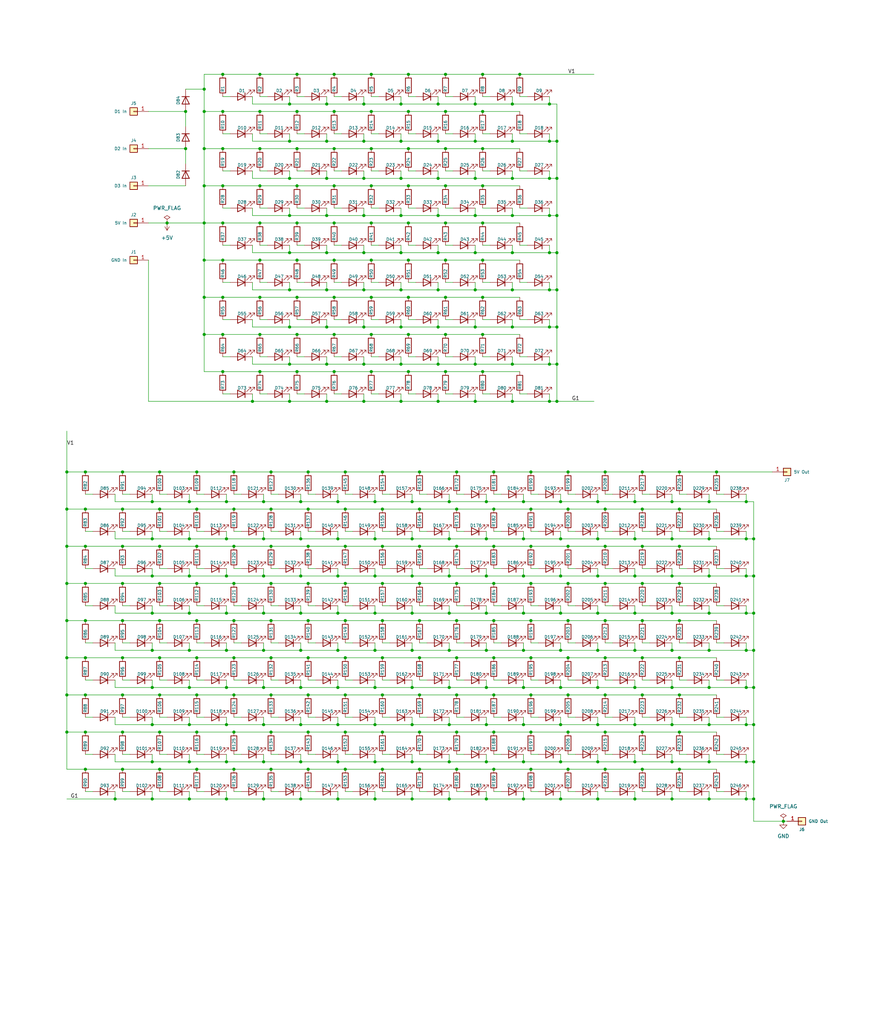
<source format=kicad_sch>
(kicad_sch (version 20250114) (generator "eeschema") (generator_version "9.0")
  (paper "User" 300 350)
  (junction (at 127 50.8))
  (junction (at 29.21 186.69))
  (junction (at 232.41 161.29))
  (junction (at 124.46 35.56))
  (junction (at 127 38.1))
  (junction (at 76.2 63.5))
  (junction (at 114.3 38.1))
  (junction (at 130.81 262.89))
  (junction (at 232.41 173.99))
  (junction (at 52.07 184.15))
  (junction (at 115.57 222.25))
  (junction (at 124.46 111.76))
  (junction (at 152.4 127))
  (junction (at 207.01 212.09))
  (junction (at 52.07 222.25))
  (junction (at 219.71 224.79))
  (junction (at 156.21 262.89))
  (junction (at 127 63.5))
  (junction (at 166.37 247.65))
  (junction (at 29.21 212.09))
  (junction (at 41.91 199.39))
  (junction (at 153.67 196.85))
  (junction (at 255.27 222.25))
  (junction (at 22.86 173.99))
  (junction (at 76.2 88.9))
  (junction (at 128.27 171.45))
  (junction (at 118.11 237.49))
  (junction (at 88.9 50.8))
  (junction (at 242.57 196.85))
  (junction (at 67.31 237.49))
  (junction (at 190.5 60.96))
  (junction (at 77.47 222.25))
  (junction (at 232.41 262.89))
  (junction (at 69.85 76.2))
  (junction (at 229.87 184.15))
  (junction (at 153.67 247.65))
  (junction (at 143.51 237.49))
  (junction (at 80.01 199.39))
  (junction (at 179.07 260.35))
  (junction (at 219.71 199.39))
  (junction (at 54.61 212.09))
  (junction (at 102.87 260.35))
  (junction (at 153.67 222.25))
  (junction (at 80.01 173.99))
  (junction (at 162.56 73.66))
  (junction (at 152.4 76.2))
  (junction (at 115.57 209.55))
  (junction (at 69.85 63.5))
  (junction (at 67.31 262.89))
  (junction (at 204.47 171.45))
  (junction (at 255.27 260.35))
  (junction (at 137.16 86.36))
  (junction (at 69.85 101.6))
  (junction (at 22.86 212.09))
  (junction (at 191.77 196.85))
  (junction (at 162.56 124.46))
  (junction (at 99.06 48.26))
  (junction (at 175.26 99.06))
  (junction (at 101.6 38.1))
  (junction (at 101.6 76.2))
  (junction (at 204.47 222.25))
  (junction (at 166.37 260.35))
  (junction (at 80.01 250.19))
  (junction (at 166.37 222.25))
  (junction (at 118.11 262.89))
  (junction (at 127 76.2))
  (junction (at 77.47 171.45))
  (junction (at 99.06 99.06))
  (junction (at 114.3 127))
  (junction (at 143.51 186.69))
  (junction (at 102.87 273.05))
  (junction (at 77.47 273.05))
  (junction (at 149.86 86.36))
  (junction (at 152.4 88.9))
  (junction (at 153.67 209.55))
  (junction (at 179.07 234.95))
  (junction (at 54.61 161.29))
  (junction (at 190.5 99.06))
  (junction (at 156.21 237.49))
  (junction (at 118.11 224.79))
  (junction (at 162.56 35.56))
  (junction (at 102.87 222.25))
  (junction (at 76.2 101.6))
  (junction (at 101.6 50.8))
  (junction (at 181.61 224.79))
  (junction (at 111.76 124.46))
  (junction (at 139.7 101.6))
  (junction (at 232.41 224.79))
  (junction (at 101.6 114.3))
  (junction (at 99.06 35.56))
  (junction (at 156.21 161.29))
  (junction (at 41.91 161.29))
  (junction (at 232.41 237.49))
  (junction (at 90.17 247.65))
  (junction (at 229.87 171.45))
  (junction (at 179.07 222.25))
  (junction (at 149.86 48.26))
  (junction (at 54.61 186.69))
  (junction (at 153.67 184.15))
  (junction (at 99.06 60.96))
  (junction (at 187.96 137.16))
  (junction (at 168.91 161.29))
  (junction (at 143.51 161.29))
  (junction (at 168.91 186.69))
  (junction (at 29.21 224.79))
  (junction (at 52.07 247.65))
  (junction (at 255.27 171.45))
  (junction (at 229.87 247.65))
  (junction (at 54.61 237.49))
  (junction (at 127 114.3))
  (junction (at 175.26 111.76))
  (junction (at 162.56 111.76))
  (junction (at 255.27 184.15))
  (junction (at 127 88.9))
  (junction (at 181.61 212.09))
  (junction (at 114.3 63.5))
  (junction (at 152.4 50.8))
  (junction (at 101.6 101.6))
  (junction (at 92.71 250.19))
  (junction (at 130.81 224.79))
  (junction (at 204.47 196.85))
  (junction (at 177.8 25.4))
  (junction (at 166.37 184.15))
  (junction (at 63.5 50.8))
  (junction (at 179.07 184.15))
  (junction (at 153.67 171.45))
  (junction (at 194.31 173.99))
  (junction (at 194.31 224.79))
  (junction (at 101.6 88.9))
  (junction (at 80.01 186.69))
  (junction (at 22.86 250.19))
  (junction (at 139.7 76.2))
  (junction (at 175.26 124.46))
  (junction (at 29.21 237.49))
  (junction (at 168.91 237.49))
  (junction (at 137.16 99.06))
  (junction (at 187.96 48.26))
  (junction (at 162.56 86.36))
  (junction (at 139.7 88.9))
  (junction (at 181.61 199.39))
  (junction (at 156.21 224.79))
  (junction (at 124.46 137.16))
  (junction (at 181.61 173.99))
  (junction (at 76.2 50.8))
  (junction (at 130.81 250.19))
  (junction (at 130.81 161.29))
  (junction (at 22.86 224.79))
  (junction (at 179.07 273.05))
  (junction (at 187.96 124.46))
  (junction (at 90.17 273.05))
  (junction (at 80.01 212.09))
  (junction (at 168.91 262.89))
  (junction (at 29.21 250.19))
  (junction (at 124.46 99.06))
  (junction (at 166.37 171.45))
  (junction (at 140.97 260.35))
  (junction (at 181.61 262.89))
  (junction (at 165.1 76.2))
  (junction (at 114.3 101.6))
  (junction (at 191.77 171.45))
  (junction (at 149.86 60.96))
  (junction (at 229.87 234.95))
  (junction (at 67.31 173.99))
  (junction (at 190.5 111.76))
  (junction (at 156.21 250.19))
  (junction (at 41.91 173.99))
  (junction (at 67.31 212.09))
  (junction (at 137.16 48.26))
  (junction (at 232.41 212.09))
  (junction (at 242.57 234.95))
  (junction (at 64.77 234.95))
  (junction (at 219.71 186.69))
  (junction (at 39.37 273.05))
  (junction (at 149.86 35.56))
  (junction (at 187.96 111.76))
  (junction (at 219.71 161.29))
  (junction (at 168.91 224.79))
  (junction (at 143.51 212.09))
  (junction (at 187.96 73.66))
  (junction (at 118.11 199.39))
  (junction (at 102.87 247.65))
  (junction (at 86.36 137.16))
  (junction (at 69.85 30.48))
  (junction (at 232.41 250.19))
  (junction (at 52.07 260.35))
  (junction (at 143.51 262.89))
  (junction (at 105.41 224.79))
  (junction (at 166.37 234.95))
  (junction (at 22.86 199.39))
  (junction (at 187.96 99.06))
  (junction (at 41.91 262.89))
  (junction (at 67.31 161.29))
  (junction (at 90.17 209.55))
  (junction (at 80.01 224.79))
  (junction (at 143.51 250.19))
  (junction (at 92.71 173.99))
  (junction (at 257.81 184.15))
  (junction (at 139.7 63.5))
  (junction (at 179.07 209.55))
  (junction (at 92.71 186.69))
  (junction (at 190.5 124.46))
  (junction (at 64.77 209.55))
  (junction (at 217.17 184.15))
  (junction (at 217.17 234.95))
  (junction (at 52.07 273.05))
  (junction (at 267.97 280.67))
  (junction (at 64.77 260.35))
  (junction (at 194.31 199.39))
  (junction (at 54.61 224.79))
  (junction (at 204.47 247.65))
  (junction (at 130.81 186.69))
  (junction (at 111.76 99.06))
  (junction (at 67.31 186.69))
  (junction (at 153.67 234.95))
  (junction (at 115.57 260.35))
  (junction (at 149.86 124.46))
  (junction (at 219.71 237.49))
  (junction (at 181.61 161.29))
  (junction (at 54.61 262.89))
  (junction (at 105.41 237.49))
  (junction (at 22.86 161.29))
  (junction (at 207.01 173.99))
  (junction (at 165.1 127))
  (junction (at 64.77 247.65))
  (junction (at 168.91 212.09))
  (junction (at 219.71 173.99))
  (junction (at 88.9 25.4))
  (junction (at 207.01 186.69))
  (junction (at 168.91 173.99))
  (junction (at 191.77 222.25))
  (junction (at 92.71 199.39))
  (junction (at 52.07 171.45))
  (junction (at 92.71 224.79))
  (junction (at 124.46 86.36))
  (junction (at 257.81 260.35))
  (junction (at 191.77 234.95))
  (junction (at 143.51 173.99))
  (junction (at 77.47 247.65))
  (junction (at 92.71 212.09))
  (junction (at 90.17 171.45))
  (junction (at 114.3 88.9))
  (junction (at 190.5 86.36))
  (junction (at 143.51 199.39))
  (junction (at 175.26 73.66))
  (junction (at 217.17 171.45))
  (junction (at 130.81 237.49))
  (junction (at 190.5 73.66))
  (junction (at 162.56 99.06))
  (junction (at 152.4 38.1))
  (junction (at 105.41 186.69))
  (junction (at 181.61 186.69))
  (junction (at 99.06 73.66))
  (junction (at 67.31 224.79))
  (junction (at 179.07 196.85))
  (junction (at 115.57 234.95))
  (junction (at 207.01 250.19))
  (junction (at 111.76 137.16))
  (junction (at 175.26 86.36))
  (junction (at 41.91 212.09))
  (junction (at 194.31 262.89))
  (junction (at 255.27 273.05))
  (junction (at 118.11 212.09))
  (junction (at 207.01 262.89))
  (junction (at 204.47 209.55))
  (junction (at 187.96 86.36))
  (junction (at 105.41 262.89))
  (junction (at 165.1 88.9))
  (junction (at 114.3 76.2))
  (junction (at 156.21 186.69))
  (junction (at 257.81 247.65))
  (junction (at 88.9 127))
  (junction (at 194.31 161.29))
  (junction (at 64.77 184.15))
  (junction (at 76.2 127))
  (junction (at 111.76 60.96))
  (junction (at 137.16 60.96))
  (junction (at 64.77 273.05))
  (junction (at 139.7 50.8))
  (junction (at 41.91 237.49))
  (junction (at 130.81 173.99))
  (junction (at 111.76 86.36))
  (junction (at 152.4 63.5))
  (junction (at 54.61 199.39))
  (junction (at 111.76 111.76))
  (junction (at 76.2 25.4))
  (junction (at 191.77 209.55))
  (junction (at 229.87 260.35))
  (junction (at 128.27 247.65))
  (junction (at 105.41 250.19))
  (junction (at 80.01 237.49))
  (junction (at 242.57 209.55))
  (junction (at 219.71 262.89))
  (junction (at 242.57 222.25))
  (junction (at 217.17 273.05))
  (junction (at 80.01 161.29))
  (junction (at 175.26 60.96))
  (junction (at 111.76 48.26))
  (junction (at 128.27 184.15))
  (junction (at 162.56 137.16))
  (junction (at 128.27 209.55))
  (junction (at 111.76 73.66))
  (junction (at 162.56 48.26))
  (junction (at 128.27 234.95))
  (junction (at 255.27 209.55))
  (junction (at 242.57 260.35))
  (junction (at 64.77 171.45))
  (junction (at 165.1 25.4))
  (junction (at 219.71 212.09))
  (junction (at 90.17 260.35))
  (junction (at 88.9 88.9))
  (junction (at 204.47 184.15))
  (junction (at 99.06 111.76))
  (junction (at 257.81 222.25))
  (junction (at 217.17 222.25))
  (junction (at 149.86 137.16))
  (junction (at 105.41 161.29))
  (junction (at 102.87 184.15))
  (junction (at 140.97 247.65))
  (junction (at 118.11 186.69))
  (junction (at 181.61 250.19))
  (junction (at 52.07 196.85))
  (junction (at 102.87 234.95))
  (junction (at 80.01 262.89))
  (junction (at 139.7 127))
  (junction (at 127 25.4))
  (junction (at 52.07 209.55))
  (junction (at 88.9 63.5))
  (junction (at 88.9 76.2))
  (junction (at 29.21 262.89))
  (junction (at 204.47 260.35))
  (junction (at 67.31 199.39))
  (junction (at 115.57 184.15))
  (junction (at 92.71 237.49))
  (junction (at 191.77 273.05))
  (junction (at 88.9 114.3))
  (junction (at 217.17 260.35))
  (junction (at 156.21 173.99))
  (junction (at 242.57 171.45))
  (junction (at 165.1 50.8))
  (junction (at 22.86 186.69))
  (junction (at 143.51 224.79))
  (junction (at 99.06 124.46))
  (junction (at 165.1 101.6))
  (junction (at 102.87 171.45))
  (junction (at 54.61 173.99))
  (junction (at 115.57 171.45))
  (junction (at 41.91 186.69))
  (junction (at 52.07 234.95))
  (junction (at 152.4 101.6))
  (junction (at 69.85 38.1))
  (junction (at 257.81 196.85))
  (junction (at 139.7 38.1))
  (junction (at 190.5 137.16))
  (junction (at 118.11 173.99))
  (junction (at 179.07 247.65))
  (junction (at 115.57 196.85))
  (junction (at 105.41 212.09))
  (junction (at 168.91 250.19))
  (junction (at 101.6 127))
  (junction (at 139.7 114.3))
  (junction (at 255.27 247.65))
  (junction (at 105.41 199.39))
  (junction (at 76.2 114.3))
  (junction (at 257.81 234.95))
  (junction (at 207.01 224.79))
  (junction (at 118.11 250.19))
  (junction (at 124.46 73.66))
  (junction (at 191.77 247.65))
  (junction (at 207.01 161.29))
  (junction (at 77.47 234.95))
  (junction (at 242.57 273.05))
  (junction (at 54.61 250.19))
  (junction (at 152.4 25.4))
  (junction (at 128.27 222.25))
  (junction (at 90.17 184.15))
  (junction (at 124.46 48.26))
  (junction (at 22.86 237.49))
  (junction (at 232.41 186.69))
  (junction (at 128.27 273.05))
  (junction (at 137.16 137.16))
  (junction (at 88.9 38.1))
  (junction (at 165.1 114.3))
  (junction (at 128.27 196.85))
  (junction (at 190.5 48.26))
  (junction (at 166.37 273.05))
  (junction (at 149.86 99.06))
  (junction (at 156.21 212.09))
  (junction (at 217.17 209.55))
  (junction (at 217.17 196.85))
  (junction (at 64.77 196.85))
  (junction (at 140.97 209.55))
  (junction (at 257.81 273.05))
  (junction (at 69.85 88.9))
  (junction (at 149.86 73.66))
  (junction (at 124.46 60.96))
  (junction (at 115.57 247.65))
  (junction (at 124.46 124.46))
  (junction (at 111.76 35.56))
  (junction (at 165.1 38.1))
  (junction (at 156.21 199.39))
  (junction (at 194.31 237.49))
  (junction (at 255.27 234.95))
  (junction (at 168.91 199.39))
  (junction (at 166.37 196.85))
  (junction (at 140.97 222.25))
  (junction (at 175.26 48.26))
  (junction (at 194.31 250.19))
  (junction (at 69.85 50.8))
  (junction (at 229.87 196.85))
  (junction (at 105.41 173.99))
  (junction (at 207.01 199.39))
  (junction (at 137.16 111.76))
  (junction (at 102.87 196.85))
  (junction (at 162.56 60.96))
  (junction (at 115.57 273.05))
  (junction (at 29.21 199.39))
  (junction (at 114.3 25.4))
  (junction (at 179.07 171.45))
  (junction (at 77.47 184.15))
  (junction (at 153.67 273.05))
  (junction (at 41.91 250.19))
  (junction (at 127 127))
  (junction (at 229.87 209.55))
  (junction (at 41.91 224.79))
  (junction (at 130.81 212.09))
  (junction (at 64.77 222.25))
  (junction (at 194.31 186.69))
  (junction (at 140.97 234.95))
  (junction (at 207.01 237.49))
  (junction (at 191.77 184.15))
  (junction (at 130.81 199.39))
  (junction (at 137.16 73.66))
  (junction (at 88.9 101.6))
  (junction (at 140.97 196.85))
  (junction (at 242.57 184.15))
  (junction (at 140.97 184.15))
  (junction (at 118.11 161.29))
  (junction (at 76.2 38.1))
  (junction (at 92.71 262.89))
  (junction (at 99.06 86.36))
  (junction (at 76.2 76.2))
  (junction (at 99.06 137.16))
  (junction (at 92.71 161.29))
  (junction (at 90.17 196.85))
  (junction (at 63.5 38.1))
  (junction (at 229.87 222.25))
  (junction (at 204.47 273.05))
  (junction (at 255.27 196.85))
  (junction (at 166.37 209.55))
  (junction (at 101.6 63.5))
  (junction (at 229.87 273.05))
  (junction (at 114.3 50.8))
  (junction (at 149.86 111.76))
  (junction (at 219.71 250.19))
  (junction (at 90.17 222.25))
  (junction (at 90.17 234.95))
  (junction (at 187.96 60.96))
  (junction (at 102.87 209.55))
  (junction (at 77.47 260.35))
  (junction (at 245.11 161.29))
  (junction (at 165.1 63.5))
  (junction (at 69.85 114.3))
  (junction (at 128.27 260.35))
  (junction (at 139.7 25.4))
  (junction (at 187.96 35.56))
  (junction (at 152.4 114.3))
  (junction (at 217.17 247.65))
  (junction (at 153.67 260.35))
  (junction (at 175.26 137.16))
  (junction (at 191.77 260.35))
  (junction (at 232.41 199.39))
  (junction (at 29.21 161.29))
  (junction (at 175.26 35.56))
  (junction (at 257.81 209.55))
  (junction (at 242.57 247.65))
  (junction (at 194.31 212.09))
  (junction (at 114.3 114.3))
  (junction (at 57.15 76.2))
  (junction (at 29.21 173.99))
  (junction (at 204.47 234.95))
  (junction (at 77.47 196.85))
  (junction (at 77.47 209.55))
  (junction (at 140.97 273.05))
  (junction (at 137.16 124.46))
  (junction (at 137.16 35.56))
  (junction (at 140.97 171.45))
  (junction (at 181.61 237.49))
  (junction (at 67.31 250.19))
  (junction (at 127 101.6))
  (junction (at 101.6 25.4))
  (wire (pts (xy 175.26 99.06) (xy 187.96 99.06)))
  (wire (pts (xy 245.11 173.99) (xy 232.41 173.99)))
  (wire (pts (xy 88.9 71.12) (xy 91.44 71.12)))
  (wire (pts (xy 232.41 168.91) (xy 234.95 168.91)))
  (wire (pts (xy 128.27 232.41) (xy 128.27 234.95)))
  (wire (pts (xy 204.47 219.71) (xy 204.47 222.25)))
  (wire (pts (xy 76.2 88.9) (xy 69.85 88.9)))
  (wire (pts (xy 143.51 161.29) (xy 156.21 161.29)))
  (wire (pts (xy 137.16 111.76) (xy 149.86 111.76)))
  (wire (pts (xy 118.11 219.71) (xy 120.65 219.71)))
  (wire (pts (xy 130.81 199.39) (xy 143.51 199.39)))
  (wire (pts (xy 130.81 168.91) (xy 133.35 168.91)))
  (wire (pts (xy 76.2 76.2) (xy 69.85 76.2)))
  (wire (pts (xy 162.56 71.12) (xy 162.56 73.66)))
  (wire (pts (xy 229.87 184.15) (xy 242.57 184.15)))
  (wire (pts (xy 54.61 181.61) (xy 57.15 181.61)))
  (wire (pts (xy 219.71 270.51) (xy 222.25 270.51)))
  (wire (pts (xy 118.11 207.01) (xy 120.65 207.01)))
  (wire (pts (xy 156.21 186.69) (xy 143.51 186.69)))
  (wire (pts (xy 165.1 109.22) (xy 167.64 109.22)))
  (wire (pts (xy 101.6 58.42) (xy 104.14 58.42)))
  (wire (pts (xy 22.86 147.32) (xy 22.86 161.29)))
  (wire (pts (xy 86.36 137.16) (xy 99.06 137.16)))
  (wire (pts (xy 41.91 181.61) (xy 44.45 181.61)))
  (wire (pts (xy 22.86 212.09) (xy 22.86 199.39)))
  (wire (pts (xy 105.41 262.89) (xy 92.71 262.89)))
  (wire (pts (xy 80.01 245.11) (xy 82.55 245.11)))
  (wire (pts (xy 194.31 212.09) (xy 181.61 212.09)))
  (wire (pts (xy 39.37 181.61) (xy 39.37 184.15)))
  (wire (pts (xy 99.06 60.96) (xy 111.76 60.96)))
  (wire (pts (xy 232.41 232.41) (xy 234.95 232.41)))
  (wire (pts (xy 149.86 124.46) (xy 162.56 124.46)))
  (wire (pts (xy 219.71 181.61) (xy 222.25 181.61)))
  (wire (pts (xy 219.71 257.81) (xy 222.25 257.81)))
  (wire (pts (xy 149.86 137.16) (xy 162.56 137.16)))
  (wire (pts (xy 127 134.62) (xy 129.54 134.62)))
  (wire (pts (xy 175.26 96.52) (xy 175.26 99.06)))
  (wire (pts (xy 187.96 60.96) (xy 190.5 60.96)))
  (wire (pts (xy 124.46 121.92) (xy 124.46 124.46)))
  (wire (pts (xy 245.11 237.49) (xy 232.41 237.49)))
  (wire (pts (xy 92.71 194.31) (xy 95.25 194.31)))
  (wire (pts (xy 181.61 232.41) (xy 184.15 232.41)))
  (wire (pts (xy 86.36 99.06) (xy 99.06 99.06)))
  (wire (pts (xy 92.71 245.11) (xy 95.25 245.11)))
  (wire (pts (xy 255.27 232.41) (xy 255.27 234.95)))
  (wire (pts (xy 102.87 196.85) (xy 115.57 196.85)))
  (wire (pts (xy 229.87 257.81) (xy 229.87 260.35)))
  (wire (pts (xy 118.11 237.49) (xy 105.41 237.49)))
  (wire (pts (xy 88.9 76.2) (xy 76.2 76.2)))
  (wire (pts (xy 54.61 262.89) (xy 41.91 262.89)))
  (wire (pts (xy 127 76.2) (xy 114.3 76.2)))
  (wire (pts (xy 191.77 260.35) (xy 204.47 260.35)))
  (wire (pts (xy 175.26 45.72) (xy 175.26 48.26)))
  (wire (pts (xy 166.37 219.71) (xy 166.37 222.25)))
  (wire (pts (xy 39.37 232.41) (xy 39.37 234.95)))
  (wire (pts (xy 90.17 209.55) (xy 102.87 209.55)))
  (wire (pts (xy 99.06 83.82) (xy 99.06 86.36)))
  (wire (pts (xy 128.27 257.81) (xy 128.27 260.35)))
  (wire (pts (xy 102.87 222.25) (xy 115.57 222.25)))
  (wire (pts (xy 76.2 58.42) (xy 78.74 58.42)))
  (wire (pts (xy 130.81 245.11) (xy 133.35 245.11)))
  (wire (pts (xy 152.4 58.42) (xy 154.94 58.42)))
  (wire (pts (xy 77.47 171.45) (xy 90.17 171.45)))
  (wire (pts (xy 204.47 196.85) (xy 217.17 196.85)))
  (wire (pts (xy 64.77 207.01) (xy 64.77 209.55)))
  (wire (pts (xy 177.8 71.12) (xy 180.34 71.12)))
  (wire (pts (xy 166.37 260.35) (xy 179.07 260.35)))
  (wire (pts (xy 152.4 38.1) (xy 139.7 38.1)))
  (wire (pts (xy 153.67 270.51) (xy 153.67 273.05)))
  (wire (pts (xy 127 71.12) (xy 129.54 71.12)))
  (wire (pts (xy 175.26 109.22) (xy 175.26 111.76)))
  (wire (pts (xy 115.57 181.61) (xy 115.57 184.15)))
  (wire (pts (xy 63.5 50.8) (xy 63.5 55.88)))
  (wire (pts (xy 52.07 234.95) (xy 64.77 234.95)))
  (wire (pts (xy 52.07 273.05) (xy 64.77 273.05)))
  (wire (pts (xy 64.77 232.41) (xy 64.77 234.95)))
  (wire (pts (xy 29.21 257.81) (xy 31.75 257.81)))
  (wire (pts (xy 69.85 101.6) (xy 69.85 88.9)))
  (wire (pts (xy 124.46 58.42) (xy 124.46 60.96)))
  (wire (pts (xy 156.21 245.11) (xy 158.75 245.11)))
  (wire (pts (xy 219.71 219.71) (xy 222.25 219.71)))
  (wire (pts (xy 181.61 212.09) (xy 168.91 212.09)))
  (wire (pts (xy 76.2 25.4) (xy 88.9 25.4)))
  (wire (pts (xy 166.37 273.05) (xy 179.07 273.05)))
  (wire (pts (xy 149.86 48.26) (xy 162.56 48.26)))
  (wire (pts (xy 232.41 219.71) (xy 234.95 219.71)))
  (wire (pts (xy 152.4 33.02) (xy 154.94 33.02)))
  (wire (pts (xy 149.86 109.22) (xy 149.86 111.76)))
  (wire (pts (xy 115.57 209.55) (xy 128.27 209.55)))
  (wire (pts (xy 229.87 209.55) (xy 242.57 209.55)))
  (wire (pts (xy 77.47 194.31) (xy 77.47 196.85)))
  (wire (pts (xy 92.71 173.99) (xy 80.01 173.99)))
  (wire (pts (xy 64.77 270.51) (xy 64.77 273.05)))
  (wire (pts (xy 76.2 45.72) (xy 78.74 45.72)))
  (wire (pts (xy 156.21 161.29) (xy 168.91 161.29)))
  (wire (pts (xy 80.01 224.79) (xy 67.31 224.79)))
  (wire (pts (xy 153.67 260.35) (xy 166.37 260.35)))
  (wire (pts (xy 102.87 168.91) (xy 102.87 171.45)))
  (wire (pts (xy 257.81 280.67) (xy 267.97 280.67)))
  (wire (pts (xy 29.21 194.31) (xy 31.75 194.31)))
  (wire (pts (xy 115.57 207.01) (xy 115.57 209.55)))
  (wire (pts (xy 118.11 173.99) (xy 105.41 173.99)))
  (wire (pts (xy 149.86 35.56) (xy 162.56 35.56)))
  (wire (pts (xy 219.71 245.11) (xy 222.25 245.11)))
  (wire (pts (xy 162.56 45.72) (xy 162.56 48.26)))
  (wire (pts (xy 105.41 207.01) (xy 107.95 207.01)))
  (wire (pts (xy 204.47 181.61) (xy 204.47 184.15)))
  (wire (pts (xy 156.21 194.31) (xy 158.75 194.31)))
  (wire (pts (xy 204.47 234.95) (xy 217.17 234.95)))
  (wire (pts (xy 175.26 60.96) (xy 187.96 60.96)))
  (wire (pts (xy 245.11 212.09) (xy 232.41 212.09)))
  (wire (pts (xy 86.36 73.66) (xy 99.06 73.66)))
  (wire (pts (xy 101.6 127) (xy 88.9 127)))
  (wire (pts (xy 232.41 194.31) (xy 234.95 194.31)))
  (wire (pts (xy 242.57 245.11) (xy 242.57 247.65)))
  (wire (pts (xy 86.36 35.56) (xy 99.06 35.56)))
  (wire (pts (xy 102.87 207.01) (xy 102.87 209.55)))
  (wire (pts (xy 179.07 196.85) (xy 191.77 196.85)))
  (wire (pts (xy 50.8 137.16) (xy 86.36 137.16)))
  (wire (pts (xy 127 63.5) (xy 114.3 63.5)))
  (wire (pts (xy 90.17 270.51) (xy 90.17 273.05)))
  (wire (pts (xy 127 33.02) (xy 129.54 33.02)))
  (wire (pts (xy 229.87 232.41) (xy 229.87 234.95)))
  (wire (pts (xy 101.6 71.12) (xy 104.14 71.12)))
  (wire (pts (xy 52.07 207.01) (xy 52.07 209.55)))
  (wire (pts (xy 175.26 124.46) (xy 187.96 124.46)))
  (wire (pts (xy 139.7 114.3) (xy 127 114.3)))
  (wire (pts (xy 86.36 96.52) (xy 86.36 99.06)))
  (wire (pts (xy 191.77 247.65) (xy 204.47 247.65)))
  (wire (pts (xy 207.01 161.29) (xy 219.71 161.29)))
  (wire (pts (xy 86.36 33.02) (xy 86.36 35.56)))
  (wire (pts (xy 139.7 71.12) (xy 142.24 71.12)))
  (wire (pts (xy 162.56 35.56) (xy 175.26 35.56)))
  (wire (pts (xy 257.81 196.85) (xy 257.81 209.55)))
  (wire (pts (xy 128.27 260.35) (xy 140.97 260.35)))
  (wire (pts (xy 207.01 168.91) (xy 209.55 168.91)))
  (wire (pts (xy 111.76 109.22) (xy 111.76 111.76)))
  (wire (pts (xy 105.41 237.49) (xy 92.71 237.49)))
  (wire (pts (xy 52.07 260.35) (xy 64.77 260.35)))
  (wire (pts (xy 111.76 58.42) (xy 111.76 60.96)))
  (wire (pts (xy 149.86 73.66) (xy 162.56 73.66)))
  (wire (pts (xy 168.91 173.99) (xy 156.21 173.99)))
  (wire (pts (xy 232.41 161.29) (xy 245.11 161.29)))
  (wire (pts (xy 166.37 222.25) (xy 179.07 222.25)))
  (wire (pts (xy 207.01 232.41) (xy 209.55 232.41)))
  (wire (pts (xy 177.8 45.72) (xy 180.34 45.72)))
  (wire (pts (xy 124.46 60.96) (xy 137.16 60.96)))
  (wire (pts (xy 64.77 222.25) (xy 77.47 222.25)))
  (wire (pts (xy 137.16 86.36) (xy 149.86 86.36)))
  (wire (pts (xy 232.41 250.19) (xy 219.71 250.19)))
  (wire (pts (xy 162.56 134.62) (xy 162.56 137.16)))
  (wire (pts (xy 101.6 45.72) (xy 104.14 45.72)))
  (wire (pts (xy 88.9 25.4) (xy 101.6 25.4)))
  (wire (pts (xy 29.21 270.51) (xy 31.75 270.51)))
  (wire (pts (xy 90.17 181.61) (xy 90.17 184.15)))
  (wire (pts (xy 86.36 48.26) (xy 99.06 48.26)))
  (wire (pts (xy 190.5 86.36) (xy 190.5 99.06)))
  (wire (pts (xy 153.67 273.05) (xy 166.37 273.05)))
  (wire (pts (xy 229.87 234.95) (xy 242.57 234.95)))
  (wire (pts (xy 219.71 199.39) (xy 207.01 199.39)))
  (wire (pts (xy 80.01 207.01) (xy 82.55 207.01)))
  (wire (pts (xy 90.17 196.85) (xy 102.87 196.85)))
  (wire (pts (xy 63.5 38.1) (xy 63.5 43.18)))
  (wire (pts (xy 76.2 71.12) (xy 78.74 71.12)))
  (wire (pts (xy 118.11 168.91) (xy 120.65 168.91)))
  (wire (pts (xy 111.76 124.46) (xy 124.46 124.46)))
  (wire (pts (xy 179.07 245.11) (xy 179.07 247.65)))
  (wire (pts (xy 140.97 181.61) (xy 140.97 184.15)))
  (wire (pts (xy 187.96 58.42) (xy 187.96 60.96)))
  (wire (pts (xy 114.3 114.3) (xy 101.6 114.3)))
  (wire (pts (xy 179.07 222.25) (xy 191.77 222.25)))
  (wire (pts (xy 22.86 237.49) (xy 22.86 224.79)))
  (wire (pts (xy 207.01 186.69) (xy 194.31 186.69)))
  (wire (pts (xy 39.37 184.15) (xy 52.07 184.15)))
  (wire (pts (xy 80.01 232.41) (xy 82.55 232.41)))
  (wire (pts (xy 127 96.52) (xy 129.54 96.52)))
  (wire (pts (xy 99.06 109.22) (xy 99.06 111.76)))
  (wire (pts (xy 139.7 83.82) (xy 142.24 83.82)))
  (wire (pts (xy 152.4 88.9) (xy 139.7 88.9)))
  (wire (pts (xy 152.4 127) (xy 139.7 127)))
  (wire (pts (xy 162.56 73.66) (xy 175.26 73.66)))
  (wire (pts (xy 80.01 186.69) (xy 67.31 186.69)))
  (wire (pts (xy 162.56 96.52) (xy 162.56 99.06)))
  (wire (pts (xy 168.91 212.09) (xy 156.21 212.09)))
  (wire (pts (xy 232.41 186.69) (xy 219.71 186.69)))
  (wire (pts (xy 76.2 33.02) (xy 78.74 33.02)))
  (wire (pts (xy 232.41 181.61) (xy 234.95 181.61)))
  (wire (pts (xy 181.61 224.79) (xy 168.91 224.79)))
  (wire (pts (xy 88.9 109.22) (xy 91.44 109.22)))
  (wire (pts (xy 64.77 184.15) (xy 77.47 184.15)))
  (wire (pts (xy 64.77 194.31) (xy 64.77 196.85)))
  (wire (pts (xy 194.31 257.81) (xy 196.85 257.81)))
  (wire (pts (xy 128.27 196.85) (xy 140.97 196.85)))
  (wire (pts (xy 217.17 234.95) (xy 229.87 234.95)))
  (wire (pts (xy 114.3 25.4) (xy 127 25.4)))
  (wire (pts (xy 128.27 273.05) (xy 140.97 273.05)))
  (wire (pts (xy 64.77 273.05) (xy 77.47 273.05)))
  (wire (pts (xy 152.4 83.82) (xy 154.94 83.82)))
  (wire (pts (xy 162.56 137.16) (xy 175.26 137.16)))
  (wire (pts (xy 187.96 109.22) (xy 187.96 111.76)))
  (wire (pts (xy 191.77 209.55) (xy 204.47 209.55)))
  (wire (pts (xy 111.76 35.56) (xy 124.46 35.56)))
  (wire (pts (xy 64.77 257.81) (xy 64.77 260.35)))
  (wire (pts (xy 29.21 245.11) (xy 31.75 245.11)))
  (wire (pts (xy 88.9 50.8) (xy 76.2 50.8)))
  (wire (pts (xy 86.36 45.72) (xy 86.36 48.26)))
  (wire (pts (xy 177.8 109.22) (xy 180.34 109.22)))
  (wire (pts (xy 139.7 25.4) (xy 152.4 25.4)))
  (wire (pts (xy 101.6 101.6) (xy 88.9 101.6)))
  (wire (pts (xy 165.1 114.3) (xy 152.4 114.3)))
  (wire (pts (xy 67.31 232.41) (xy 69.85 232.41)))
  (wire (pts (xy 88.9 63.5) (xy 76.2 63.5)))
  (wire (pts (xy 118.11 186.69) (xy 105.41 186.69)))
  (wire (pts (xy 88.9 58.42) (xy 91.44 58.42)))
  (wire (pts (xy 76.2 38.1) (xy 69.85 38.1)))
  (wire (pts (xy 114.3 121.92) (xy 116.84 121.92)))
  (wire (pts (xy 204.47 232.41) (xy 204.47 234.95)))
  (wire (pts (xy 50.8 88.9) (xy 50.8 137.16)))
  (wire (pts (xy 41.91 270.51) (xy 44.45 270.51)))
  (wire (pts (xy 130.81 270.51) (xy 133.35 270.51)))
  (wire (pts (xy 204.47 184.15) (xy 217.17 184.15)))
  (wire (pts (xy 179.07 181.61) (xy 179.07 184.15)))
  (wire (pts (xy 217.17 273.05) (xy 229.87 273.05)))
  (wire (pts (xy 232.41 207.01) (xy 234.95 207.01)))
  (wire (pts (xy 153.67 171.45) (xy 166.37 171.45)))
  (wire (pts (xy 77.47 232.41) (xy 77.47 234.95)))
  (wire (pts (xy 149.86 83.82) (xy 149.86 86.36)))
  (wire (pts (xy 22.86 199.39) (xy 22.86 186.69)))
  (wire (pts (xy 152.4 134.62) (xy 154.94 134.62)))
  (wire (pts (xy 191.77 194.31) (xy 191.77 196.85)))
  (wire (pts (xy 166.37 245.11) (xy 166.37 247.65)))
  (wire (pts (xy 105.41 173.99) (xy 92.71 173.99)))
  (wire (pts (xy 229.87 171.45) (xy 242.57 171.45)))
  (wire (pts (xy 80.01 262.89) (xy 67.31 262.89)))
  (wire (pts (xy 177.8 83.82) (xy 180.34 83.82)))
  (wire (pts (xy 102.87 260.35) (xy 115.57 260.35)))
  (wire (pts (xy 232.41 257.81) (xy 234.95 257.81)))
  (wire (pts (xy 139.7 63.5) (xy 127 63.5)))
  (wire (pts (xy 41.91 168.91) (xy 44.45 168.91)))
  (wire (pts (xy 99.06 58.42) (xy 99.06 60.96)))
  (wire (pts (xy 64.77 234.95) (xy 77.47 234.95)))
  (wire (pts (xy 143.51 245.11) (xy 146.05 245.11)))
  (wire (pts (xy 175.26 83.82) (xy 175.26 86.36)))
  (wire (pts (xy 153.67 257.81) (xy 153.67 260.35)))
  (wire (pts (xy 139.7 76.2) (xy 127 76.2)))
  (wire (pts (xy 204.47 247.65) (xy 217.17 247.65)))
  (wire (pts (xy 54.61 199.39) (xy 41.91 199.39)))
  (wire (pts (xy 128.27 247.65) (xy 140.97 247.65)))
  (wire (pts (xy 204.47 209.55) (xy 217.17 209.55)))
  (wire (pts (xy 140.97 219.71) (xy 140.97 222.25)))
  (wire (pts (xy 67.31 173.99) (xy 54.61 173.99)))
  (wire (pts (xy 181.61 181.61) (xy 184.15 181.61)))
  (wire (pts (xy 166.37 181.61) (xy 166.37 184.15)))
  (wire (pts (xy 115.57 222.25) (xy 128.27 222.25)))
  (wire (pts (xy 149.86 99.06) (xy 162.56 99.06)))
  (wire (pts (xy 92.71 212.09) (xy 80.01 212.09)))
  (wire (pts (xy 54.61 194.31) (xy 57.15 194.31)))
  (wire (pts (xy 165.1 45.72) (xy 167.64 45.72)))
  (wire (pts (xy 90.17 194.31) (xy 90.17 196.85)))
  (wire (pts (xy 179.07 234.95) (xy 191.77 234.95)))
  (wire (pts (xy 143.51 219.71) (xy 146.05 219.71)))
  (wire (pts (xy 156.21 207.01) (xy 158.75 207.01)))
  (wire (pts (xy 80.01 168.91) (xy 82.55 168.91)))
  (wire (pts (xy 128.27 194.31) (xy 128.27 196.85)))
  (wire (pts (xy 219.71 232.41) (xy 222.25 232.41)))
  (wire (pts (xy 102.87 171.45) (xy 115.57 171.45)))
  (wire (pts (xy 90.17 260.35) (xy 102.87 260.35)))
  (wire (pts (xy 80.01 173.99) (xy 67.31 173.99)))
  (wire (pts (xy 156.21 237.49) (xy 143.51 237.49)))
  (wire (pts (xy 76.2 50.8) (xy 69.85 50.8)))
  (wire (pts (xy 101.6 134.62) (xy 104.14 134.62)))
  (wire (pts (xy 99.06 48.26) (xy 111.76 48.26)))
  (wire (pts (xy 111.76 83.82) (xy 111.76 86.36)))
  (wire (pts (xy 245.11 207.01) (xy 247.65 207.01)))
  (wire (pts (xy 99.06 99.06) (xy 111.76 99.06)))
  (wire (pts (xy 90.17 257.81) (xy 90.17 260.35)))
  (wire (pts (xy 187.96 96.52) (xy 187.96 99.06)))
  (wire (pts (xy 229.87 270.51) (xy 229.87 273.05)))
  (wire (pts (xy 111.76 48.26) (xy 124.46 48.26)))
  (wire (pts (xy 130.81 212.09) (xy 143.51 212.09)))
  (wire (pts (xy 86.36 124.46) (xy 99.06 124.46)))
  (wire (pts (xy 52.07 184.15) (xy 64.77 184.15)))
  (wire (pts (xy 130.81 224.79) (xy 118.11 224.79)))
  (wire (pts (xy 67.31 168.91) (xy 69.85 168.91)))
  (wire (pts (xy 115.57 234.95) (xy 128.27 234.95)))
  (wire (pts (xy 52.07 209.55) (xy 64.77 209.55)))
  (wire (pts (xy 90.17 207.01) (xy 90.17 209.55)))
  (wire (pts (xy 67.31 161.29) (xy 80.01 161.29)))
  (wire (pts (xy 187.96 134.62) (xy 187.96 137.16)))
  (wire (pts (xy 77.47 168.91) (xy 77.47 171.45)))
  (wire (pts (xy 162.56 109.22) (xy 162.56 111.76)))
  (wire (pts (xy 140.97 207.01) (xy 140.97 209.55)))
  (wire (pts (xy 177.8 101.6) (xy 165.1 101.6)))
  (wire (pts (xy 77.47 245.11) (xy 77.47 247.65)))
  (wire (pts (xy 118.11 232.41) (xy 120.65 232.41)))
  (wire (pts (xy 102.87 273.05) (xy 115.57 273.05)))
  (wire (pts (xy 179.07 168.91) (xy 179.07 171.45)))
  (wire (pts (xy 111.76 45.72) (xy 111.76 48.26)))
  (wire (pts (xy 194.31 161.29) (xy 207.01 161.29)))
  (wire (pts (xy 165.1 25.4) (xy 177.8 25.4)))
  (wire (pts (xy 105.41 224.79) (xy 92.71 224.79)))
  (wire (pts (xy 76.2 83.82) (xy 78.74 83.82)))
  (wire (pts (xy 54.61 219.71) (xy 57.15 219.71)))
  (wire (pts (xy 137.16 35.56) (xy 149.86 35.56)))
  (wire (pts (xy 41.91 173.99) (xy 29.21 173.99)))
  (wire (pts (xy 143.51 207.01) (xy 146.05 207.01)))
  (wire (pts (xy 67.31 257.81) (xy 69.85 257.81)))
  (wire (pts (xy 39.37 222.25) (xy 52.07 222.25)))
  (wire (pts (xy 130.81 186.69) (xy 143.51 186.69)))
  (wire (pts (xy 165.1 38.1) (xy 152.4 38.1)))
  (wire (pts (xy 29.21 212.09) (xy 22.86 212.09)))
  (wire (pts (xy 128.27 245.11) (xy 128.27 247.65)))
  (wire (pts (xy 92.71 199.39) (xy 80.01 199.39)))
  (wire (pts (xy 156.21 224.79) (xy 143.51 224.79)))
  (wire (pts (xy 165.1 58.42) (xy 167.64 58.42)))
  (wire (pts (xy 67.31 237.49) (xy 54.61 237.49)))
  (wire (pts (xy 245.11 232.41) (xy 247.65 232.41)))
  (wire (pts (xy 255.27 234.95) (xy 257.81 234.95)))
  (wire (pts (xy 179.07 219.71) (xy 179.07 222.25)))
  (wire (pts (xy 52.07 171.45) (xy 64.77 171.45)))
  (wire (pts (xy 168.91 237.49) (xy 156.21 237.49)))
  (wire (pts (xy 124.46 33.02) (xy 124.46 35.56)))
  (wire (pts (xy 105.41 219.71) (xy 107.95 219.71)))
  (wire (pts (xy 90.17 222.25) (xy 102.87 222.25)))
  (wire (pts (xy 101.6 76.2) (xy 88.9 76.2)))
  (wire (pts (xy 99.06 86.36) (xy 111.76 86.36)))
  (wire (pts (xy 114.3 45.72) (xy 116.84 45.72)))
  (wire (pts (xy 165.1 88.9) (xy 152.4 88.9)))
  (wire (pts (xy 219.71 250.19) (xy 207.01 250.19)))
  (wire (pts (xy 111.76 71.12) (xy 111.76 73.66)))
  (wire (pts (xy 128.27 222.25) (xy 140.97 222.25)))
  (wire (pts (xy 139.7 96.52) (xy 142.24 96.52)))
  (wire (pts (xy 29.21 168.91) (xy 31.75 168.91)))
  (wire (pts (xy 162.56 121.92) (xy 162.56 124.46)))
  (wire (pts (xy 77.47 273.05) (xy 90.17 273.05)))
  (wire (pts (xy 165.1 63.5) (xy 152.4 63.5)))
  (wire (pts (xy 102.87 234.95) (xy 115.57 234.95)))
  (wire (pts (xy 92.71 207.01) (xy 95.25 207.01)))
  (wire (pts (xy 54.61 168.91) (xy 57.15 168.91)))
  (wire (pts (xy 162.56 58.42) (xy 162.56 60.96)))
  (wire (pts (xy 114.3 109.22) (xy 116.84 109.22)))
  (wire (pts (xy 29.21 237.49) (xy 22.86 237.49)))
  (wire (pts (xy 115.57 194.31) (xy 115.57 196.85)))
  (wire (pts (xy 166.37 247.65) (xy 179.07 247.65)))
  (wire (pts (xy 86.36 121.92) (xy 86.36 124.46)))
  (wire (pts (xy 105.41 186.69) (xy 92.71 186.69)))
  (wire (pts (xy 179.07 171.45) (xy 191.77 171.45)))
  (wire (pts (xy 257.81 247.65) (xy 257.81 260.35)))
  (wire (pts (xy 130.81 207.01) (xy 133.35 207.01)))
  (wire (pts (xy 76.2 109.22) (xy 78.74 109.22)))
  (wire (pts (xy 181.61 219.71) (xy 184.15 219.71)))
  (wire (pts (xy 102.87 245.11) (xy 102.87 247.65)))
  (wire (pts (xy 118.11 224.79) (xy 105.41 224.79)))
  (wire (pts (xy 69.85 25.4) (xy 76.2 25.4)))
  (wire (pts (xy 175.26 121.92) (xy 175.26 124.46)))
  (wire (pts (xy 99.06 124.46) (xy 111.76 124.46)))
  (wire (pts (xy 41.91 237.49) (xy 29.21 237.49)))
  (wire (pts (xy 217.17 247.65) (xy 229.87 247.65)))
  (wire (pts (xy 149.86 96.52) (xy 149.86 99.06)))
  (wire (pts (xy 124.46 109.22) (xy 124.46 111.76)))
  (wire (pts (xy 86.36 111.76) (xy 99.06 111.76)))
  (wire (pts (xy 77.47 184.15) (xy 90.17 184.15)))
  (wire (pts (xy 190.5 124.46) (xy 190.5 137.16)))
  (wire (pts (xy 204.47 260.35) (xy 217.17 260.35)))
  (wire (pts (xy 115.57 245.11) (xy 115.57 247.65)))
  (wire (pts (xy 101.6 63.5) (xy 88.9 63.5)))
  (wire (pts (xy 175.26 33.02) (xy 175.26 35.56)))
  (wire (pts (xy 217.17 194.31) (xy 217.17 196.85)))
  (wire (pts (xy 242.57 234.95) (xy 255.27 234.95)))
  (wire (pts (xy 127 127) (xy 114.3 127)))
  (wire (pts (xy 168.91 232.41) (xy 171.45 232.41)))
  (wire (pts (xy 175.26 137.16) (xy 187.96 137.16)))
  (wire (pts (xy 118.11 161.29) (xy 130.81 161.29)))
  (wire (pts (xy 156.21 173.99) (xy 143.51 173.99)))
  (wire (pts (xy 191.77 273.05) (xy 204.47 273.05)))
  (wire (pts (xy 152.4 114.3) (xy 139.7 114.3)))
  (wire (pts (xy 64.77 209.55) (xy 77.47 209.55)))
  (wire (pts (xy 130.81 173.99) (xy 143.51 173.99)))
  (wire (pts (xy 181.61 186.69) (xy 168.91 186.69)))
  (wire (pts (xy 22.86 173.99) (xy 22.86 186.69)))
  (wire (pts (xy 67.31 250.19) (xy 54.61 250.19)))
  (wire (pts (xy 111.76 121.92) (xy 111.76 124.46)))
  (wire (pts (xy 140.97 168.91) (xy 140.97 171.45)))
  (wire (pts (xy 39.37 168.91) (xy 39.37 171.45)))
  (wire (pts (xy 140.97 184.15) (xy 153.67 184.15)))
  (wire (pts (xy 242.57 207.01) (xy 242.57 209.55)))
  (wire (pts (xy 219.71 186.69) (xy 207.01 186.69)))
  (wire (pts (xy 67.31 262.89) (xy 54.61 262.89)))
  (wire (pts (xy 92.71 181.61) (xy 95.25 181.61)))
  (wire (pts (xy 166.37 270.51) (xy 166.37 273.05)))
  (wire (pts (xy 29.21 207.01) (xy 31.75 207.01)))
  (wire (pts (xy 77.47 209.55) (xy 90.17 209.55)))
  (wire (pts (xy 137.16 73.66) (xy 149.86 73.66)))
  (wire (pts (xy 111.76 134.62) (xy 111.76 137.16)))
  (wire (pts (xy 105.41 245.11) (xy 107.95 245.11)))
  (wire (pts (xy 137.16 109.22) (xy 137.16 111.76)))
  (wire (pts (xy 207.01 173.99) (xy 194.31 173.99)))
  (wire (pts (xy 187.96 48.26) (xy 190.5 48.26)))
  (wire (pts (xy 242.57 257.81) (xy 242.57 260.35)))
  (wire (pts (xy 177.8 134.62) (xy 180.34 134.62)))
  (wire (pts (xy 92.71 168.91) (xy 95.25 168.91)))
  (wire (pts (xy 118.11 250.19) (xy 105.41 250.19)))
  (wire (pts (xy 101.6 121.92) (xy 104.14 121.92)))
  (wire (pts (xy 39.37 247.65) (xy 52.07 247.65)))
  (wire (pts (xy 245.11 224.79) (xy 232.41 224.79)))
  (wire (pts (xy 242.57 194.31) (xy 242.57 196.85)))
  (wire (pts (xy 152.4 121.92) (xy 154.94 121.92)))
  (wire (pts (xy 232.41 270.51) (xy 234.95 270.51)))
  (wire (pts (xy 245.11 194.31) (xy 247.65 194.31)))
  (wire (pts (xy 177.8 58.42) (xy 180.34 58.42)))
  (wire (pts (xy 242.57 222.25) (xy 255.27 222.25)))
  (wire (pts (xy 194.31 245.11) (xy 196.85 245.11)))
  (wire (pts (xy 149.86 121.92) (xy 149.86 124.46)))
  (wire (pts (xy 50.8 76.2) (xy 57.15 76.2)))
  (wire (pts (xy 207.01 219.71) (xy 209.55 219.71)))
  (wire (pts (xy 149.86 134.62) (xy 149.86 137.16)))
  (wire (pts (xy 168.91 194.31) (xy 171.45 194.31)))
  (wire (pts (xy 41.91 207.01) (xy 44.45 207.01)))
  (wire (pts (xy 88.9 114.3) (xy 76.2 114.3)))
  (wire (pts (xy 255.27 260.35) (xy 257.81 260.35)))
  (wire (pts (xy 153.67 219.71) (xy 153.67 222.25)))
  (wire (pts (xy 181.61 262.89) (xy 168.91 262.89)))
  (wire (pts (xy 242.57 209.55) (xy 255.27 209.55)))
  (wire (pts (xy 194.31 194.31) (xy 196.85 194.31)))
  (wire (pts (xy 86.36 58.42) (xy 86.36 60.96)))
  (wire (pts (xy 207.01 199.39) (xy 194.31 199.39)))
  (wire (pts (xy 90.17 219.71) (xy 90.17 222.25)))
  (wire (pts (xy 219.71 262.89) (xy 207.01 262.89)))
  (wire (pts (xy 177.8 25.4) (xy 203.2 25.4)))
  (wire (pts (xy 242.57 181.61) (xy 242.57 184.15)))
  (wire (pts (xy 217.17 196.85) (xy 229.87 196.85)))
  (wire (pts (xy 130.81 257.81) (xy 133.35 257.81)))
  (wire (pts (xy 102.87 232.41) (xy 102.87 234.95)))
  (wire (pts (xy 190.5 60.96) (xy 190.5 73.66)))
  (wire (pts (xy 217.17 270.51) (xy 217.17 273.05)))
  (wire (pts (xy 149.86 71.12) (xy 149.86 73.66)))
  (wire (pts (xy 217.17 222.25) (xy 229.87 222.25)))
  (wire (pts (xy 105.41 232.41) (xy 107.95 232.41)))
  (wire (pts (xy 242.57 168.91) (xy 242.57 171.45)))
  (wire (pts (xy 187.96 45.72) (xy 187.96 48.26)))
  (wire (pts (xy 219.71 194.31) (xy 222.25 194.31)))
  (wire (pts (xy 153.67 247.65) (xy 166.37 247.65)))
  (wire (pts (xy 99.06 121.92) (xy 99.06 124.46)))
  (wire (pts (xy 127 83.82) (xy 129.54 83.82)))
  (wire (pts (xy 194.31 186.69) (xy 181.61 186.69)))
  (wire (pts (xy 140.97 196.85) (xy 153.67 196.85)))
  (wire (pts (xy 177.8 127) (xy 165.1 127)))
  (wire (pts (xy 64.77 260.35) (xy 77.47 260.35)))
  (wire (pts (xy 69.85 30.48) (xy 69.85 38.1)))
  (wire (pts (xy 229.87 219.71) (xy 229.87 222.25)))
  (wire (pts (xy 105.41 212.09) (xy 92.71 212.09)))
  (wire (pts (xy 139.7 58.42) (xy 142.24 58.42)))
  (wire (pts (xy 190.5 111.76) (xy 190.5 124.46)))
  (wire (pts (xy 232.41 245.11) (xy 234.95 245.11)))
  (wire (pts (xy 217.17 184.15) (xy 229.87 184.15)))
  (wire (pts (xy 181.61 199.39) (xy 168.91 199.39)))
  (wire (pts (xy 245.11 181.61) (xy 247.65 181.61)))
  (wire (pts (xy 168.91 257.81) (xy 171.45 257.81)))
  (wire (pts (xy 69.85 25.4) (xy 69.85 30.48)))
  (wire (pts (xy 130.81 186.69) (xy 118.11 186.69)))
  (wire (pts (xy 156.21 168.91) (xy 158.75 168.91)))
  (wire (pts (xy 156.21 250.19) (xy 143.51 250.19)))
  (wire (pts (xy 162.56 83.82) (xy 162.56 86.36)))
  (wire (pts (xy 99.06 45.72) (xy 99.06 48.26)))
  (wire (pts (xy 175.26 58.42) (xy 175.26 60.96)))
  (wire (pts (xy 128.27 184.15) (xy 140.97 184.15)))
  (wire (pts (xy 245.11 186.69) (xy 232.41 186.69)))
  (wire (pts (xy 139.7 109.22) (xy 142.24 109.22)))
  (wire (pts (xy 101.6 25.4) (xy 114.3 25.4)))
  (wire (pts (xy 137.16 134.62) (xy 137.16 137.16)))
  (wire (pts (xy 191.77 184.15) (xy 204.47 184.15)))
  (wire (pts (xy 127 114.3) (xy 114.3 114.3)))
  (wire (pts (xy 111.76 96.52) (xy 111.76 99.06)))
  (wire (pts (xy 242.57 247.65) (xy 255.27 247.65)))
  (wire (pts (xy 67.31 245.11) (xy 69.85 245.11)))
  (wire (pts (xy 54.61 186.69) (xy 41.91 186.69)))
  (wire (pts (xy 204.47 245.11) (xy 204.47 247.65)))
  (wire (pts (xy 99.06 73.66) (xy 111.76 73.66)))
  (wire (pts (xy 245.11 262.89) (xy 232.41 262.89)))
  (wire (pts (xy 143.51 194.31) (xy 146.05 194.31)))
  (wire (pts (xy 232.41 199.39) (xy 219.71 199.39)))
  (wire (pts (xy 105.41 270.51) (xy 107.95 270.51)))
  (wire (pts (xy 166.37 171.45) (xy 179.07 171.45)))
  (wire (pts (xy 175.26 35.56) (xy 187.96 35.56)))
  (wire (pts (xy 102.87 219.71) (xy 102.87 222.25)))
  (wire (pts (xy 76.2 134.62) (xy 78.74 134.62)))
  (wire (pts (xy 115.57 273.05) (xy 128.27 273.05)))
  (wire (pts (xy 207.01 250.19) (xy 194.31 250.19)))
  (wire (pts (xy 187.96 33.02) (xy 187.96 35.56)))
  (wire (pts (xy 149.86 33.02) (xy 149.86 35.56)))
  (wire (pts (xy 191.77 270.51) (xy 191.77 273.05)))
  (wire (pts (xy 165.1 127) (xy 152.4 127)))
  (wire (pts (xy 67.31 212.09) (xy 54.61 212.09)))
  (wire (pts (xy 177.8 114.3) (xy 165.1 114.3)))
  (wire (pts (xy 67.31 219.71) (xy 69.85 219.71)))
  (wire (pts (xy 114.3 101.6) (xy 101.6 101.6)))
  (wire (pts (xy 105.41 168.91) (xy 107.95 168.91)))
  (wire (pts (xy 191.77 245.11) (xy 191.77 247.65)))
  (wire (pts (xy 139.7 134.62) (xy 142.24 134.62)))
  (wire (pts (xy 128.27 270.51) (xy 128.27 273.05)))
  (wire (pts (xy 162.56 99.06) (xy 175.26 99.06)))
  (wire (pts (xy 90.17 247.65) (xy 102.87 247.65)))
  (wire (pts (xy 111.76 137.16) (xy 124.46 137.16)))
  (wire (pts (xy 41.91 212.09) (xy 29.21 212.09)))
  (wire (pts (xy 217.17 245.11) (xy 217.17 247.65)))
  (wire (pts (xy 99.06 71.12) (xy 99.06 73.66)))
  (wire (pts (xy 190.5 73.66) (xy 190.5 86.36)))
  (wire (pts (xy 153.67 232.41) (xy 153.67 234.95)))
  (wire (pts (xy 22.86 161.29) (xy 29.21 161.29)))
  (wire (pts (xy 86.36 86.36) (xy 99.06 86.36)))
  (wire (pts (xy 153.67 196.85) (xy 166.37 196.85)))
  (wire (pts (xy 166.37 194.31) (xy 166.37 196.85)))
  (wire (pts (xy 179.07 260.35) (xy 191.77 260.35)))
  (wire (pts (xy 114.3 127) (xy 101.6 127)))
  (wire (pts (xy 101.6 83.82) (xy 104.14 83.82)))
  (wire (pts (xy 168.91 199.39) (xy 156.21 199.39)))
  (wire (pts (xy 232.41 212.09) (xy 219.71 212.09)))
  (wire (pts (xy 130.81 237.49) (xy 118.11 237.49)))
  (wire (pts (xy 118.11 181.61) (xy 120.65 181.61)))
  (wire (pts (xy 130.81 181.61) (xy 133.35 181.61)))
  (wire (pts (xy 149.86 86.36) (xy 162.56 86.36)))
  (wire (pts (xy 204.47 194.31) (xy 204.47 196.85)))
  (wire (pts (xy 149.86 58.42) (xy 149.86 60.96)))
  (wire (pts (xy 92.71 219.71) (xy 95.25 219.71)))
  (wire (pts (xy 22.86 262.89) (xy 22.86 250.19)))
  (wire (pts (xy 130.81 194.31) (xy 133.35 194.31)))
  (wire (pts (xy 229.87 196.85) (xy 242.57 196.85)))
  (wire (pts (xy 41.91 219.71) (xy 44.45 219.71)))
  (wire (pts (xy 152.4 109.22) (xy 154.94 109.22)))
  (wire (pts (xy 77.47 247.65) (xy 90.17 247.65)))
  (wire (pts (xy 177.8 33.02) (xy 180.34 33.02)))
  (wire (pts (xy 64.77 168.91) (xy 64.77 171.45)))
  (wire (pts (xy 140.97 209.55) (xy 153.67 209.55)))
  (wire (pts (xy 76.2 96.52) (xy 78.74 96.52)))
  (wire (pts (xy 181.61 161.29) (xy 194.31 161.29)))
  (wire (pts (xy 245.11 199.39) (xy 232.41 199.39)))
  (wire (pts (xy 153.67 245.11) (xy 153.67 247.65)))
  (wire (pts (xy 88.9 96.52) (xy 91.44 96.52)))
  (wire (pts (xy 130.81 224.79) (xy 143.51 224.79)))
  (wire (pts (xy 80.01 219.71) (xy 82.55 219.71)))
  (wire (pts (xy 165.1 134.62) (xy 167.64 134.62)))
  (wire (pts (xy 128.27 181.61) (xy 128.27 184.15)))
  (wire (pts (xy 124.46 86.36) (xy 137.16 86.36)))
  (wire (pts (xy 137.16 58.42) (xy 137.16 60.96)))
  (wire (pts (xy 140.97 257.81) (xy 140.97 260.35)))
  (wire (pts (xy 217.17 171.45) (xy 229.87 171.45)))
  (wire (pts (xy 130.81 262.89) (xy 143.51 262.89)))
  (wire (pts (xy 41.91 194.31) (xy 44.45 194.31)))
  (wire (pts (xy 229.87 273.05) (xy 242.57 273.05)))
  (wire (pts (xy 52.07 181.61) (xy 52.07 184.15)))
  (wire (pts (xy 204.47 222.25) (xy 217.17 222.25)))
  (wire (pts (xy 67.31 224.79) (xy 54.61 224.79)))
  (wire (pts (xy 179.07 209.55) (xy 191.77 209.55)))
  (wire (pts (xy 255.27 219.71) (xy 255.27 222.25)))
  (wire (pts (xy 153.67 222.25) (xy 166.37 222.25)))
  (wire (pts (xy 232.41 173.99) (xy 219.71 173.99)))
  (wire (pts (xy 217.17 260.35) (xy 229.87 260.35)))
  (wire (pts (xy 204.47 171.45) (xy 217.17 171.45)))
  (wire (pts (xy 76.2 101.6) (xy 69.85 101.6)))
  (wire (pts (xy 54.61 173.99) (xy 41.91 173.99)))
  (wire (pts (xy 115.57 184.15) (xy 128.27 184.15)))
  (wire (pts (xy 191.77 222.25) (xy 204.47 222.25)))
  (wire (pts (xy 139.7 88.9) (xy 127 88.9)))
  (wire (pts (xy 229.87 207.01) (xy 229.87 209.55)))
  (wire (pts (xy 168.91 250.19) (xy 156.21 250.19)))
  (wire (pts (xy 165.1 101.6) (xy 152.4 101.6)))
  (wire (pts (xy 54.61 270.51) (xy 57.15 270.51)))
  (wire (pts (xy 181.61 194.31) (xy 184.15 194.31)))
  (wire (pts (xy 67.31 194.31) (xy 69.85 194.31)))
  (wire (pts (xy 139.7 121.92) (xy 142.24 121.92)))
  (wire (pts (xy 99.06 33.02) (xy 99.06 35.56)))
  (wire (pts (xy 255.27 270.51) (xy 255.27 273.05)))
  (wire (pts (xy 127 38.1) (xy 114.3 38.1)))
  (wire (pts (xy 255.27 245.11) (xy 255.27 247.65)))
  (wire (pts (xy 128.27 207.01) (xy 128.27 209.55)))
  (wire (pts (xy 165.1 33.02) (xy 167.64 33.02)))
  (wire (pts (xy 92.71 250.19) (xy 80.01 250.19)))
  (wire (pts (xy 217.17 207.01) (xy 217.17 209.55)))
  (wire (pts (xy 90.17 232.41) (xy 90.17 234.95)))
  (wire (pts (xy 41.91 224.79) (xy 29.21 224.79)))
  (wire (pts (xy 111.76 73.66) (xy 124.46 73.66)))
  (wire (pts (xy 130.81 250.19) (xy 143.51 250.19)))
  (wire (pts (xy 194.31 250.19) (xy 181.61 250.19)))
  (wire (pts (xy 149.86 60.96) (xy 162.56 60.96)))
  (wire (pts (xy 168.91 245.11) (xy 171.45 245.11)))
  (wire (pts (xy 255.27 209.55) (xy 257.81 209.55)))
  (wire (pts (xy 124.46 48.26) (xy 137.16 48.26)))
  (wire (pts (xy 267.97 280.67) (xy 269.24 280.67)))
  (wire (pts (xy 124.46 35.56) (xy 137.16 35.56)))
  (wire (pts (xy 67.31 270.51) (xy 69.85 270.51)))
  (wire (pts (xy 143.51 232.41) (xy 146.05 232.41)))
  (wire (pts (xy 39.37 257.81) (xy 39.37 260.35)))
  (wire (pts (xy 187.96 71.12) (xy 187.96 73.66)))
  (wire (pts (xy 156.21 262.89) (xy 143.51 262.89)))
  (wire (pts (xy 29.21 224.79) (xy 22.86 224.79)))
  (wire (pts (xy 137.16 99.06) (xy 149.86 99.06)))
  (wire (pts (xy 152.4 96.52) (xy 154.94 96.52)))
  (wire (pts (xy 181.61 168.91) (xy 184.15 168.91)))
  (wire (pts (xy 219.71 212.09) (xy 207.01 212.09)))
  (wire (pts (xy 50.8 38.1) (xy 63.5 38.1)))
  (wire (pts (xy 114.3 71.12) (xy 116.84 71.12)))
  (wire (pts (xy 105.41 181.61) (xy 107.95 181.61)))
  (wire (pts (xy 245.11 161.29) (xy 264.16 161.29)))
  (wire (pts (xy 80.01 181.61) (xy 82.55 181.61)))
  (wire (pts (xy 194.31 207.01) (xy 196.85 207.01)))
  (wire (pts (xy 156.21 212.09) (xy 143.51 212.09)))
  (wire (pts (xy 41.91 199.39) (xy 29.21 199.39)))
  (wire (pts (xy 140.97 171.45) (xy 153.67 171.45)))
  (wire (pts (xy 77.47 257.81) (xy 77.47 260.35)))
  (wire (pts (xy 77.47 196.85) (xy 90.17 196.85)))
  (wire (pts (xy 88.9 83.82) (xy 91.44 83.82)))
  (wire (pts (xy 162.56 33.02) (xy 162.56 35.56)))
  (wire (pts (xy 137.16 60.96) (xy 149.86 60.96)))
  (wire (pts (xy 118.11 194.31) (xy 120.65 194.31)))
  (wire (pts (xy 139.7 101.6) (xy 127 101.6)))
  (wire (pts (xy 111.76 33.02) (xy 111.76 35.56)))
  (wire (pts (xy 64.77 245.11) (xy 64.77 247.65)))
  (wire (pts (xy 255.27 171.45) (xy 257.81 171.45)))
  (wire (pts (xy 137.16 71.12) (xy 137.16 73.66)))
  (wire (pts (xy 207.01 207.01) (xy 209.55 207.01)))
  (wire (pts (xy 153.67 207.01) (xy 153.67 209.55)))
  (wire (pts (xy 22.86 224.79) (xy 22.86 212.09)))
  (wire (pts (xy 179.07 184.15) (xy 191.77 184.15)))
  (wire (pts (xy 99.06 134.62) (xy 99.06 137.16)))
  (wire (pts (xy 257.81 273.05) (xy 257.81 280.67)))
  (wire (pts (xy 130.81 173.99) (xy 118.11 173.99)))
  (wire (pts (xy 90.17 234.95) (xy 102.87 234.95)))
  (wire (pts (xy 77.47 234.95) (xy 90.17 234.95)))
  (wire (pts (xy 194.31 237.49) (xy 181.61 237.49)))
  (wire (pts (xy 102.87 209.55) (xy 115.57 209.55)))
  (wire (pts (xy 219.71 173.99) (xy 207.01 173.99)))
  (wire (pts (xy 187.96 35.56) (xy 190.5 35.56)))
  (wire (pts (xy 80.01 270.51) (xy 82.55 270.51)))
  (wire (pts (xy 153.67 168.91) (xy 153.67 171.45)))
  (wire (pts (xy 194.31 173.99) (xy 181.61 173.99)))
  (wire (pts (xy 179.07 270.51) (xy 179.07 273.05)))
  (wire (pts (xy 39.37 219.71) (xy 39.37 222.25)))
  (wire (pts (xy 90.17 245.11) (xy 90.17 247.65)))
  (wire (pts (xy 168.91 207.01) (xy 171.45 207.01)))
  (wire (pts (xy 39.37 209.55) (xy 52.07 209.55)))
  (wire (pts (xy 124.46 124.46) (xy 137.16 124.46)))
  (wire (pts (xy 130.81 161.29) (xy 143.51 161.29)))
  (wire (pts (xy 149.86 111.76) (xy 162.56 111.76)))
  (wire (pts (xy 194.31 181.61) (xy 196.85 181.61)))
  (wire (pts (xy 137.16 137.16) (xy 149.86 137.16)))
  (wire (pts (xy 67.31 199.39) (xy 54.61 199.39)))
  (wire (pts (xy 255.27 273.05) (xy 257.81 273.05)))
  (wire (pts (xy 29.21 186.69) (xy 22.86 186.69)))
  (wire (pts (xy 115.57 168.91) (xy 115.57 171.45)))
  (wire (pts (xy 219.71 168.91) (xy 222.25 168.91)))
  (wire (pts (xy 54.61 237.49) (xy 41.91 237.49)))
  (wire (pts (xy 179.07 247.65) (xy 191.77 247.65)))
  (wire (pts (xy 153.67 209.55) (xy 166.37 209.55)))
  (wire (pts (xy 177.8 121.92) (xy 180.34 121.92)))
  (wire (pts (xy 102.87 194.31) (xy 102.87 196.85)))
  (wire (pts (xy 191.77 196.85) (xy 204.47 196.85)))
  (wire (pts (xy 101.6 88.9) (xy 88.9 88.9)))
  (wire (pts (xy 140.97 273.05) (xy 153.67 273.05)))
  (wire (pts (xy 39.37 196.85) (xy 52.07 196.85)))
  (wire (pts (xy 207.01 212.09) (xy 194.31 212.09)))
  (wire (pts (xy 140.97 234.95) (xy 153.67 234.95)))
  (wire (pts (xy 191.77 257.81) (xy 191.77 260.35)))
  (wire (pts (xy 127 50.8) (xy 114.3 50.8)))
  (wire (pts (xy 90.17 184.15) (xy 102.87 184.15)))
  (wire (pts (xy 162.56 48.26) (xy 175.26 48.26)))
  (wire (pts (xy 257.81 234.95) (xy 257.81 247.65)))
  (wire (pts (xy 76.2 121.92) (xy 78.74 121.92)))
  (wire (pts (xy 90.17 171.45) (xy 102.87 171.45)))
  (wire (pts (xy 29.21 262.89) (xy 22.86 262.89)))
  (wire (pts (xy 139.7 50.8) (xy 127 50.8)))
  (wire (pts (xy 165.1 83.82) (xy 167.64 83.82)))
  (wire (pts (xy 207.01 224.79) (xy 194.31 224.79)))
  (wire (pts (xy 76.2 114.3) (xy 69.85 114.3)))
  (wire (pts (xy 127 45.72) (xy 129.54 45.72)))
  (wire (pts (xy 64.77 219.71) (xy 64.77 222.25)))
  (wire (pts (xy 175.26 134.62) (xy 175.26 137.16)))
  (wire (pts (xy 245.11 168.91) (xy 247.65 168.91)))
  (wire (pts (xy 115.57 257.81) (xy 115.57 260.35)))
  (wire (pts (xy 114.3 63.5) (xy 101.6 63.5)))
  (wire (pts (xy 219.71 207.01) (xy 222.25 207.01)))
  (wire (pts (xy 111.76 60.96) (xy 124.46 60.96)))
  (wire (pts (xy 175.26 71.12) (xy 175.26 73.66)))
  (wire (pts (xy 41.91 186.69) (xy 29.21 186.69)))
  (wire (pts (xy 257.81 222.25) (xy 257.81 234.95)))
  (wire (pts (xy 242.57 270.51) (xy 242.57 273.05)))
  (wire (pts (xy 232.41 262.89) (xy 219.71 262.89)))
  (wire (pts (xy 137.16 96.52) (xy 137.16 99.06)))
  (wire (pts (xy 52.07 257.81) (xy 52.07 260.35)))
  (wire (pts (xy 124.46 96.52) (xy 124.46 99.06)))
  (wire (pts (xy 52.07 219.71) (xy 52.07 222.25)))
  (wire (pts (xy 194.31 232.41) (xy 196.85 232.41)))
  (wire (pts (xy 105.41 199.39) (xy 92.71 199.39)))
  (wire (pts (xy 41.91 232.41) (xy 44.45 232.41)))
  (wire (pts (xy 41.91 161.29) (xy 54.61 161.29)))
  (wire (pts (xy 41.91 262.89) (xy 29.21 262.89)))
  (wire (pts (xy 242.57 260.35) (xy 255.27 260.35)))
  (wire (pts (xy 39.37 245.11) (xy 39.37 247.65)))
  (wire (pts (xy 80.01 194.31) (xy 82.55 194.31)))
  (wire (pts (xy 77.47 222.25) (xy 90.17 222.25)))
  (wire (pts (xy 245.11 257.81) (xy 247.65 257.81)))
  (wire (pts (xy 54.61 161.29) (xy 67.31 161.29)))
  (wire (pts (xy 114.3 96.52) (xy 116.84 96.52)))
  (wire (pts (xy 152.4 101.6) (xy 139.7 101.6)))
  (wire (pts (xy 140.97 245.11) (xy 140.97 247.65)))
  (wire (pts (xy 99.06 96.52) (xy 99.06 99.06)))
  (wire (pts (xy 165.1 71.12) (xy 167.64 71.12)))
  (wire (pts (xy 156.21 257.81) (xy 158.75 257.81)))
  (wire (pts (xy 153.67 181.61) (xy 153.67 184.15)))
  (wire (pts (xy 219.71 237.49) (xy 207.01 237.49)))
  (wire (pts (xy 99.06 137.16) (xy 111.76 137.16)))
  (wire (pts (xy 166.37 257.81) (xy 166.37 260.35)))
  (wire (pts (xy 52.07 270.51) (xy 52.07 273.05)))
  (wire (pts (xy 156.21 219.71) (xy 158.75 219.71)))
  (wire (pts (xy 162.56 86.36) (xy 175.26 86.36)))
  (wire (pts (xy 207.01 262.89) (xy 194.31 262.89)))
  (wire (pts (xy 153.67 184.15) (xy 166.37 184.15)))
  (wire (pts (xy 124.46 111.76) (xy 137.16 111.76)))
  (wire (pts (xy 229.87 245.11) (xy 229.87 247.65)))
  (wire (pts (xy 41.91 250.19) (xy 29.21 250.19)))
  (wire (pts (xy 54.61 232.41) (xy 57.15 232.41)))
  (wire (pts (xy 29.21 250.19) (xy 22.86 250.19)))
  (wire (pts (xy 217.17 219.71) (xy 217.17 222.25)))
  (wire (pts (xy 80.01 250.19) (xy 67.31 250.19)))
  (wire (pts (xy 257.81 260.35) (xy 257.81 273.05)))
  (wire (pts (xy 207.01 257.81) (xy 209.55 257.81)))
  (wire (pts (xy 39.37 171.45) (xy 52.07 171.45)))
  (wire (pts (xy 39.37 270.51) (xy 39.37 273.05)))
  (wire (pts (xy 118.11 212.09) (xy 105.41 212.09)))
  (wire (pts (xy 168.91 181.61) (xy 171.45 181.61)))
  (wire (pts (xy 191.77 219.71) (xy 191.77 222.25)))
  (wire (pts (xy 69.85 127) (xy 69.85 114.3)))
  (wire (pts (xy 128.27 234.95) (xy 140.97 234.95)))
  (wire (pts (xy 257.81 196.85) (xy 257.81 184.15)))
  (wire (pts (xy 102.87 247.65) (xy 115.57 247.65)))
  (wire (pts (xy 181.61 245.11) (xy 184.15 245.11)))
  (wire (pts (xy 219.71 224.79) (xy 207.01 224.79)))
  (wire (pts (xy 143.51 270.51) (xy 146.05 270.51)))
  (wire (pts (xy 22.86 250.19) (xy 22.86 237.49)))
  (wire (pts (xy 101.6 96.52) (xy 104.14 96.52)))
  (wire (pts (xy 207.01 181.61) (xy 209.55 181.61)))
  (wire (pts (xy 50.8 50.8) (xy 63.5 50.8)))
  (wire (pts (xy 194.31 224.79) (xy 181.61 224.79)))
  (wire (pts (xy 128.27 171.45) (xy 140.97 171.45)))
  (wire (pts (xy 127 101.6) (xy 114.3 101.6)))
  (wire (pts (xy 219.71 161.29) (xy 232.41 161.29)))
  (wire (pts (xy 88.9 127) (xy 76.2 127)))
  (wire (pts (xy 217.17 257.81) (xy 217.17 260.35)))
  (wire (pts (xy 166.37 234.95) (xy 179.07 234.95)))
  (wire (pts (xy 229.87 181.61) (xy 229.87 184.15)))
  (wire (pts (xy 114.3 33.02) (xy 116.84 33.02)))
  (wire (pts (xy 245.11 250.19) (xy 232.41 250.19)))
  (wire (pts (xy 118.11 270.51) (xy 120.65 270.51)))
  (wire (pts (xy 181.61 207.01) (xy 184.15 207.01)))
  (wire (pts (xy 139.7 45.72) (xy 142.24 45.72)))
  (wire (pts (xy 80.01 237.49) (xy 67.31 237.49)))
  (wire (pts (xy 54.61 212.09) (xy 41.91 212.09)))
  (wire (pts (xy 69.85 76.2) (xy 69.85 63.5)))
  (wire (pts (xy 114.3 83.82) (xy 116.84 83.82)))
  (wire (pts (xy 217.17 232.41) (xy 217.17 234.95)))
  (wire (pts (xy 153.67 234.95) (xy 166.37 234.95)))
  (wire (pts (xy 194.31 262.89) (xy 181.61 262.89)))
  (wire (pts (xy 255.27 207.01) (xy 255.27 209.55)))
  (wire (pts (xy 245.11 270.51) (xy 247.65 270.51)))
  (wire (pts (xy 118.11 199.39) (xy 105.41 199.39)))
  (wire (pts (xy 217.17 209.55) (xy 229.87 209.55)))
  (wire (pts (xy 139.7 127) (xy 127 127)))
  (wire (pts (xy 115.57 196.85) (xy 128.27 196.85)))
  (wire (pts (xy 204.47 207.01) (xy 204.47 209.55)))
  (wire (pts (xy 92.71 232.41) (xy 95.25 232.41)))
  (wire (pts (xy 137.16 121.92) (xy 137.16 124.46)))
  (wire (pts (xy 128.27 168.91) (xy 128.27 171.45)))
  (wire (pts (xy 88.9 45.72) (xy 91.44 45.72)))
  (wire (pts (xy 118.11 262.89) (xy 105.41 262.89)))
  (wire (pts (xy 187.96 73.66) (xy 190.5 73.66)))
  (wire (pts (xy 194.31 219.71) (xy 196.85 219.71)))
  (wire (pts (xy 166.37 196.85) (xy 179.07 196.85)))
  (wire (pts (xy 69.85 88.9) (xy 69.85 76.2)))
  (wire (pts (xy 114.3 134.62) (xy 116.84 134.62)))
  (wire (pts (xy 166.37 232.41) (xy 166.37 234.95)))
  (wire (pts (xy 90.17 273.05) (xy 102.87 273.05)))
  (wire (pts (xy 168.91 219.71) (xy 171.45 219.71)))
  (wire (pts (xy 92.71 262.89) (xy 80.01 262.89)))
  (wire (pts (xy 118.11 245.11) (xy 120.65 245.11)))
  (wire (pts (xy 152.4 76.2) (xy 139.7 76.2)))
  (wire (pts (xy 115.57 247.65) (xy 128.27 247.65)))
  (wire (pts (xy 166.37 168.91) (xy 166.37 171.45)))
  (wire (pts (xy 29.21 181.61) (xy 31.75 181.61)))
  (wire (pts (xy 67.31 186.69) (xy 54.61 186.69)))
  (wire (pts (xy 130.81 232.41) (xy 133.35 232.41)))
  (wire (pts (xy 102.87 184.15) (xy 115.57 184.15)))
  (wire (pts (xy 152.4 50.8) (xy 139.7 50.8)))
  (wire (pts (xy 90.17 168.91) (xy 90.17 171.45)))
  (wire (pts (xy 124.46 73.66) (xy 137.16 73.66)))
  (wire (pts (xy 54.61 257.81) (xy 57.15 257.81)))
  (wire (pts (xy 187.96 137.16) (xy 190.5 137.16)))
  (wire (pts (xy 152.4 45.72) (xy 154.94 45.72)))
  (wire (pts (xy 114.3 38.1) (xy 101.6 38.1)))
  (wire (pts (xy 168.91 168.91) (xy 171.45 168.91)))
  (wire (pts (xy 29.21 173.99) (xy 22.86 173.99)))
  (wire (pts (xy 127 25.4) (xy 139.7 25.4)))
  (wire (pts (xy 127 88.9) (xy 114.3 88.9)))
  (wire (pts (xy 156.21 270.51) (xy 158.75 270.51)))
  (wire (pts (xy 128.27 219.71) (xy 128.27 222.25)))
  (wire (pts (xy 140.97 222.25) (xy 153.67 222.25)))
  (wire (pts (xy 114.3 58.42) (xy 116.84 58.42)))
  (wire (pts (xy 52.07 194.31) (xy 52.07 196.85)))
  (wire (pts (xy 64.77 171.45) (xy 77.47 171.45)))
  (wire (pts (xy 255.27 181.61) (xy 255.27 184.15)))
  (wire (pts (xy 101.6 114.3) (xy 88.9 114.3)))
  (wire (pts (xy 242.57 184.15) (xy 255.27 184.15)))
  (wire (pts (xy 22.86 273.05) (xy 39.37 273.05)))
  (wire (pts (xy 77.47 260.35) (xy 90.17 260.35)))
  (wire (pts (xy 257.81 209.55) (xy 257.81 222.25)))
  (wire (pts (xy 177.8 88.9) (xy 165.1 88.9)))
  (wire (pts (xy 177.8 38.1) (xy 165.1 38.1)))
  (wire (pts (xy 80.01 161.29) (xy 92.71 161.29)))
  (wire (pts (xy 41.91 257.81) (xy 44.45 257.81)))
  (wire (pts (xy 245.11 219.71) (xy 247.65 219.71)))
  (wire (pts (xy 101.6 33.02) (xy 104.14 33.02)))
  (wire (pts (xy 114.3 76.2) (xy 101.6 76.2)))
  (wire (pts (xy 217.17 168.91) (xy 217.17 171.45)))
  (wire (pts (xy 187.96 111.76) (xy 190.5 111.76)))
  (wire (pts (xy 76.2 127) (xy 69.85 127)))
  (wire (pts (xy 127 58.42) (xy 129.54 58.42)))
  (wire (pts (xy 137.16 124.46) (xy 149.86 124.46)))
  (wire (pts (xy 204.47 257.81) (xy 204.47 260.35)))
  (wire (pts (xy 29.21 199.39) (xy 22.86 199.39)))
  (wire (pts (xy 143.51 181.61) (xy 146.05 181.61)))
  (wire (pts (xy 255.27 184.15) (xy 257.81 184.15)))
  (wire (pts (xy 130.81 262.89) (xy 118.11 262.89)))
  (wire (pts (xy 207.01 194.31) (xy 209.55 194.31)))
  (wire (pts (xy 39.37 273.05) (xy 52.07 273.05)))
  (wire (pts (xy 168.91 186.69) (xy 156.21 186.69)))
  (wire (pts (xy 105.41 161.29) (xy 118.11 161.29)))
  (wire (pts (xy 229.87 260.35) (xy 242.57 260.35)))
  (wire (pts (xy 242.57 219.71) (xy 242.57 222.25)))
  (wire (pts (xy 41.91 245.11) (xy 44.45 245.11)))
  (wire (pts (xy 127 109.22) (xy 129.54 109.22)))
  (wire (pts (xy 39.37 234.95) (xy 52.07 234.95)))
  (wire (pts (xy 175.26 73.66) (xy 187.96 73.66)))
  (wire (pts (xy 191.77 234.95) (xy 204.47 234.95)))
  (wire (pts (xy 137.16 83.82) (xy 137.16 86.36)))
  (wire (pts (xy 130.81 219.71) (xy 133.35 219.71)))
  (wire (pts (xy 168.91 270.51) (xy 171.45 270.51)))
  (wire (pts (xy 67.31 207.01) (xy 69.85 207.01)))
  (wire (pts (xy 130.81 199.39) (xy 118.11 199.39)))
  (wire (pts (xy 166.37 209.55) (xy 179.07 209.55)))
  (wire (pts (xy 52.07 232.41) (xy 52.07 234.95)))
  (wire (pts (xy 92.71 224.79) (xy 80.01 224.79)))
  (wire (pts (xy 63.5 30.48) (xy 69.85 30.48)))
  (wire (pts (xy 54.61 245.11) (xy 57.15 245.11)))
  (wire (pts (xy 137.16 33.02) (xy 137.16 35.56)))
  (wire (pts (xy 80.01 257.81) (xy 82.55 257.81)))
  (wire (pts (xy 181.61 250.19) (xy 168.91 250.19)))
  (wire (pts (xy 124.46 83.82) (xy 124.46 86.36)))
  (wire (pts (xy 207.01 237.49) (xy 194.31 237.49)))
  (wire (pts (xy 64.77 247.65) (xy 77.47 247.65)))
  (wire (pts (xy 86.36 83.82) (xy 86.36 86.36)))
  (wire (pts (xy 88.9 33.02) (xy 91.44 33.02)))
  (wire (pts (xy 153.67 194.31) (xy 153.67 196.85)))
  (wire (pts (xy 179.07 273.05) (xy 191.77 273.05)))
  (wire (pts (xy 181.61 173.99) (xy 168.91 173.99)))
  (wire (pts (xy 152.4 71.12) (xy 154.94 71.12)))
  (wire (pts (xy 179.07 207.01) (xy 179.07 209.55)))
  (wire (pts (xy 149.86 45.72) (xy 149.86 48.26)))
  (wire (pts (xy 255.27 194.31) (xy 255.27 196.85)))
  (wire (pts (xy 69.85 38.1) (xy 69.85 50.8)))
  (wire (pts (xy 165.1 76.2) (xy 152.4 76.2)))
  (wire (pts (xy 156.21 232.41) (xy 158.75 232.41)))
  (wire (pts (xy 175.26 48.26) (xy 187.96 48.26)))
  (wire (pts (xy 77.47 181.61) (xy 77.47 184.15)))
  (wire (pts (xy 152.4 63.5) (xy 139.7 63.5)))
  (wire (pts (xy 175.26 111.76) (xy 187.96 111.76)))
  (wire (pts (xy 115.57 260.35) (xy 128.27 260.35)))
  (wire (pts (xy 52.07 168.91) (xy 52.07 171.45)))
  (wire (pts (xy 140.97 270.51) (xy 140.97 273.05)))
  (wire (pts (xy 92.71 237.49) (xy 80.01 237.49)))
  (wire (pts (xy 242.57 232.41) (xy 242.57 234.95)))
  (wire (pts (xy 111.76 111.76) (xy 124.46 111.76)))
  (wire (pts (xy 177.8 50.8) (xy 165.1 50.8)))
  (wire (pts (xy 86.36 109.22) (xy 86.36 111.76)))
  (wire (pts (xy 111.76 86.36) (xy 124.46 86.36)))
  (wire (pts (xy 86.36 60.96) (xy 99.06 60.96)))
  (wire (pts (xy 92.71 186.69) (xy 80.01 186.69)))
  (wire (pts (xy 179.07 257.81) (xy 179.07 260.35)))
  (wire (pts (xy 124.46 137.16) (xy 137.16 137.16)))
  (wire (pts (xy 191.77 207.01) (xy 191.77 209.55)))
  (wire (pts (xy 101.6 50.8) (xy 88.9 50.8)))
  (wire (pts (xy 217.17 181.61) (xy 217.17 184.15)))
  (wire (pts (xy 102.87 257.81) (xy 102.87 260.35)))
  (wire (pts (xy 52.07 222.25) (xy 64.77 222.25)))
  (wire (pts (xy 187.96 83.82) (xy 187.96 86.36)))
  (wire (pts (xy 204.47 273.05) (xy 217.17 273.05)))
  (wire (pts (xy 86.36 71.12) (xy 86.36 73.66)))
  (wire (pts (xy 114.3 88.9) (xy 101.6 88.9)))
  (wire (pts (xy 187.96 86.36) (xy 190.5 86.36)))
  (wire (pts (xy 165.1 50.8) (xy 152.4 50.8)))
  (wire (pts (xy 29.21 161.29) (xy 41.91 161.29)))
  (wire (pts (xy 137.16 48.26) (xy 149.86 48.26)))
  (wire (pts (xy 105.41 250.19) (xy 92.71 250.19)))
  (wire (pts (xy 50.8 63.5) (xy 63.5 63.5)))
  (wire (pts (xy 130.81 237.49) (xy 143.51 237.49)))
  (wire (pts (xy 179.07 232.41) (xy 179.07 234.95)))
  (wire (pts (xy 187.96 99.06) (xy 190.5 99.06)))
  (wire (pts (xy 128.27 209.55) (xy 140.97 209.55)))
  (wire (pts (xy 115.57 270.51) (xy 115.57 273.05)))
  (wire (pts (xy 162.56 60.96) (xy 175.26 60.96)))
  (wire (pts (xy 54.61 207.01) (xy 57.15 207.01)))
  (wire (pts (xy 191.77 181.61) (xy 191.77 184.15)))
  (wire (pts (xy 140.97 232.41) (xy 140.97 234.95)))
  (wire (pts (xy 77.47 270.51) (xy 77.47 273.05)))
  (wire (pts (xy 64.77 196.85) (xy 77.47 196.85)))
  (wire (pts (xy 114.3 50.8) (xy 101.6 50.8)))
  (wire (pts (xy 92.71 270.51) (xy 95.25 270.51)))
  (wire (pts (xy 190.5 35.56) (xy 190.5 48.26)))
  (wire (pts (xy 130.81 212.09) (xy 118.11 212.09)))
  (wire (pts (xy 207.01 245.11) (xy 209.55 245.11)))
  (wire (pts (xy 190.5 99.06) (xy 190.5 111.76)))
  (wire (pts (xy 191.77 232.41) (xy 191.77 234.95)))
  (wire (pts (xy 111.76 99.06) (xy 124.46 99.06)))
  (wire (pts (xy 255.27 257.81) (xy 255.27 260.35)))
  (wire (pts (xy 54.61 250.19) (xy 41.91 250.19)))
  (wire (pts (xy 115.57 219.71) (xy 115.57 222.25)))
  (wire (pts (xy 229.87 247.65) (xy 242.57 247.65)))
  (wire (pts (xy 101.6 38.1) (xy 88.9 38.1)))
  (wire (pts (xy 127 121.92) (xy 129.54 121.92)))
  (wire (pts (xy 177.8 96.52) (xy 180.34 96.52)))
  (wire (pts (xy 255.27 168.91) (xy 255.27 171.45)))
  (wire (pts (xy 88.9 101.6) (xy 76.2 101.6)))
  (wire (pts (xy 229.87 194.31) (xy 229.87 196.85)))
  (wire (pts (xy 124.46 45.72) (xy 124.46 48.26)))
  (wire (pts (xy 194.31 270.51) (xy 196.85 270.51)))
  (wire (pts (xy 232.41 237.49) (xy 219.71 237.49)))
  (wire (pts (xy 190.5 137.16) (xy 203.2 137.16)))
  (wire (pts (xy 105.41 194.31) (xy 107.95 194.31)))
  (wire (pts (xy 255.27 247.65) (xy 257.81 247.65)))
  (wire (pts (xy 162.56 124.46) (xy 175.26 124.46)))
  (wire (pts (xy 124.46 71.12) (xy 124.46 73.66)))
  (wire (pts (xy 242.57 273.05) (xy 255.27 273.05)))
  (wire (pts (xy 77.47 207.01) (xy 77.47 209.55)))
  (wire (pts (xy 194.31 168.91) (xy 196.85 168.91)))
  (wire (pts (xy 130.81 250.19) (xy 118.11 250.19)))
  (wire (pts (xy 156.21 181.61) (xy 158.75 181.61)))
  (wire (pts (xy 29.21 219.71) (xy 31.75 219.71)))
  (wire (pts (xy 140.97 260.35) (xy 153.67 260.35)))
  (wire (pts (xy 80.01 212.09) (xy 67.31 212.09)))
  (wire (pts (xy 139.7 33.02) (xy 142.24 33.02)))
  (wire (pts (xy 257.81 171.45) (xy 257.81 184.15)))
  (wire (pts (xy 92.71 257.81) (xy 95.25 257.81)))
  (wire (pts (xy 204.47 270.51) (xy 204.47 273.05)))
  (wire (pts (xy 175.26 86.36) (xy 187.96 86.36)))
  (wire (pts (xy 143.51 257.81) (xy 146.05 257.81)))
  (wire (pts (xy 67.31 181.61) (xy 69.85 181.61)))
  (wire (pts (xy 69.85 63.5) (xy 69.85 50.8)))
  (wire (pts (xy 139.7 38.1) (xy 127 38.1)))
  (wire (pts (xy 255.27 196.85) (xy 257.81 196.85)))
  (wire (pts (xy 181.61 237.49) (xy 168.91 237.49)))
  (wire (pts (xy 115.57 171.45) (xy 128.27 171.45)))
  (wire (pts (xy 54.61 224.79) (xy 41.91 224.79)))
  (wire (pts (xy 76.2 63.5) (xy 69.85 63.5)))
  (wire (pts (xy 52.07 247.65) (xy 64.77 247.65)))
  (wire (pts (xy 166.37 184.15) (xy 179.07 184.15)))
  (wire (pts (xy 64.77 181.61) (xy 64.77 184.15)))
  (wire (pts (xy 77.47 219.71) (xy 77.47 222.25)))
  (wire (pts (xy 88.9 121.92) (xy 91.44 121.92)))
  (wire (pts (xy 166.37 207.01) (xy 166.37 209.55)))
  (wire (pts (xy 168.91 161.29) (xy 181.61 161.29)))
  (wire (pts (xy 124.46 99.06) (xy 137.16 99.06)))
  (wire (pts (xy 69.85 114.3) (xy 69.85 101.6)))
  (wire (pts (xy 179.07 194.31) (xy 179.07 196.85)))
  (wire (pts (xy 101.6 109.22) (xy 104.14 109.22)))
  (wire (pts (xy 88.9 38.1) (xy 76.2 38.1)))
  (wire (pts (xy 242.57 196.85) (xy 255.27 196.85)))
  (wire (pts (xy 105.41 257.81) (xy 107.95 257.81)))
  (wire (pts (xy 168.91 262.89) (xy 156.21 262.89)))
  (wire (pts (xy 99.06 35.56) (xy 111.76 35.56)))
  (wire (pts (xy 92.71 161.29) (xy 105.41 161.29)))
  (wire (pts (xy 102.87 270.51) (xy 102.87 273.05)))
  (wire (pts (xy 39.37 207.01) (xy 39.37 209.55)))
  (wire (pts (xy 118.11 257.81) (xy 120.65 257.81)))
  (wire (pts (xy 140.97 247.65) (xy 153.67 247.65)))
  (wire (pts (xy 191.77 168.91) (xy 191.77 171.45)))
  (wire (pts (xy 177.8 76.2) (xy 165.1 76.2)))
  (wire (pts (xy 124.46 134.62) (xy 124.46 137.16)))
  (wire (pts (xy 52.07 196.85) (xy 64.77 196.85)))
  (wire (pts (xy 187.96 124.46) (xy 190.5 124.46)))
  (wire (pts (xy 156.21 199.39) (xy 143.51 199.39)))
  (wire (pts (xy 207.01 270.51) (xy 209.55 270.51)))
  (wire (pts (xy 140.97 194.31) (xy 140.97 196.85)))
  (wire (pts (xy 22.86 161.29) (xy 22.86 173.99)))
  (wire (pts (xy 255.27 222.25) (xy 257.81 222.25)))
  (wire (pts (xy 229.87 168.91) (xy 229.87 171.45)))
  (wire (pts (xy 143.51 168.91) (xy 146.05 168.91)))
  (wire (pts (xy 152.4 25.4) (xy 165.1 25.4)))
  (wire (pts (xy 181.61 257.81) (xy 184.15 257.81)))
  (wire (pts (xy 187.96 121.92) (xy 187.96 124.46)))
  (wire (pts (xy 229.87 222.25) (xy 242.57 222.25)))
  (wire (pts (xy 242.57 171.45) (xy 255.27 171.45)))
  (wire (pts (xy 177.8 63.5) (xy 165.1 63.5)))
  (wire (pts (xy 39.37 260.35) (xy 52.07 260.35)))
  (wire (pts (xy 190.5 60.96) (xy 190.5 48.26)))
  (wire (pts (xy 245.11 245.11) (xy 247.65 245.11)))
  (wire (pts (xy 137.16 45.72) (xy 137.16 48.26)))
  (wire (pts (xy 162.56 111.76) (xy 175.26 111.76)))
  (wire (pts (xy 29.21 232.41) (xy 31.75 232.41)))
  (wire (pts (xy 57.15 76.2) (xy 69.85 76.2)))
  (wire (pts (xy 88.9 134.62) (xy 91.44 134.62)))
  (wire (pts (xy 80.01 199.39) (xy 67.31 199.39)))
  (wire (pts (xy 88.9 88.9) (xy 76.2 88.9)))
  (wire (pts (xy 168.91 224.79) (xy 156.21 224.79)))
  (wire (pts (xy 86.36 134.62) (xy 86.36 137.16)))
  (wire (pts (xy 52.07 245.11) (xy 52.07 247.65)))
  (wire (pts (xy 165.1 121.92) (xy 167.64 121.92)))
  (wire (pts (xy 115.57 232.41) (xy 115.57 234.95)))
  (wire (pts (xy 165.1 96.52) (xy 167.64 96.52)))
  (wire (pts (xy 204.47 168.91) (xy 204.47 171.45)))
  (wire (pts (xy 99.06 111.76) (xy 111.76 111.76)))
  (wire (pts (xy 39.37 194.31) (xy 39.37 196.85)))
  (wire (pts (xy 102.87 181.61) (xy 102.87 184.15)))
  (wire (pts (xy 194.31 199.39) (xy 181.61 199.39)))
  (wire (pts (xy 232.41 224.79) (xy 219.71 224.79)))
  (wire (pts (xy 181.61 270.51) (xy 184.15 270.51)))
  (wire (pts (xy 191.77 171.45) (xy 204.47 171.45)))
  (label "V1" (at 22.86 152.4 0))
  (label "G1" (at 195.58 137.16 0))
  (label "V1" (at 194.31 25.4 0))
  (label "G1" (at 24.13 273.05 0))
  (symbol (lib_id "Device:R") (at 41.91 190.5 0) (unit 1)
    (property "Reference" "R93" (at 41.91 192.786 90) (effects (font (size 1.016 1.016)) (justify left)))
    (property "Value" "100R" (effects (hide yes)))
    (property "Footprint" "Resistor_SMD:R_0805_2012Metric" (effects (hide yes)))
    (property "Description" "Resistor" (effects (hide yes)))
    (property "LCSC" "C17710" (effects (hide yes)))
  )
  (symbol (lib_id "Device:R") (at 29.21 177.8 0) (unit 1)
    (property "Reference" "R83" (at 29.21 180.086 90) (effects (font (size 1.016 1.016)) (justify left)))
    (property "Value" "100R" (effects (hide yes)))
    (property "Footprint" "Resistor_SMD:R_0805_2012Metric" (effects (hide yes)))
    (property "Description" "Resistor" (effects (hide yes)))
    (property "LCSC" "C17710" (effects (hide yes)))
  )
  (symbol (lib_id "Device:LED") (at 107.95 109.22 180) (unit 1) (in_bom no)
    (property "Reference" "D57" (at 108.204 107.188 0) (effects (font (size 1.016 1.016))))
    (property "Value" "LED" (effects (hide yes)))
    (property "Footprint" "LED_THT:LED_D5.0mm" (effects (hide yes)))
    (property "Description" "Light emitting diode" (effects (hide yes)))
  )
  (symbol (lib_id "Device:R") (at 127 29.21 0) (unit 1)
    (property "Reference" "R5" (at 127 31.496 90) (effects (font (size 1.016 1.016)) (justify left)))
    (property "Value" "100R" (effects (hide yes)))
    (property "Footprint" "Resistor_SMD:R_0805_2012Metric" (effects (hide yes)))
    (property "Description" "Resistor" (effects (hide yes)))
    (property "LCSC" "C17710" (effects (hide yes)))
  )
  (symbol (lib_id "Device:LED") (at 120.65 45.72 180) (unit 1) (in_bom no)
    (property "Reference" "D13" (at 120.904 43.688 0) (effects (font (size 1.016 1.016))))
    (property "Value" "LED" (effects (hide yes)))
    (property "Footprint" "LED_THT:LED_D5.0mm" (effects (hide yes)))
    (property "Description" "Light emitting diode" (effects (hide yes)))
  )
  (symbol (lib_id "Device:R") (at 114.3 67.31 0) (unit 1)
    (property "Reference" "R31" (at 114.3 69.596 90) (effects (font (size 1.016 1.016)) (justify left)))
    (property "Value" "100R" (effects (hide yes)))
    (property "Footprint" "Resistor_SMD:R_0805_2012Metric" (effects (hide yes)))
    (property "Description" "Resistor" (effects (hide yes)))
    (property "LCSC" "C17710" (effects (hide yes)))
  )
  (symbol (lib_id "Device:R") (at 54.61 266.7 0) (unit 1)
    (property "Reference" "R108" (at 54.61 268.986 90) (effects (font (size 1.016 1.016)) (justify left)))
    (property "Value" "100R" (effects (hide yes)))
    (property "Footprint" "Resistor_SMD:R_0805_2012Metric" (effects (hide yes)))
    (property "Description" "Resistor" (effects (hide yes)))
    (property "LCSC" "C17710" (effects (hide yes)))
  )
  (symbol (lib_id "Device:LED") (at 137.16 257.81 180) (unit 1) (in_bom no)
    (property "Reference" "D164" (at 137.414 255.778 0) (effects (font (size 1.016 1.016))))
    (property "Value" "LED" (effects (hide yes)))
    (property "Footprint" "LED_THT:LED_D5.0mm" (effects (hide yes)))
    (property "Description" "Light emitting diode" (effects (hide yes)))
  )
  (symbol (lib_id "Device:R") (at 92.71 203.2 0) (unit 1)
    (property "Reference" "R130" (at 92.71 205.486 90) (effects (font (size 1.016 1.016)) (justify left)))
    (property "Value" "100R" (effects (hide yes)))
    (property "Footprint" "Resistor_SMD:R_0805_2012Metric" (effects (hide yes)))
    (property "Description" "Resistor" (effects (hide yes)))
    (property "LCSC" "C17710" (effects (hide yes)))
  )
  (symbol (lib_id "Device:R") (at 232.41 266.7 0) (unit 1)
    (property "Reference" "R234" (at 232.41 268.986 90) (effects (font (size 1.016 1.016)) (justify left)))
    (property "Value" "100R" (effects (hide yes)))
    (property "Footprint" "Resistor_SMD:R_0805_2012Metric" (effects (hide yes)))
    (property "Description" "Resistor" (effects (hide yes)))
    (property "LCSC" "C17710" (effects (hide yes)))
  )
  (symbol (lib_id "Device:LED") (at 200.66 232.41 180) (unit 1) (in_bom no)
    (property "Reference" "D207" (at 200.914 230.378 0) (effects (font (size 1.016 1.016))))
    (property "Value" "LED" (effects (hide yes)))
    (property "Footprint" "LED_THT:LED_D5.0mm" (effects (hide yes)))
    (property "Description" "Light emitting diode" (effects (hide yes)))
  )
  (symbol (lib_id "Device:LED") (at 73.66 245.11 180) (unit 1) (in_bom no)
    (property "Reference" "D118" (at 73.914 243.078 0) (effects (font (size 1.016 1.016))))
    (property "Value" "LED" (effects (hide yes)))
    (property "Footprint" "LED_THT:LED_D5.0mm" (effects (hide yes)))
    (property "Description" "Light emitting diode" (effects (hide yes)))
  )
  (symbol (lib_id "Device:LED") (at 184.15 109.22 180) (unit 1) (in_bom no)
    (property "Reference" "D63" (at 184.404 107.188 0) (effects (font (size 1.016 1.016))))
    (property "Value" "LED" (effects (hide yes)))
    (property "Footprint" "LED_THT:LED_D5.0mm" (effects (hide yes)))
    (property "Description" "Light emitting diode" (effects (hide yes)))
  )
  (symbol (lib_id "Connector_Generic:Conn_01x01") (at 45.72 76.2 180) (unit 1) (in_bom no)
    (property "Reference" "J2" (at 45.72 73.406 0) (effects (font (size 1.016 1.016))))
    (property "Value" "5V In" (at 43.434 76.2 0) (effects (font (size 1.016 1.016)) (justify left)))
    (property "Footprint" "TestPoint:TestPoint_Pad_D4.0mm" (effects (hide yes)))
    (property "Description" "Generic connector, single row, 01x01, script generated (kicad-library-utils/schlib/autogen/connector/)" (effects (hide yes)))
  )
  (symbol (lib_id "Device:R") (at 76.2 105.41 0) (unit 1)
    (property "Reference" "R55" (at 76.2 107.696 90) (effects (font (size 1.016 1.016)) (justify left)))
    (property "Value" "100R" (effects (hide yes)))
    (property "Footprint" "Resistor_SMD:R_0805_2012Metric" (effects (hide yes)))
    (property "Description" "Resistor" (effects (hide yes)))
    (property "LCSC" "C17710" (effects (hide yes)))
  )
  (symbol (lib_id "Device:R") (at 245.11 190.5 0) (unit 1)
    (property "Reference" "R237" (at 245.11 192.786 90) (effects (font (size 1.016 1.016)) (justify left)))
    (property "Value" "100R" (effects (hide yes)))
    (property "Footprint" "Resistor_SMD:R_0805_2012Metric" (effects (hide yes)))
    (property "Description" "Resistor" (effects (hide yes)))
    (property "LCSC" "C17710" (effects (hide yes)))
  )
  (symbol (lib_id "Device:R") (at 114.3 54.61 0) (unit 1)
    (property "Reference" "R22" (at 114.3 56.896 90) (effects (font (size 1.016 1.016)) (justify left)))
    (property "Value" "100R" (effects (hide yes)))
    (property "Footprint" "Resistor_SMD:R_0805_2012Metric" (effects (hide yes)))
    (property "Description" "Resistor" (effects (hide yes)))
    (property "LCSC" "C17710" (effects (hide yes)))
  )
  (symbol (lib_id "Device:LED") (at 137.16 207.01 180) (unit 1) (in_bom no)
    (property "Reference" "D160" (at 137.414 204.978 0) (effects (font (size 1.016 1.016))))
    (property "Value" "LED" (effects (hide yes)))
    (property "Footprint" "LED_THT:LED_D5.0mm" (effects (hide yes)))
    (property "Description" "Light emitting diode" (effects (hide yes)))
  )
  (symbol (lib_id "Device:R") (at 156.21 203.2 0) (unit 1)
    (property "Reference" "R175" (at 156.21 205.486 90) (effects (font (size 1.016 1.016)) (justify left)))
    (property "Value" "100R" (effects (hide yes)))
    (property "Footprint" "Resistor_SMD:R_0805_2012Metric" (effects (hide yes)))
    (property "Description" "Resistor" (effects (hide yes)))
    (property "LCSC" "C17710" (effects (hide yes)))
  )
  (symbol (lib_id "Device:LED") (at 95.25 83.82 180) (unit 1) (in_bom no)
    (property "Reference" "D38" (at 95.504 81.788 0) (effects (font (size 1.016 1.016))))
    (property "Value" "LED" (effects (hide yes)))
    (property "Footprint" "LED_THT:LED_D5.0mm" (effects (hide yes)))
    (property "Description" "Light emitting diode" (effects (hide yes)))
  )
  (symbol (lib_id "Device:R") (at 88.9 54.61 0) (unit 1)
    (property "Reference" "R20" (at 88.9 56.896 90) (effects (font (size 1.016 1.016)) (justify left)))
    (property "Value" "100R" (effects (hide yes)))
    (property "Footprint" "Resistor_SMD:R_0805_2012Metric" (effects (hide yes)))
    (property "Description" "Resistor" (effects (hide yes)))
    (property "LCSC" "C17710" (effects (hide yes)))
  )
  (symbol (lib_id "Device:LED") (at 86.36 270.51 180) (unit 1) (in_bom no)
    (property "Reference" "D129" (at 86.614 268.478 0) (effects (font (size 1.016 1.016))))
    (property "Value" "LED" (effects (hide yes)))
    (property "Footprint" "LED_THT:LED_D5.0mm" (effects (hide yes)))
    (property "Description" "Light emitting diode" (effects (hide yes)))
  )
  (symbol (lib_id "Device:LED") (at 149.86 257.81 180) (unit 1) (in_bom no)
    (property "Reference" "D173" (at 150.114 255.778 0) (effects (font (size 1.016 1.016))))
    (property "Value" "LED" (effects (hide yes)))
    (property "Footprint" "LED_THT:LED_D5.0mm" (effects (hide yes)))
    (property "Description" "Light emitting diode" (effects (hide yes)))
  )
  (symbol (lib_id "Device:R") (at 232.41 228.6 0) (unit 1)
    (property "Reference" "R231" (at 232.41 230.886 90) (effects (font (size 1.016 1.016)) (justify left)))
    (property "Value" "100R" (effects (hide yes)))
    (property "Footprint" "Resistor_SMD:R_0805_2012Metric" (effects (hide yes)))
    (property "Description" "Resistor" (effects (hide yes)))
    (property "LCSC" "C17710" (effects (hide yes)))
  )
  (symbol (lib_id "Device:LED") (at 133.35 45.72 180) (unit 1) (in_bom no)
    (property "Reference" "D14" (at 133.604 43.688 0) (effects (font (size 1.016 1.016))))
    (property "Value" "LED" (effects (hide yes)))
    (property "Footprint" "LED_THT:LED_D5.0mm" (effects (hide yes)))
    (property "Description" "Light emitting diode" (effects (hide yes)))
  )
  (symbol (lib_id "Diode:US2MA") (at 63.5 34.29 270) (unit 1)
    (property "Reference" "D84" (at 60.96 34.29 0) (effects (font (size 1.016 1.016))))
    (property "Value" "US2MA" (effects (hide yes)))
    (property "Footprint" "Diode_SMD:D_SMA" (effects (hide yes)))
    (property "Datasheet" "https://www.onsemi.com/pub/Collateral/US2AA-D.PDF" (effects (hide yes)))
    (property "Description" "1000V, 1.5A, General Purpose Rectifier Diode, SMA(DO-214AC)" (effects (hide yes)))
    (property "Sim.Device" "D" (effects (hide yes)))
    (property "Sim.Pins" "1=K 2=A" (effects (hide yes)))
    (property "LCSC" "C18905" (effects (hide yes)))
  )
  (symbol (lib_id "Device:LED") (at 120.65 134.62 180) (unit 1) (in_bom no)
    (property "Reference" "D76" (at 120.904 132.588 0) (effects (font (size 1.016 1.016))))
    (property "Value" "LED" (effects (hide yes)))
    (property "Footprint" "LED_THT:LED_D5.0mm" (effects (hide yes)))
    (property "Description" "Light emitting diode" (effects (hide yes)))
  )
  (symbol (lib_id "Device:LED") (at 35.56 207.01 180) (unit 1) (in_bom no)
    (property "Reference" "D88" (at 35.814 204.978 0) (effects (font (size 1.016 1.016))))
    (property "Value" "LED" (effects (hide yes)))
    (property "Footprint" "LED_THT:LED_D5.0mm" (effects (hide yes)))
    (property "Description" "Light emitting diode" (effects (hide yes)))
  )
  (symbol (lib_id "Device:LED") (at 60.96 219.71 180) (unit 1) (in_bom no)
    (property "Reference" "D107" (at 61.214 217.678 0) (effects (font (size 1.016 1.016))))
    (property "Value" "LED" (effects (hide yes)))
    (property "Footprint" "LED_THT:LED_D5.0mm" (effects (hide yes)))
    (property "Description" "Light emitting diode" (effects (hide yes)))
  )
  (symbol (lib_id "Device:R") (at 105.41 228.6 0) (unit 1)
    (property "Reference" "R141" (at 105.41 230.886 90) (effects (font (size 1.016 1.016)) (justify left)))
    (property "Value" "100R" (effects (hide yes)))
    (property "Footprint" "Resistor_SMD:R_0805_2012Metric" (effects (hide yes)))
    (property "Description" "Resistor" (effects (hide yes)))
    (property "LCSC" "C17710" (effects (hide yes)))
  )
  (symbol (lib_id "Device:R") (at 127 54.61 0) (unit 1)
    (property "Reference" "R23" (at 127 56.896 90) (effects (font (size 1.016 1.016)) (justify left)))
    (property "Value" "100R" (effects (hide yes)))
    (property "Footprint" "Resistor_SMD:R_0805_2012Metric" (effects (hide yes)))
    (property "Description" "Resistor" (effects (hide yes)))
    (property "LCSC" "C17710" (effects (hide yes)))
  )
  (symbol (lib_id "Device:LED") (at 124.46 194.31 180) (unit 1) (in_bom no)
    (property "Reference" "D150" (at 124.714 192.278 0) (effects (font (size 1.016 1.016))))
    (property "Value" "LED" (effects (hide yes)))
    (property "Footprint" "LED_THT:LED_D5.0mm" (effects (hide yes)))
    (property "Description" "Light emitting diode" (effects (hide yes)))
  )
  (symbol (lib_id "Connector_Generic:Conn_01x01") (at 274.32 280.67 0) (unit 1) (in_bom no)
    (property "Reference" "J6" (at 274.32 283.464 0) (effects (font (size 1.016 1.016))))
    (property "Value" "GND Out" (at 276.606 280.67 0) (effects (font (size 1.016 1.016)) (justify left)))
    (property "Footprint" "TestPoint:TestPoint_Pad_D4.0mm" (effects (hide yes)))
    (property "Description" "Generic connector, single row, 01x01, script generated (kicad-library-utils/schlib/autogen/connector/)" (effects (hide yes)))
  )
  (symbol (lib_id "Device:R") (at 232.41 165.1 0) (unit 1)
    (property "Reference" "R226" (at 232.41 167.386 90) (effects (font (size 1.016 1.016)) (justify left)))
    (property "Value" "100R" (effects (hide yes)))
    (property "Footprint" "Resistor_SMD:R_0805_2012Metric" (effects (hide yes)))
    (property "Description" "Resistor" (effects (hide yes)))
    (property "LCSC" "C17710" (effects (hide yes)))
  )
  (symbol (lib_id "Connector_Generic:Conn_01x01") (at 45.72 63.5 180) (unit 1) (in_bom no)
    (property "Reference" "J3" (at 45.72 60.706 0) (effects (font (size 1.016 1.016))))
    (property "Value" "D3 In" (at 43.434 63.5 0) (effects (font (size 1.016 1.016)) (justify left)))
    (property "Footprint" "TestPoint:TestPoint_Pad_D4.0mm" (effects (hide yes)))
    (property "Description" "Generic connector, single row, 01x01, script generated (kicad-library-utils/schlib/autogen/connector/)" (effects (hide yes)))
  )
  (symbol (lib_id "Device:R") (at 177.8 92.71 0) (unit 1)
    (property "Reference" "R54" (at 177.8 94.996 90) (effects (font (size 1.016 1.016)) (justify left)))
    (property "Value" "100R" (effects (hide yes)))
    (property "Footprint" "Resistor_SMD:R_0805_2012Metric" (effects (hide yes)))
    (property "Description" "Resistor" (effects (hide yes)))
    (property "LCSC" "C17710" (effects (hide yes)))
  )
  (symbol (lib_id "Device:R") (at 76.2 29.21 0) (unit 1)
    (property "Reference" "R1" (at 76.2 31.496 90) (effects (font (size 1.016 1.016)) (justify left)))
    (property "Value" "100R" (effects (hide yes)))
    (property "Footprint" "Resistor_SMD:R_0805_2012Metric" (effects (hide yes)))
    (property "Description" "Resistor" (effects (hide yes)))
    (property "LCSC" "C17710" (effects (hide yes)))
  )
  (symbol (lib_id "Device:R") (at 152.4 130.81 0) (unit 1)
    (property "Reference" "R79" (at 152.4 133.096 90) (effects (font (size 1.016 1.016)) (justify left)))
    (property "Value" "100R" (effects (hide yes)))
    (property "Footprint" "Resistor_SMD:R_0805_2012Metric" (effects (hide yes)))
    (property "Description" "Resistor" (effects (hide yes)))
    (property "LCSC" "C17710" (effects (hide yes)))
  )
  (symbol (lib_id "Device:LED") (at 60.96 181.61 180) (unit 1) (in_bom no)
    (property "Reference" "D104" (at 61.214 179.578 0) (effects (font (size 1.016 1.016))))
    (property "Value" "LED" (effects (hide yes)))
    (property "Footprint" "LED_THT:LED_D5.0mm" (effects (hide yes)))
    (property "Description" "Light emitting diode" (effects (hide yes)))
  )
  (symbol (lib_id "Device:R") (at 207.01 177.8 0) (unit 1)
    (property "Reference" "R209" (at 207.01 180.086 90) (effects (font (size 1.016 1.016)) (justify left)))
    (property "Value" "100R" (effects (hide yes)))
    (property "Footprint" "Resistor_SMD:R_0805_2012Metric" (effects (hide yes)))
    (property "Description" "Resistor" (effects (hide yes)))
    (property "LCSC" "C17710" (effects (hide yes)))
  )
  (symbol (lib_id "Device:R") (at 194.31 228.6 0) (unit 1)
    (property "Reference" "R204" (at 194.31 230.886 90) (effects (font (size 1.016 1.016)) (justify left)))
    (property "Value" "100R" (effects (hide yes)))
    (property "Footprint" "Resistor_SMD:R_0805_2012Metric" (effects (hide yes)))
    (property "Description" "Resistor" (effects (hide yes)))
    (property "LCSC" "C17710" (effects (hide yes)))
  )
  (symbol (lib_id "Device:LED") (at 175.26 245.11 180) (unit 1) (in_bom no)
    (property "Reference" "D190" (at 175.514 243.078 0) (effects (font (size 1.016 1.016))))
    (property "Value" "LED" (effects (hide yes)))
    (property "Footprint" "LED_THT:LED_D5.0mm" (effects (hide yes)))
    (property "Description" "Light emitting diode" (effects (hide yes)))
  )
  (symbol (lib_id "Device:R") (at 156.21 228.6 0) (unit 1)
    (property "Reference" "R177" (at 156.21 230.886 90) (effects (font (size 1.016 1.016)) (justify left)))
    (property "Value" "100R" (effects (hide yes)))
    (property "Footprint" "Resistor_SMD:R_0805_2012Metric" (effects (hide yes)))
    (property "Description" "Resistor" (effects (hide yes)))
    (property "LCSC" "C17710" (effects (hide yes)))
  )
  (symbol (lib_id "Device:LED") (at 99.06 194.31 180) (unit 1) (in_bom no)
    (property "Reference" "D132" (at 99.314 192.278 0) (effects (font (size 1.016 1.016))))
    (property "Value" "LED" (effects (hide yes)))
    (property "Footprint" "LED_THT:LED_D5.0mm" (effects (hide yes)))
    (property "Description" "Light emitting diode" (effects (hide yes)))
  )
  (symbol (lib_id "Device:R") (at 127 130.81 0) (unit 1)
    (property "Reference" "R77" (at 127 133.096 90) (effects (font (size 1.016 1.016)) (justify left)))
    (property "Value" "100R" (effects (hide yes)))
    (property "Footprint" "Resistor_SMD:R_0805_2012Metric" (effects (hide yes)))
    (property "Description" "Resistor" (effects (hide yes)))
    (property "LCSC" "C17710" (effects (hide yes)))
  )
  (symbol (lib_id "Device:R") (at 152.4 67.31 0) (unit 1)
    (property "Reference" "R34" (at 152.4 69.596 90) (effects (font (size 1.016 1.016)) (justify left)))
    (property "Value" "100R" (effects (hide yes)))
    (property "Footprint" "Resistor_SMD:R_0805_2012Metric" (effects (hide yes)))
    (property "Description" "Resistor" (effects (hide yes)))
    (property "LCSC" "C17710" (effects (hide yes)))
  )
  (symbol (lib_id "Device:R") (at 181.61 165.1 0) (unit 1)
    (property "Reference" "R190" (at 181.61 167.386 90) (effects (font (size 1.016 1.016)) (justify left)))
    (property "Value" "100R" (effects (hide yes)))
    (property "Footprint" "Resistor_SMD:R_0805_2012Metric" (effects (hide yes)))
    (property "Description" "Resistor" (effects (hide yes)))
    (property "LCSC" "C17710" (effects (hide yes)))
  )
  (symbol (lib_id "Device:LED") (at 82.55 83.82 180) (unit 1) (in_bom no)
    (property "Reference" "D37" (at 82.804 81.788 0) (effects (font (size 1.016 1.016))))
    (property "Value" "LED" (effects (hide yes)))
    (property "Footprint" "LED_THT:LED_D5.0mm" (effects (hide yes)))
    (property "Description" "Light emitting diode" (effects (hide yes)))
  )
  (symbol (lib_id "Device:LED") (at 111.76 270.51 180) (unit 1) (in_bom no)
    (property "Reference" "D147" (at 112.014 268.478 0) (effects (font (size 1.016 1.016))))
    (property "Value" "LED" (effects (hide yes)))
    (property "Footprint" "LED_THT:LED_D5.0mm" (effects (hide yes)))
    (property "Description" "Light emitting diode" (effects (hide yes)))
  )
  (symbol (lib_id "Device:R") (at 67.31 190.5 0) (unit 1)
    (property "Reference" "R111" (at 67.31 192.786 90) (effects (font (size 1.016 1.016)) (justify left)))
    (property "Value" "100R" (effects (hide yes)))
    (property "Footprint" "Resistor_SMD:R_0805_2012Metric" (effects (hide yes)))
    (property "Description" "Resistor" (effects (hide yes)))
    (property "LCSC" "C17710" (effects (hide yes)))
  )
  (symbol (lib_id "Device:LED") (at 149.86 168.91 180) (unit 1) (in_bom no)
    (property "Reference" "D166" (at 150.114 166.878 0) (effects (font (size 1.016 1.016))))
    (property "Value" "LED" (effects (hide yes)))
    (property "Footprint" "LED_THT:LED_D5.0mm" (effects (hide yes)))
    (property "Description" "Light emitting diode" (effects (hide yes)))
  )
  (symbol (lib_id "Device:LED") (at 95.25 71.12 180) (unit 1) (in_bom no)
    (property "Reference" "D29" (at 95.504 69.088 0) (effects (font (size 1.016 1.016))))
    (property "Value" "LED" (effects (hide yes)))
    (property "Footprint" "LED_THT:LED_D5.0mm" (effects (hide yes)))
    (property "Description" "Light emitting diode" (effects (hide yes)))
  )
  (symbol (lib_id "Device:LED") (at 60.96 257.81 180) (unit 1) (in_bom no)
    (property "Reference" "D110" (at 61.214 255.778 0) (effects (font (size 1.016 1.016))))
    (property "Value" "LED" (effects (hide yes)))
    (property "Footprint" "LED_THT:LED_D5.0mm" (effects (hide yes)))
    (property "Description" "Light emitting diode" (effects (hide yes)))
  )
  (symbol (lib_id "Device:R") (at 105.41 190.5 0) (unit 1)
    (property "Reference" "R138" (at 105.41 192.786 90) (effects (font (size 1.016 1.016)) (justify left)))
    (property "Value" "100R" (effects (hide yes)))
    (property "Footprint" "Resistor_SMD:R_0805_2012Metric" (effects (hide yes)))
    (property "Description" "Resistor" (effects (hide yes)))
    (property "LCSC" "C17710" (effects (hide yes)))
  )
  (symbol (lib_id "Device:R") (at 105.41 165.1 0) (unit 1)
    (property "Reference" "R136" (at 105.41 167.386 90) (effects (font (size 1.016 1.016)) (justify left)))
    (property "Value" "100R" (effects (hide yes)))
    (property "Footprint" "Resistor_SMD:R_0805_2012Metric" (effects (hide yes)))
    (property "Description" "Resistor" (effects (hide yes)))
    (property "LCSC" "C17710" (effects (hide yes)))
  )
  (symbol (lib_id "Device:R") (at 143.51 203.2 0) (unit 1)
    (property "Reference" "R166" (at 143.51 205.486 90) (effects (font (size 1.016 1.016)) (justify left)))
    (property "Value" "100R" (effects (hide yes)))
    (property "Footprint" "Resistor_SMD:R_0805_2012Metric" (effects (hide yes)))
    (property "Description" "Resistor" (effects (hide yes)))
    (property "LCSC" "C17710" (effects (hide yes)))
  )
  (symbol (lib_id "Device:LED") (at 124.46 245.11 180) (unit 1) (in_bom no)
    (property "Reference" "D154" (at 124.714 243.078 0) (effects (font (size 1.016 1.016))))
    (property "Value" "LED" (effects (hide yes)))
    (property "Footprint" "LED_THT:LED_D5.0mm" (effects (hide yes)))
    (property "Description" "Light emitting diode" (effects (hide yes)))
  )
  (symbol (lib_id "Device:R") (at 168.91 177.8 0) (unit 1)
    (property "Reference" "R182" (at 168.91 180.086 90) (effects (font (size 1.016 1.016)) (justify left)))
    (property "Value" "100R" (effects (hide yes)))
    (property "Footprint" "Resistor_SMD:R_0805_2012Metric" (effects (hide yes)))
    (property "Description" "Resistor" (effects (hide yes)))
    (property "LCSC" "C17710" (effects (hide yes)))
  )
  (symbol (lib_id "Device:LED") (at 137.16 168.91 180) (unit 1) (in_bom no)
    (property "Reference" "D157" (at 137.414 166.878 0) (effects (font (size 1.016 1.016))))
    (property "Value" "LED" (effects (hide yes)))
    (property "Footprint" "LED_THT:LED_D5.0mm" (effects (hide yes)))
    (property "Description" "Light emitting diode" (effects (hide yes)))
  )
  (symbol (lib_id "Device:LED") (at 184.15 33.02 180) (unit 1) (in_bom no)
    (property "Reference" "D9" (at 184.404 30.988 0) (effects (font (size 1.016 1.016))))
    (property "Value" "LED" (effects (hide yes)))
    (property "Footprint" "LED_THT:LED_D5.0mm" (effects (hide yes)))
    (property "Description" "Light emitting diode" (effects (hide yes)))
  )
  (symbol (lib_id "Device:R") (at 88.9 118.11 0) (unit 1)
    (property "Reference" "R65" (at 88.9 120.396 90) (effects (font (size 1.016 1.016)) (justify left)))
    (property "Value" "100R" (effects (hide yes)))
    (property "Footprint" "Resistor_SMD:R_0805_2012Metric" (effects (hide yes)))
    (property "Description" "Resistor" (effects (hide yes)))
    (property "LCSC" "C17710" (effects (hide yes)))
  )
  (symbol (lib_id "Device:R") (at 181.61 190.5 0) (unit 1)
    (property "Reference" "R192" (at 181.61 192.786 90) (effects (font (size 1.016 1.016)) (justify left)))
    (property "Value" "100R" (effects (hide yes)))
    (property "Footprint" "Resistor_SMD:R_0805_2012Metric" (effects (hide yes)))
    (property "Description" "Resistor" (effects (hide yes)))
    (property "LCSC" "C17710" (effects (hide yes)))
  )
  (symbol (lib_id "Device:LED") (at 158.75 58.42 180) (unit 1) (in_bom no)
    (property "Reference" "D25" (at 159.004 56.388 0) (effects (font (size 1.016 1.016))))
    (property "Value" "LED" (effects (hide yes)))
    (property "Footprint" "LED_THT:LED_D5.0mm" (effects (hide yes)))
    (property "Description" "Light emitting diode" (effects (hide yes)))
  )
  (symbol (lib_id "Device:R") (at 41.91 177.8 0) (unit 1)
    (property "Reference" "R92" (at 41.91 180.086 90) (effects (font (size 1.016 1.016)) (justify left)))
    (property "Value" "100R" (effects (hide yes)))
    (property "Footprint" "Resistor_SMD:R_0805_2012Metric" (effects (hide yes)))
    (property "Description" "Resistor" (effects (hide yes)))
    (property "LCSC" "C17710" (effects (hide yes)))
  )
  (symbol (lib_id "Device:LED") (at 133.35 121.92 180) (unit 1) (in_bom no)
    (property "Reference" "D68" (at 133.604 119.888 0) (effects (font (size 1.016 1.016))))
    (property "Value" "LED" (effects (hide yes)))
    (property "Footprint" "LED_THT:LED_D5.0mm" (effects (hide yes)))
    (property "Description" "Light emitting diode" (effects (hide yes)))
  )
  (symbol (lib_id "power:PWR_FLAG") (at 57.15 76.2 0) (unit 1)
    (property "Reference" "#FLG01" (effects (hide yes)))
    (property "Value" "PWR_FLAG" (at 57.15 71.12 0))
    (property "Description" "Special symbol for telling ERC where power comes from" (effects (hide yes)))
  )
  (symbol (lib_id "Device:R") (at 165.1 67.31 0) (unit 1)
    (property "Reference" "R35" (at 165.1 69.596 90) (effects (font (size 1.016 1.016)) (justify left)))
    (property "Value" "100R" (effects (hide yes)))
    (property "Footprint" "Resistor_SMD:R_0805_2012Metric" (effects (hide yes)))
    (property "Description" "Resistor" (effects (hide yes)))
    (property "LCSC" "C17710" (effects (hide yes)))
  )
  (symbol (lib_id "Device:LED") (at 95.25 45.72 180) (unit 1) (in_bom no)
    (property "Reference" "D11" (at 95.504 43.688 0) (effects (font (size 1.016 1.016))))
    (property "Value" "LED" (effects (hide yes)))
    (property "Footprint" "LED_THT:LED_D5.0mm" (effects (hide yes)))
    (property "Description" "Light emitting diode" (effects (hide yes)))
  )
  (symbol (lib_id "Device:R") (at 105.41 266.7 0) (unit 1)
    (property "Reference" "R144" (at 105.41 268.986 90) (effects (font (size 1.016 1.016)) (justify left)))
    (property "Value" "100R" (effects (hide yes)))
    (property "Footprint" "Resistor_SMD:R_0805_2012Metric" (effects (hide yes)))
    (property "Description" "Resistor" (effects (hide yes)))
    (property "LCSC" "C17710" (effects (hide yes)))
  )
  (symbol (lib_id "Device:R") (at 54.61 254 0) (unit 1)
    (property "Reference" "R107" (at 54.61 256.286 90) (effects (font (size 1.016 1.016)) (justify left)))
    (property "Value" "100R" (effects (hide yes)))
    (property "Footprint" "Resistor_SMD:R_0805_2012Metric" (effects (hide yes)))
    (property "Description" "Resistor" (effects (hide yes)))
    (property "LCSC" "C17710" (effects (hide yes)))
  )
  (symbol (lib_id "Device:R") (at 194.31 266.7 0) (unit 1)
    (property "Reference" "R207" (at 194.31 268.986 90) (effects (font (size 1.016 1.016)) (justify left)))
    (property "Value" "100R" (effects (hide yes)))
    (property "Footprint" "Resistor_SMD:R_0805_2012Metric" (effects (hide yes)))
    (property "Description" "Resistor" (effects (hide yes)))
    (property "LCSC" "C17710" (effects (hide yes)))
  )
  (symbol (lib_id "Connector_Generic:Conn_01x01") (at 45.72 88.9 180) (unit 1) (in_bom no)
    (property "Reference" "J1" (at 45.72 86.106 0) (effects (font (size 1.016 1.016))))
    (property "Value" "GND In" (at 43.434 88.9 0) (effects (font (size 1.016 1.016)) (justify left)))
    (property "Footprint" "TestPoint:TestPoint_Pad_D4.0mm" (effects (hide yes)))
    (property "Description" "Generic connector, single row, 01x01, script generated (kicad-library-utils/schlib/autogen/connector/)" (effects (hide yes)))
  )
  (symbol (lib_id "Device:R") (at 177.8 29.21 0) (unit 1)
    (property "Reference" "R9" (at 177.8 31.496 90) (effects (font (size 1.016 1.016)) (justify left)))
    (property "Value" "100R" (effects (hide yes)))
    (property "Footprint" "Resistor_SMD:R_0805_2012Metric" (effects (hide yes)))
    (property "Description" "Resistor" (effects (hide yes)))
    (property "LCSC" "C17710" (effects (hide yes)))
  )
  (symbol (lib_id "Device:LED") (at 162.56 245.11 180) (unit 1) (in_bom no)
    (property "Reference" "D181" (at 162.814 243.078 0) (effects (font (size 1.016 1.016))))
    (property "Value" "LED" (effects (hide yes)))
    (property "Footprint" "LED_THT:LED_D5.0mm" (effects (hide yes)))
    (property "Description" "Light emitting diode" (effects (hide yes)))
  )
  (symbol (lib_id "Device:R") (at 207.01 215.9 0) (unit 1)
    (property "Reference" "R212" (at 207.01 218.186 90) (effects (font (size 1.016 1.016)) (justify left)))
    (property "Value" "100R" (effects (hide yes)))
    (property "Footprint" "Resistor_SMD:R_0805_2012Metric" (effects (hide yes)))
    (property "Description" "Resistor" (effects (hide yes)))
    (property "LCSC" "C17710" (effects (hide yes)))
  )
  (symbol (lib_id "Device:LED") (at 137.16 181.61 180) (unit 1) (in_bom no)
    (property "Reference" "D158" (at 137.414 179.578 0) (effects (font (size 1.016 1.016))))
    (property "Value" "LED" (effects (hide yes)))
    (property "Footprint" "LED_THT:LED_D5.0mm" (effects (hide yes)))
    (property "Description" "Light emitting diode" (effects (hide yes)))
  )
  (symbol (lib_id "Device:R") (at 80.01 228.6 0) (unit 1)
    (property "Reference" "R123" (at 80.01 230.886 90) (effects (font (size 1.016 1.016)) (justify left)))
    (property "Value" "100R" (effects (hide yes)))
    (property "Footprint" "Resistor_SMD:R_0805_2012Metric" (effects (hide yes)))
    (property "Description" "Resistor" (effects (hide yes)))
    (property "LCSC" "C17710" (effects (hide yes)))
  )
  (symbol (lib_id "Device:LED") (at 238.76 232.41 180) (unit 1) (in_bom no)
    (property "Reference" "D234" (at 239.014 230.378 0) (effects (font (size 1.016 1.016))))
    (property "Value" "LED" (effects (hide yes)))
    (property "Footprint" "LED_THT:LED_D5.0mm" (effects (hide yes)))
    (property "Description" "Light emitting diode" (effects (hide yes)))
  )
  (symbol (lib_id "Device:LED") (at 99.06 219.71 180) (unit 1) (in_bom no)
    (property "Reference" "D134" (at 99.314 217.678 0) (effects (font (size 1.016 1.016))))
    (property "Value" "LED" (effects (hide yes)))
    (property "Footprint" "LED_THT:LED_D5.0mm" (effects (hide yes)))
    (property "Description" "Light emitting diode" (effects (hide yes)))
  )
  (symbol (lib_id "Device:LED") (at 149.86 181.61 180) (unit 1) (in_bom no)
    (property "Reference" "D167" (at 150.114 179.578 0) (effects (font (size 1.016 1.016))))
    (property "Value" "LED" (effects (hide yes)))
    (property "Footprint" "LED_THT:LED_D5.0mm" (effects (hide yes)))
    (property "Description" "Light emitting diode" (effects (hide yes)))
  )
  (symbol (lib_id "Device:R") (at 118.11 241.3 0) (unit 1)
    (property "Reference" "R151" (at 118.11 243.586 90) (effects (font (size 1.016 1.016)) (justify left)))
    (property "Value" "100R" (effects (hide yes)))
    (property "Footprint" "Resistor_SMD:R_0805_2012Metric" (effects (hide yes)))
    (property "Description" "Resistor" (effects (hide yes)))
    (property "LCSC" "C17710" (effects (hide yes)))
  )
  (symbol (lib_id "Device:R") (at 177.8 67.31 0) (unit 1)
    (property "Reference" "R36" (at 177.8 69.596 90) (effects (font (size 1.016 1.016)) (justify left)))
    (property "Value" "100R" (effects (hide yes)))
    (property "Footprint" "Resistor_SMD:R_0805_2012Metric" (effects (hide yes)))
    (property "Description" "Resistor" (effects (hide yes)))
    (property "LCSC" "C17710" (effects (hide yes)))
  )
  (symbol (lib_id "Device:R") (at 118.11 203.2 0) (unit 1)
    (property "Reference" "R148" (at 118.11 205.486 90) (effects (font (size 1.016 1.016)) (justify left)))
    (property "Value" "100R" (effects (hide yes)))
    (property "Footprint" "Resistor_SMD:R_0805_2012Metric" (effects (hide yes)))
    (property "Description" "Resistor" (effects (hide yes)))
    (property "LCSC" "C17710" (effects (hide yes)))
  )
  (symbol (lib_id "Device:LED") (at 82.55 134.62 180) (unit 1) (in_bom no)
    (property "Reference" "D73" (at 82.804 132.588 0) (effects (font (size 1.016 1.016))))
    (property "Value" "LED" (effects (hide yes)))
    (property "Footprint" "LED_THT:LED_D5.0mm" (effects (hide yes)))
    (property "Description" "Light emitting diode" (effects (hide yes)))
  )
  (symbol (lib_id "Device:LED") (at 251.46 194.31 180) (unit 1) (in_bom no)
    (property "Reference" "D240" (at 251.714 192.278 0) (effects (font (size 1.016 1.016))))
    (property "Value" "LED" (effects (hide yes)))
    (property "Footprint" "LED_THT:LED_D5.0mm" (effects (hide yes)))
    (property "Description" "Light emitting diode" (effects (hide yes)))
  )
  (symbol (lib_id "Device:R") (at 114.3 80.01 0) (unit 1)
    (property "Reference" "R40" (at 114.3 82.296 90) (effects (font (size 1.016 1.016)) (justify left)))
    (property "Value" "100R" (effects (hide yes)))
    (property "Footprint" "Resistor_SMD:R_0805_2012Metric" (effects (hide yes)))
    (property "Description" "Resistor" (effects (hide yes)))
    (property "LCSC" "C17710" (effects (hide yes)))
  )
  (symbol (lib_id "Device:R") (at 245.11 241.3 0) (unit 1)
    (property "Reference" "R241" (at 245.11 243.586 90) (effects (font (size 1.016 1.016)) (justify left)))
    (property "Value" "100R" (effects (hide yes)))
    (property "Footprint" "Resistor_SMD:R_0805_2012Metric" (effects (hide yes)))
    (property "Description" "Resistor" (effects (hide yes)))
    (property "LCSC" "C17710" (effects (hide yes)))
  )
  (symbol (lib_id "Device:R") (at 245.11 215.9 0) (unit 1)
    (property "Reference" "R239" (at 245.11 218.186 90) (effects (font (size 1.016 1.016)) (justify left)))
    (property "Value" "100R" (effects (hide yes)))
    (property "Footprint" "Resistor_SMD:R_0805_2012Metric" (effects (hide yes)))
    (property "Description" "Resistor" (effects (hide yes)))
    (property "LCSC" "C17710" (effects (hide yes)))
  )
  (symbol (lib_id "power:GND") (at 267.97 280.67 0) (unit 1)
    (property "Reference" "#PWR01" (effects (hide yes)))
    (property "Value" "GND" (at 267.97 285.75 0))
    (property "Description" "Power symbol creates a global label with name \"GND\" , ground" (effects (hide yes)))
  )
  (symbol (lib_id "Device:R") (at 67.31 266.7 0) (unit 1)
    (property "Reference" "R117" (at 67.31 268.986 90) (effects (font (size 1.016 1.016)) (justify left)))
    (property "Value" "100R" (effects (hide yes)))
    (property "Footprint" "Resistor_SMD:R_0805_2012Metric" (effects (hide yes)))
    (property "Description" "Resistor" (effects (hide yes)))
    (property "LCSC" "C17710" (effects (hide yes)))
  )
  (symbol (lib_id "Device:R") (at 168.91 228.6 0) (unit 1)
    (property "Reference" "R186" (at 168.91 230.886 90) (effects (font (size 1.016 1.016)) (justify left)))
    (property "Value" "100R" (effects (hide yes)))
    (property "Footprint" "Resistor_SMD:R_0805_2012Metric" (effects (hide yes)))
    (property "Description" "Resistor" (effects (hide yes)))
    (property "LCSC" "C17710" (effects (hide yes)))
  )
  (symbol (lib_id "Device:R") (at 41.91 228.6 0) (unit 1)
    (property "Reference" "R96" (at 41.91 230.886 90) (effects (font (size 1.016 1.016)) (justify left)))
    (property "Value" "100R" (effects (hide yes)))
    (property "Footprint" "Resistor_SMD:R_0805_2012Metric" (effects (hide yes)))
    (property "Description" "Resistor" (effects (hide yes)))
    (property "LCSC" "C17710" (effects (hide yes)))
  )
  (symbol (lib_id "Device:R") (at 80.01 266.7 0) (unit 1)
    (property "Reference" "R126" (at 80.01 268.986 90) (effects (font (size 1.016 1.016)) (justify left)))
    (property "Value" "100R" (effects (hide yes)))
    (property "Footprint" "Resistor_SMD:R_0805_2012Metric" (effects (hide yes)))
    (property "Description" "Resistor" (effects (hide yes)))
    (property "LCSC" "C17710" (effects (hide yes)))
  )
  (symbol (lib_id "Device:LED") (at 86.36 219.71 180) (unit 1) (in_bom no)
    (property "Reference" "D125" (at 86.614 217.678 0) (effects (font (size 1.016 1.016))))
    (property "Value" "LED" (effects (hide yes)))
    (property "Footprint" "LED_THT:LED_D5.0mm" (effects (hide yes)))
    (property "Description" "Light emitting diode" (effects (hide yes)))
  )
  (symbol (lib_id "Device:LED") (at 124.46 181.61 180) (unit 1) (in_bom no)
    (property "Reference" "D149" (at 124.714 179.578 0) (effects (font (size 1.016 1.016))))
    (property "Value" "LED" (effects (hide yes)))
    (property "Footprint" "LED_THT:LED_D5.0mm" (effects (hide yes)))
    (property "Description" "Light emitting diode" (effects (hide yes)))
  )
  (symbol (lib_id "Device:R") (at 76.2 54.61 0) (unit 1)
    (property "Reference" "R19" (at 76.2 56.896 90) (effects (font (size 1.016 1.016)) (justify left)))
    (property "Value" "100R" (effects (hide yes)))
    (property "Footprint" "Resistor_SMD:R_0805_2012Metric" (effects (hide yes)))
    (property "Description" "Resistor" (effects (hide yes)))
    (property "LCSC" "C17710" (effects (hide yes)))
  )
  (symbol (lib_id "Device:R") (at 177.8 54.61 0) (unit 1)
    (property "Reference" "R27" (at 177.8 56.896 90) (effects (font (size 1.016 1.016)) (justify left)))
    (property "Value" "100R" (effects (hide yes)))
    (property "Footprint" "Resistor_SMD:R_0805_2012Metric" (effects (hide yes)))
    (property "Description" "Resistor" (effects (hide yes)))
    (property "LCSC" "C17710" (effects (hide yes)))
  )
  (symbol (lib_id "Device:LED") (at 162.56 168.91 180) (unit 1) (in_bom no)
    (property "Reference" "D175" (at 162.814 166.878 0) (effects (font (size 1.016 1.016))))
    (property "Value" "LED" (effects (hide yes)))
    (property "Footprint" "LED_THT:LED_D5.0mm" (effects (hide yes)))
    (property "Description" "Light emitting diode" (effects (hide yes)))
  )
  (symbol (lib_id "Device:R") (at 139.7 92.71 0) (unit 1)
    (property "Reference" "R51" (at 139.7 94.996 90) (effects (font (size 1.016 1.016)) (justify left)))
    (property "Value" "100R" (effects (hide yes)))
    (property "Footprint" "Resistor_SMD:R_0805_2012Metric" (effects (hide yes)))
    (property "Description" "Resistor" (effects (hide yes)))
    (property "LCSC" "C17710" (effects (hide yes)))
  )
  (symbol (lib_id "Device:R") (at 80.01 241.3 0) (unit 1)
    (property "Reference" "R124" (at 80.01 243.586 90) (effects (font (size 1.016 1.016)) (justify left)))
    (property "Value" "100R" (effects (hide yes)))
    (property "Footprint" "Resistor_SMD:R_0805_2012Metric" (effects (hide yes)))
    (property "Description" "Resistor" (effects (hide yes)))
    (property "LCSC" "C17710" (effects (hide yes)))
  )
  (symbol (lib_id "Device:LED") (at 187.96 245.11 180) (unit 1) (in_bom no)
    (property "Reference" "D199" (at 188.214 243.078 0) (effects (font (size 1.016 1.016))))
    (property "Value" "LED" (effects (hide yes)))
    (property "Footprint" "LED_THT:LED_D5.0mm" (effects (hide yes)))
    (property "Description" "Light emitting diode" (effects (hide yes)))
  )
  (symbol (lib_id "Device:LED") (at 146.05 109.22 180) (unit 1) (in_bom no)
    (property "Reference" "D60" (at 146.304 107.188 0) (effects (font (size 1.016 1.016))))
    (property "Value" "LED" (effects (hide yes)))
    (property "Footprint" "LED_THT:LED_D5.0mm" (effects (hide yes)))
    (property "Description" "Light emitting diode" (effects (hide yes)))
  )
  (symbol (lib_id "Device:LED") (at 171.45 71.12 180) (unit 1) (in_bom no)
    (property "Reference" "D35" (at 171.704 69.088 0) (effects (font (size 1.016 1.016))))
    (property "Value" "LED" (effects (hide yes)))
    (property "Footprint" "LED_THT:LED_D5.0mm" (effects (hide yes)))
    (property "Description" "Light emitting diode" (effects (hide yes)))
  )
  (symbol (lib_id "Device:LED") (at 124.46 207.01 180) (unit 1) (in_bom no)
    (property "Reference" "D151" (at 124.714 204.978 0) (effects (font (size 1.016 1.016))))
    (property "Value" "LED" (effects (hide yes)))
    (property "Footprint" "LED_THT:LED_D5.0mm" (effects (hide yes)))
    (property "Description" "Light emitting diode" (effects (hide yes)))
  )
  (symbol (lib_id "Device:LED") (at 213.36 257.81 180) (unit 1) (in_bom no)
    (property "Reference" "D218" (at 213.614 255.778 0) (effects (font (size 1.016 1.016))))
    (property "Value" "LED" (effects (hide yes)))
    (property "Footprint" "LED_THT:LED_D5.0mm" (effects (hide yes)))
    (property "Description" "Light emitting diode" (effects (hide yes)))
  )
  (symbol (lib_id "Device:R") (at 105.41 203.2 0) (unit 1)
    (property "Reference" "R139" (at 105.41 205.486 90) (effects (font (size 1.016 1.016)) (justify left)))
    (property "Value" "100R" (effects (hide yes)))
    (property "Footprint" "Resistor_SMD:R_0805_2012Metric" (effects (hide yes)))
    (property "Description" "Resistor" (effects (hide yes)))
    (property "LCSC" "C17710" (effects (hide yes)))
  )
  (symbol (lib_id "Device:R") (at 219.71 215.9 0) (unit 1)
    (property "Reference" "R221" (at 219.71 218.186 90) (effects (font (size 1.016 1.016)) (justify left)))
    (property "Value" "100R" (effects (hide yes)))
    (property "Footprint" "Resistor_SMD:R_0805_2012Metric" (effects (hide yes)))
    (property "Description" "Resistor" (effects (hide yes)))
    (property "LCSC" "C17710" (effects (hide yes)))
  )
  (symbol (lib_id "Device:R") (at 207.01 203.2 0) (unit 1)
    (property "Reference" "R211" (at 207.01 205.486 90) (effects (font (size 1.016 1.016)) (justify left)))
    (property "Value" "100R" (effects (hide yes)))
    (property "Footprint" "Resistor_SMD:R_0805_2012Metric" (effects (hide yes)))
    (property "Description" "Resistor" (effects (hide yes)))
    (property "LCSC" "C17710" (effects (hide yes)))
  )
  (symbol (lib_id "Device:LED") (at 95.25 33.02 180) (unit 1) (in_bom no)
    (property "Reference" "D2" (at 95.504 30.988 0) (effects (font (size 1.016 1.016))))
    (property "Value" "LED" (effects (hide yes)))
    (property "Footprint" "LED_THT:LED_D5.0mm" (effects (hide yes)))
    (property "Description" "Light emitting diode" (effects (hide yes)))
  )
  (symbol (lib_id "Device:R") (at 101.6 41.91 0) (unit 1)
    (property "Reference" "R12" (at 101.6 44.196 90) (effects (font (size 1.016 1.016)) (justify left)))
    (property "Value" "100R" (effects (hide yes)))
    (property "Footprint" "Resistor_SMD:R_0805_2012Metric" (effects (hide yes)))
    (property "Description" "Resistor" (effects (hide yes)))
    (property "LCSC" "C17710" (effects (hide yes)))
  )
  (symbol (lib_id "Device:R") (at 80.01 215.9 0) (unit 1)
    (property "Reference" "R122" (at 80.01 218.186 90) (effects (font (size 1.016 1.016)) (justify left)))
    (property "Value" "100R" (effects (hide yes)))
    (property "Footprint" "Resistor_SMD:R_0805_2012Metric" (effects (hide yes)))
    (property "Description" "Resistor" (effects (hide yes)))
    (property "LCSC" "C17710" (effects (hide yes)))
  )
  (symbol (lib_id "Device:LED") (at 133.35 58.42 180) (unit 1) (in_bom no)
    (property "Reference" "D23" (at 133.604 56.388 0) (effects (font (size 1.016 1.016))))
    (property "Value" "LED" (effects (hide yes)))
    (property "Footprint" "LED_THT:LED_D5.0mm" (effects (hide yes)))
    (property "Description" "Light emitting diode" (effects (hide yes)))
  )
  (symbol (lib_id "Device:R") (at 194.31 241.3 0) (unit 1)
    (property "Reference" "R205" (at 194.31 243.586 90) (effects (font (size 1.016 1.016)) (justify left)))
    (property "Value" "100R" (effects (hide yes)))
    (property "Footprint" "Resistor_SMD:R_0805_2012Metric" (effects (hide yes)))
    (property "Description" "Resistor" (effects (hide yes)))
    (property "LCSC" "C17710" (effects (hide yes)))
  )
  (symbol (lib_id "Device:LED") (at 238.76 207.01 180) (unit 1) (in_bom no)
    (property "Reference" "D232" (at 239.014 204.978 0) (effects (font (size 1.016 1.016))))
    (property "Value" "LED" (effects (hide yes)))
    (property "Footprint" "LED_THT:LED_D5.0mm" (effects (hide yes)))
    (property "Description" "Light emitting diode" (effects (hide yes)))
  )
  (symbol (lib_id "Device:R") (at 177.8 130.81 0) (unit 1)
    (property "Reference" "R81" (at 177.8 133.096 90) (effects (font (size 1.016 1.016)) (justify left)))
    (property "Value" "100R" (effects (hide yes)))
    (property "Footprint" "Resistor_SMD:R_0805_2012Metric" (effects (hide yes)))
    (property "Description" "Resistor" (effects (hide yes)))
    (property "LCSC" "C17710" (effects (hide yes)))
  )
  (symbol (lib_id "Device:LED") (at 226.06 257.81 180) (unit 1) (in_bom no)
    (property "Reference" "D227" (at 226.314 255.778 0) (effects (font (size 1.016 1.016))))
    (property "Value" "LED" (effects (hide yes)))
    (property "Footprint" "LED_THT:LED_D5.0mm" (effects (hide yes)))
    (property "Description" "Light emitting diode" (effects (hide yes)))
  )
  (symbol (lib_id "Device:LED") (at 107.95 71.12 180) (unit 1) (in_bom no)
    (property "Reference" "D30" (at 108.204 69.088 0) (effects (font (size 1.016 1.016))))
    (property "Value" "LED" (effects (hide yes)))
    (property "Footprint" "LED_THT:LED_D5.0mm" (effects (hide yes)))
    (property "Description" "Light emitting diode" (effects (hide yes)))
  )
  (symbol (lib_id "Device:R") (at 152.4 118.11 0) (unit 1)
    (property "Reference" "R70" (at 152.4 120.396 90) (effects (font (size 1.016 1.016)) (justify left)))
    (property "Value" "100R" (effects (hide yes)))
    (property "Footprint" "Resistor_SMD:R_0805_2012Metric" (effects (hide yes)))
    (property "Description" "Resistor" (effects (hide yes)))
    (property "LCSC" "C17710" (effects (hide yes)))
  )
  (symbol (lib_id "Device:LED") (at 86.36 245.11 180) (unit 1) (in_bom no)
    (property "Reference" "D127" (at 86.614 243.078 0) (effects (font (size 1.016 1.016))))
    (property "Value" "LED" (effects (hide yes)))
    (property "Footprint" "LED_THT:LED_D5.0mm" (effects (hide yes)))
    (property "Description" "Light emitting diode" (effects (hide yes)))
  )
  (symbol (lib_id "Device:LED") (at 120.65 96.52 180) (unit 1) (in_bom no)
    (property "Reference" "D49" (at 120.904 94.488 0) (effects (font (size 1.016 1.016))))
    (property "Value" "LED" (effects (hide yes)))
    (property "Footprint" "LED_THT:LED_D5.0mm" (effects (hide yes)))
    (property "Description" "Light emitting diode" (effects (hide yes)))
  )
  (symbol (lib_id "Device:R") (at 245.11 254 0) (unit 1)
    (property "Reference" "R242" (at 245.11 256.286 90) (effects (font (size 1.016 1.016)) (justify left)))
    (property "Value" "100R" (effects (hide yes)))
    (property "Footprint" "Resistor_SMD:R_0805_2012Metric" (effects (hide yes)))
    (property "Description" "Resistor" (effects (hide yes)))
    (property "LCSC" "C17710" (effects (hide yes)))
  )
  (symbol (lib_id "Device:R") (at 54.61 241.3 0) (unit 1)
    (property "Reference" "R106" (at 54.61 243.586 90) (effects (font (size 1.016 1.016)) (justify left)))
    (property "Value" "100R" (effects (hide yes)))
    (property "Footprint" "Resistor_SMD:R_0805_2012Metric" (effects (hide yes)))
    (property "Description" "Resistor" (effects (hide yes)))
    (property "LCSC" "C17710" (effects (hide yes)))
  )
  (symbol (lib_id "Device:LED") (at 35.56 245.11 180) (unit 1) (in_bom no)
    (property "Reference" "D91" (at 35.814 243.078 0) (effects (font (size 1.016 1.016))))
    (property "Value" "LED" (effects (hide yes)))
    (property "Footprint" "LED_THT:LED_D5.0mm" (effects (hide yes)))
    (property "Description" "Light emitting diode" (effects (hide yes)))
  )
  (symbol (lib_id "Device:LED") (at 200.66 207.01 180) (unit 1) (in_bom no)
    (property "Reference" "D205" (at 200.914 204.978 0) (effects (font (size 1.016 1.016))))
    (property "Value" "LED" (effects (hide yes)))
    (property "Footprint" "LED_THT:LED_D5.0mm" (effects (hide yes)))
    (property "Description" "Light emitting diode" (effects (hide yes)))
  )
  (symbol (lib_id "Device:LED") (at 99.06 181.61 180) (unit 1) (in_bom no)
    (property "Reference" "D131" (at 99.314 179.578 0) (effects (font (size 1.016 1.016))))
    (property "Value" "LED" (effects (hide yes)))
    (property "Footprint" "LED_THT:LED_D5.0mm" (effects (hide yes)))
    (property "Description" "Light emitting diode" (effects (hide yes)))
  )
  (symbol (lib_id "Device:R") (at 143.51 266.7 0) (unit 1)
    (property "Reference" "R171" (at 143.51 268.986 90) (effects (font (size 1.016 1.016)) (justify left)))
    (property "Value" "100R" (effects (hide yes)))
    (property "Footprint" "Resistor_SMD:R_0805_2012Metric" (effects (hide yes)))
    (property "Description" "Resistor" (effects (hide yes)))
    (property "LCSC" "C17710" (effects (hide yes)))
  )
  (symbol (lib_id "Device:LED") (at 149.86 232.41 180) (unit 1) (in_bom no)
    (property "Reference" "D171" (at 150.114 230.378 0) (effects (font (size 1.016 1.016))))
    (property "Value" "LED" (effects (hide yes)))
    (property "Footprint" "LED_THT:LED_D5.0mm" (effects (hide yes)))
    (property "Description" "Light emitting diode" (effects (hide yes)))
  )
  (symbol (lib_id "Device:LED") (at 48.26 257.81 180) (unit 1) (in_bom no)
    (property "Reference" "D101" (at 48.514 255.778 0) (effects (font (size 1.016 1.016))))
    (property "Value" "LED" (effects (hide yes)))
    (property "Footprint" "LED_THT:LED_D5.0mm" (effects (hide yes)))
    (property "Description" "Light emitting diode" (effects (hide yes)))
  )
  (symbol (lib_id "Device:R") (at 92.71 190.5 0) (unit 1)
    (property "Reference" "R129" (at 92.71 192.786 90) (effects (font (size 1.016 1.016)) (justify left)))
    (property "Value" "100R" (effects (hide yes)))
    (property "Footprint" "Resistor_SMD:R_0805_2012Metric" (effects (hide yes)))
    (property "Description" "Resistor" (effects (hide yes)))
    (property "LCSC" "C17710" (effects (hide yes)))
  )
  (symbol (lib_id "Device:R") (at 143.51 190.5 0) (unit 1)
    (property "Reference" "R165" (at 143.51 192.786 90) (effects (font (size 1.016 1.016)) (justify left)))
    (property "Value" "100R" (effects (hide yes)))
    (property "Footprint" "Resistor_SMD:R_0805_2012Metric" (effects (hide yes)))
    (property "Description" "Resistor" (effects (hide yes)))
    (property "LCSC" "C17710" (effects (hide yes)))
  )
  (symbol (lib_id "Device:R") (at 118.11 254 0) (unit 1)
    (property "Reference" "R152" (at 118.11 256.286 90) (effects (font (size 1.016 1.016)) (justify left)))
    (property "Value" "100R" (effects (hide yes)))
    (property "Footprint" "Resistor_SMD:R_0805_2012Metric" (effects (hide yes)))
    (property "Description" "Resistor" (effects (hide yes)))
    (property "LCSC" "C17710" (effects (hide yes)))
  )
  (symbol (lib_id "Device:R") (at 152.4 80.01 0) (unit 1)
    (property "Reference" "R43" (at 152.4 82.296 90) (effects (font (size 1.016 1.016)) (justify left)))
    (property "Value" "100R" (effects (hide yes)))
    (property "Footprint" "Resistor_SMD:R_0805_2012Metric" (effects (hide yes)))
    (property "Description" "Resistor" (effects (hide yes)))
    (property "LCSC" "C17710" (effects (hide yes)))
  )
  (symbol (lib_id "Device:LED") (at 48.26 181.61 180) (unit 1) (in_bom no)
    (property "Reference" "D95" (at 48.514 179.578 0) (effects (font (size 1.016 1.016))))
    (property "Value" "LED" (effects (hide yes)))
    (property "Footprint" "LED_THT:LED_D5.0mm" (effects (hide yes)))
    (property "Description" "Light emitting diode" (effects (hide yes)))
  )
  (symbol (lib_id "Device:R") (at 130.81 215.9 0) (unit 1)
    (property "Reference" "R158" (at 130.81 218.186 90) (effects (font (size 1.016 1.016)) (justify left)))
    (property "Value" "100R" (effects (hide yes)))
    (property "Footprint" "Resistor_SMD:R_0805_2012Metric" (effects (hide yes)))
    (property "Description" "Resistor" (effects (hide yes)))
    (property "LCSC" "C17710" (effects (hide yes)))
  )
  (symbol (lib_id "Device:LED") (at 111.76 219.71 180) (unit 1) (in_bom no)
    (property "Reference" "D143" (at 112.014 217.678 0) (effects (font (size 1.016 1.016))))
    (property "Value" "LED" (effects (hide yes)))
    (property "Footprint" "LED_THT:LED_D5.0mm" (effects (hide yes)))
    (property "Description" "Light emitting diode" (effects (hide yes)))
  )
  (symbol (lib_id "Device:R") (at 219.71 177.8 0) (unit 1)
    (property "Reference" "R218" (at 219.71 180.086 90) (effects (font (size 1.016 1.016)) (justify left)))
    (property "Value" "100R" (effects (hide yes)))
    (property "Footprint" "Resistor_SMD:R_0805_2012Metric" (effects (hide yes)))
    (property "Description" "Resistor" (effects (hide yes)))
    (property "LCSC" "C17710" (effects (hide yes)))
  )
  (symbol (lib_id "Device:R") (at 92.71 254 0) (unit 1)
    (property "Reference" "R134" (at 92.71 256.286 90) (effects (font (size 1.016 1.016)) (justify left)))
    (property "Value" "100R" (effects (hide yes)))
    (property "Footprint" "Resistor_SMD:R_0805_2012Metric" (effects (hide yes)))
    (property "Description" "Resistor" (effects (hide yes)))
    (property "LCSC" "C17710" (effects (hide yes)))
  )
  (symbol (lib_id "Device:R") (at 76.2 67.31 0) (unit 1)
    (property "Reference" "R28" (at 76.2 69.596 90) (effects (font (size 1.016 1.016)) (justify left)))
    (property "Value" "100R" (effects (hide yes)))
    (property "Footprint" "Resistor_SMD:R_0805_2012Metric" (effects (hide yes)))
    (property "Description" "Resistor" (effects (hide yes)))
    (property "LCSC" "C17710" (effects (hide yes)))
  )
  (symbol (lib_id "Device:LED") (at 200.66 245.11 180) (unit 1) (in_bom no)
    (property "Reference" "D208" (at 200.914 243.078 0) (effects (font (size 1.016 1.016))))
    (property "Value" "LED" (effects (hide yes)))
    (property "Footprint" "LED_THT:LED_D5.0mm" (effects (hide yes)))
    (property "Description" "Light emitting diode" (effects (hide yes)))
  )
  (symbol (lib_id "Device:R") (at 88.9 80.01 0) (unit 1)
    (property "Reference" "R38" (at 88.9 82.296 90) (effects (font (size 1.016 1.016)) (justify left)))
    (property "Value" "100R" (effects (hide yes)))
    (property "Footprint" "Resistor_SMD:R_0805_2012Metric" (effects (hide yes)))
    (property "Description" "Resistor" (effects (hide yes)))
    (property "LCSC" "C17710" (effects (hide yes)))
  )
  (symbol (lib_id "Device:R") (at 245.11 203.2 0) (unit 1)
    (property "Reference" "R238" (at 245.11 205.486 90) (effects (font (size 1.016 1.016)) (justify left)))
    (property "Value" "100R" (effects (hide yes)))
    (property "Footprint" "Resistor_SMD:R_0805_2012Metric" (effects (hide yes)))
    (property "Description" "Resistor" (effects (hide yes)))
    (property "LCSC" "C17710" (effects (hide yes)))
  )
  (symbol (lib_id "Device:LED") (at 35.56 232.41 180) (unit 1) (in_bom no)
    (property "Reference" "D90" (at 35.814 230.378 0) (effects (font (size 1.016 1.016))))
    (property "Value" "LED" (effects (hide yes)))
    (property "Footprint" "LED_THT:LED_D5.0mm" (effects (hide yes)))
    (property "Description" "Light emitting diode" (effects (hide yes)))
  )
  (symbol (lib_id "Device:R") (at 177.8 41.91 0) (unit 1)
    (property "Reference" "R18" (at 177.8 44.196 90) (effects (font (size 1.016 1.016)) (justify left)))
    (property "Value" "100R" (effects (hide yes)))
    (property "Footprint" "Resistor_SMD:R_0805_2012Metric" (effects (hide yes)))
    (property "Description" "Resistor" (effects (hide yes)))
    (property "LCSC" "C17710" (effects (hide yes)))
  )
  (symbol (lib_id "Device:R") (at 232.41 177.8 0) (unit 1)
    (property "Reference" "R227" (at 232.41 180.086 90) (effects (font (size 1.016 1.016)) (justify left)))
    (property "Value" "100R" (effects (hide yes)))
    (property "Footprint" "Resistor_SMD:R_0805_2012Metric" (effects (hide yes)))
    (property "Description" "Resistor" (effects (hide yes)))
    (property "LCSC" "C17710" (effects (hide yes)))
  )
  (symbol (lib_id "Device:R") (at 76.2 80.01 0) (unit 1)
    (property "Reference" "R37" (at 76.2 82.296 90) (effects (font (size 1.016 1.016)) (justify left)))
    (property "Value" "100R" (effects (hide yes)))
    (property "Footprint" "Resistor_SMD:R_0805_2012Metric" (effects (hide yes)))
    (property "Description" "Resistor" (effects (hide yes)))
    (property "LCSC" "C17710" (effects (hide yes)))
  )
  (symbol (lib_id "Device:R") (at 54.61 203.2 0) (unit 1)
    (property "Reference" "R103" (at 54.61 205.486 90) (effects (font (size 1.016 1.016)) (justify left)))
    (property "Value" "100R" (effects (hide yes)))
    (property "Footprint" "Resistor_SMD:R_0805_2012Metric" (effects (hide yes)))
    (property "Description" "Resistor" (effects (hide yes)))
    (property "LCSC" "C17710" (effects (hide yes)))
  )
  (symbol (lib_id "Device:LED") (at 82.55 71.12 180) (unit 1) (in_bom no)
    (property "Reference" "D28" (at 82.804 69.088 0) (effects (font (size 1.016 1.016))))
    (property "Value" "LED" (effects (hide yes)))
    (property "Footprint" "LED_THT:LED_D5.0mm" (effects (hide yes)))
    (property "Description" "Light emitting diode" (effects (hide yes)))
  )
  (symbol (lib_id "Device:LED") (at 120.65 121.92 180) (unit 1) (in_bom no)
    (property "Reference" "D67" (at 120.904 119.888 0) (effects (font (size 1.016 1.016))))
    (property "Value" "LED" (effects (hide yes)))
    (property "Footprint" "LED_THT:LED_D5.0mm" (effects (hide yes)))
    (property "Description" "Light emitting diode" (effects (hide yes)))
  )
  (symbol (lib_id "Device:LED") (at 95.25 58.42 180) (unit 1) (in_bom no)
    (property "Reference" "D20" (at 95.504 56.388 0) (effects (font (size 1.016 1.016))))
    (property "Value" "LED" (effects (hide yes)))
    (property "Footprint" "LED_THT:LED_D5.0mm" (effects (hide yes)))
    (property "Description" "Light emitting diode" (effects (hide yes)))
  )
  (symbol (lib_id "Device:R") (at 41.91 266.7 0) (unit 1)
    (property "Reference" "R99" (at 41.91 268.986 90) (effects (font (size 1.016 1.016)) (justify left)))
    (property "Value" "100R" (effects (hide yes)))
    (property "Footprint" "Resistor_SMD:R_0805_2012Metric" (effects (hide yes)))
    (property "Description" "Resistor" (effects (hide yes)))
    (property "LCSC" "C17710" (effects (hide yes)))
  )
  (symbol (lib_id "Device:R") (at 114.3 41.91 0) (unit 1)
    (property "Reference" "R13" (at 114.3 44.196 90) (effects (font (size 1.016 1.016)) (justify left)))
    (property "Value" "100R" (effects (hide yes)))
    (property "Footprint" "Resistor_SMD:R_0805_2012Metric" (effects (hide yes)))
    (property "Description" "Resistor" (effects (hide yes)))
    (property "LCSC" "C17710" (effects (hide yes)))
  )
  (symbol (lib_id "Device:R") (at 118.11 215.9 0) (unit 1)
    (property "Reference" "R149" (at 118.11 218.186 90) (effects (font (size 1.016 1.016)) (justify left)))
    (property "Value" "100R" (effects (hide yes)))
    (property "Footprint" "Resistor_SMD:R_0805_2012Metric" (effects (hide yes)))
    (property "Description" "Resistor" (effects (hide yes)))
    (property "LCSC" "C17710" (effects (hide yes)))
  )
  (symbol (lib_id "Device:R") (at 130.81 228.6 0) (unit 1)
    (property "Reference" "R159" (at 130.81 230.886 90) (effects (font (size 1.016 1.016)) (justify left)))
    (property "Value" "100R" (effects (hide yes)))
    (property "Footprint" "Resistor_SMD:R_0805_2012Metric" (effects (hide yes)))
    (property "Description" "Resistor" (effects (hide yes)))
    (property "LCSC" "C17710" (effects (hide yes)))
  )
  (symbol (lib_id "Device:R") (at 101.6 54.61 0) (unit 1)
    (property "Reference" "R21" (at 101.6 56.896 90) (effects (font (size 1.016 1.016)) (justify left)))
    (property "Value" "100R" (effects (hide yes)))
    (property "Footprint" "Resistor_SMD:R_0805_2012Metric" (effects (hide yes)))
    (property "Description" "Resistor" (effects (hide yes)))
    (property "LCSC" "C17710" (effects (hide yes)))
  )
  (symbol (lib_id "Device:R") (at 92.71 215.9 0) (unit 1)
    (property "Reference" "R131" (at 92.71 218.186 90) (effects (font (size 1.016 1.016)) (justify left)))
    (property "Value" "100R" (effects (hide yes)))
    (property "Footprint" "Resistor_SMD:R_0805_2012Metric" (effects (hide yes)))
    (property "Description" "Resistor" (effects (hide yes)))
    (property "LCSC" "C17710" (effects (hide yes)))
  )
  (symbol (lib_id "Device:R") (at 76.2 130.81 0) (unit 1)
    (property "Reference" "R73" (at 76.2 133.096 90) (effects (font (size 1.016 1.016)) (justify left)))
    (property "Value" "100R" (effects (hide yes)))
    (property "Footprint" "Resistor_SMD:R_0805_2012Metric" (effects (hide yes)))
    (property "Description" "Resistor" (effects (hide yes)))
    (property "LCSC" "C17710" (effects (hide yes)))
  )
  (symbol (lib_id "Device:LED") (at 200.66 270.51 180) (unit 1) (in_bom no)
    (property "Reference" "D210" (at 200.914 268.478 0) (effects (font (size 1.016 1.016))))
    (property "Value" "LED" (effects (hide yes)))
    (property "Footprint" "LED_THT:LED_D5.0mm" (effects (hide yes)))
    (property "Description" "Light emitting diode" (effects (hide yes)))
  )
  (symbol (lib_id "Device:R") (at 152.4 29.21 0) (unit 1)
    (property "Reference" "R7" (at 152.4 31.496 90) (effects (font (size 1.016 1.016)) (justify left)))
    (property "Value" "100R" (effects (hide yes)))
    (property "Footprint" "Resistor_SMD:R_0805_2012Metric" (effects (hide yes)))
    (property "Description" "Resistor" (effects (hide yes)))
    (property "LCSC" "C17710" (effects (hide yes)))
  )
  (symbol (lib_id "Device:LED") (at 158.75 33.02 180) (unit 1) (in_bom no)
    (property "Reference" "D7" (at 159.004 30.988 0) (effects (font (size 1.016 1.016))))
    (property "Value" "LED" (effects (hide yes)))
    (property "Footprint" "LED_THT:LED_D5.0mm" (effects (hide yes)))
    (property "Description" "Light emitting diode" (effects (hide yes)))
  )
  (symbol (lib_id "Device:LED") (at 107.95 58.42 180) (unit 1) (in_bom no)
    (property "Reference" "D21" (at 108.204 56.388 0) (effects (font (size 1.016 1.016))))
    (property "Value" "LED" (effects (hide yes)))
    (property "Footprint" "LED_THT:LED_D5.0mm" (effects (hide yes)))
    (property "Description" "Light emitting diode" (effects (hide yes)))
  )
  (symbol (lib_id "Device:LED") (at 238.76 245.11 180) (unit 1) (in_bom no)
    (property "Reference" "D235" (at 239.014 243.078 0) (effects (font (size 1.016 1.016))))
    (property "Value" "LED" (effects (hide yes)))
    (property "Footprint" "LED_THT:LED_D5.0mm" (effects (hide yes)))
    (property "Description" "Light emitting diode" (effects (hide yes)))
  )
  (symbol (lib_id "Device:LED") (at 187.96 194.31 180) (unit 1) (in_bom no)
    (property "Reference" "D195" (at 188.214 192.278 0) (effects (font (size 1.016 1.016))))
    (property "Value" "LED" (effects (hide yes)))
    (property "Footprint" "LED_THT:LED_D5.0mm" (effects (hide yes)))
    (property "Description" "Light emitting diode" (effects (hide yes)))
  )
  (symbol (lib_id "Device:R") (at 168.91 190.5 0) (unit 1)
    (property "Reference" "R183" (at 168.91 192.786 90) (effects (font (size 1.016 1.016)) (justify left)))
    (property "Value" "100R" (effects (hide yes)))
    (property "Footprint" "Resistor_SMD:R_0805_2012Metric" (effects (hide yes)))
    (property "Description" "Resistor" (effects (hide yes)))
    (property "LCSC" "C17710" (effects (hide yes)))
  )
  (symbol (lib_id "Device:R") (at 165.1 29.21 0) (unit 1)
    (property "Reference" "R8" (at 165.1 31.496 90) (effects (font (size 1.016 1.016)) (justify left)))
    (property "Value" "100R" (effects (hide yes)))
    (property "Footprint" "Resistor_SMD:R_0805_2012Metric" (effects (hide yes)))
    (property "Description" "Resistor" (effects (hide yes)))
    (property "LCSC" "C17710" (effects (hide yes)))
  )
  (symbol (lib_id "Device:R") (at 67.31 228.6 0) (unit 1)
    (property "Reference" "R114" (at 67.31 230.886 90) (effects (font (size 1.016 1.016)) (justify left)))
    (property "Value" "100R" (effects (hide yes)))
    (property "Footprint" "Resistor_SMD:R_0805_2012Metric" (effects (hide yes)))
    (property "Description" "Resistor" (effects (hide yes)))
    (property "LCSC" "C17710" (effects (hide yes)))
  )
  (symbol (lib_id "Device:R") (at 101.6 92.71 0) (unit 1)
    (property "Reference" "R48" (at 101.6 94.996 90) (effects (font (size 1.016 1.016)) (justify left)))
    (property "Value" "100R" (effects (hide yes)))
    (property "Footprint" "Resistor_SMD:R_0805_2012Metric" (effects (hide yes)))
    (property "Description" "Resistor" (effects (hide yes)))
    (property "LCSC" "C17710" (effects (hide yes)))
  )
  (symbol (lib_id "Device:LED") (at 184.15 58.42 180) (unit 1) (in_bom no)
    (property "Reference" "D27" (at 184.404 56.388 0) (effects (font (size 1.016 1.016))))
    (property "Value" "LED" (effects (hide yes)))
    (property "Footprint" "LED_THT:LED_D5.0mm" (effects (hide yes)))
    (property "Description" "Light emitting diode" (effects (hide yes)))
  )
  (symbol (lib_id "Device:LED") (at 82.55 109.22 180) (unit 1) (in_bom no)
    (property "Reference" "D55" (at 82.804 107.188 0) (effects (font (size 1.016 1.016))))
    (property "Value" "LED" (effects (hide yes)))
    (property "Footprint" "LED_THT:LED_D5.0mm" (effects (hide yes)))
    (property "Description" "Light emitting diode" (effects (hide yes)))
  )
  (symbol (lib_id "Device:R") (at 88.9 92.71 0) (unit 1)
    (property "Reference" "R47" (at 88.9 94.996 90) (effects (font (size 1.016 1.016)) (justify left)))
    (property "Value" "100R" (effects (hide yes)))
    (property "Footprint" "Resistor_SMD:R_0805_2012Metric" (effects (hide yes)))
    (property "Description" "Resistor" (effects (hide yes)))
    (property "LCSC" "C17710" (effects (hide yes)))
  )
  (symbol (lib_id "Device:R") (at 168.91 241.3 0) (unit 1)
    (property "Reference" "R187" (at 168.91 243.586 90) (effects (font (size 1.016 1.016)) (justify left)))
    (property "Value" "100R" (effects (hide yes)))
    (property "Footprint" "Resistor_SMD:R_0805_2012Metric" (effects (hide yes)))
    (property "Description" "Resistor" (effects (hide yes)))
    (property "LCSC" "C17710" (effects (hide yes)))
  )
  (symbol (lib_id "Device:LED") (at 175.26 207.01 180) (unit 1) (in_bom no)
    (property "Reference" "D187" (at 175.514 204.978 0) (effects (font (size 1.016 1.016))))
    (property "Value" "LED" (effects (hide yes)))
    (property "Footprint" "LED_THT:LED_D5.0mm" (effects (hide yes)))
    (property "Description" "Light emitting diode" (effects (hide yes)))
  )
  (symbol (lib_id "Device:R") (at 194.31 177.8 0) (unit 1)
    (property "Reference" "R200" (at 194.31 180.086 90) (effects (font (size 1.016 1.016)) (justify left)))
    (property "Value" "100R" (effects (hide yes)))
    (property "Footprint" "Resistor_SMD:R_0805_2012Metric" (effects (hide yes)))
    (property "Description" "Resistor" (effects (hide yes)))
    (property "LCSC" "C17710" (effects (hide yes)))
  )
  (symbol (lib_id "Device:R") (at 165.1 41.91 0) (unit 1)
    (property "Reference" "R17" (at 165.1 44.196 90) (effects (font (size 1.016 1.016)) (justify left)))
    (property "Value" "100R" (effects (hide yes)))
    (property "Footprint" "Resistor_SMD:R_0805_2012Metric" (effects (hide yes)))
    (property "Description" "Resistor" (effects (hide yes)))
    (property "LCSC" "C17710" (effects (hide yes)))
  )
  (symbol (lib_id "Device:LED") (at 238.76 168.91 180) (unit 1) (in_bom no)
    (property "Reference" "D229" (at 239.014 166.878 0) (effects (font (size 1.016 1.016))))
    (property "Value" "LED" (effects (hide yes)))
    (property "Footprint" "LED_THT:LED_D5.0mm" (effects (hide yes)))
    (property "Description" "Light emitting diode" (effects (hide yes)))
  )
  (symbol (lib_id "Device:LED") (at 175.26 257.81 180) (unit 1) (in_bom no)
    (property "Reference" "D191" (at 175.514 255.778 0) (effects (font (size 1.016 1.016))))
    (property "Value" "LED" (effects (hide yes)))
    (property "Footprint" "LED_THT:LED_D5.0mm" (effects (hide yes)))
    (property "Description" "Light emitting diode" (effects (hide yes)))
  )
  (symbol (lib_id "Device:R") (at 118.11 177.8 0) (unit 1)
    (property "Reference" "R146" (at 118.11 180.086 90) (effects (font (size 1.016 1.016)) (justify left)))
    (property "Value" "100R" (effects (hide yes)))
    (property "Footprint" "Resistor_SMD:R_0805_2012Metric" (effects (hide yes)))
    (property "Description" "Resistor" (effects (hide yes)))
    (property "LCSC" "C17710" (effects (hide yes)))
  )
  (symbol (lib_id "Device:LED") (at 171.45 109.22 180) (unit 1) (in_bom no)
    (property "Reference" "D62" (at 171.704 107.188 0) (effects (font (size 1.016 1.016))))
    (property "Value" "LED" (effects (hide yes)))
    (property "Footprint" "LED_THT:LED_D5.0mm" (effects (hide yes)))
    (property "Description" "Light emitting diode" (effects (hide yes)))
  )
  (symbol (lib_id "Device:LED") (at 149.86 219.71 180) (unit 1) (in_bom no)
    (property "Reference" "D170" (at 150.114 217.678 0) (effects (font (size 1.016 1.016))))
    (property "Value" "LED" (effects (hide yes)))
    (property "Footprint" "LED_THT:LED_D5.0mm" (effects (hide yes)))
    (property "Description" "Light emitting diode" (effects (hide yes)))
  )
  (symbol (lib_id "Device:R") (at 127 105.41 0) (unit 1)
    (property "Reference" "R59" (at 127 107.696 90) (effects (font (size 1.016 1.016)) (justify left)))
    (property "Value" "100R" (effects (hide yes)))
    (property "Footprint" "Resistor_SMD:R_0805_2012Metric" (effects (hide yes)))
    (property "Description" "Resistor" (effects (hide yes)))
    (property "LCSC" "C17710" (effects (hide yes)))
  )
  (symbol (lib_id "Device:LED") (at 133.35 71.12 180) (unit 1) (in_bom no)
    (property "Reference" "D32" (at 133.604 69.088 0) (effects (font (size 1.016 1.016))))
    (property "Value" "LED" (effects (hide yes)))
    (property "Footprint" "LED_THT:LED_D5.0mm" (effects (hide yes)))
    (property "Description" "Light emitting diode" (effects (hide yes)))
  )
  (symbol (lib_id "Device:LED") (at 35.56 257.81 180) (unit 1) (in_bom no)
    (property "Reference" "D92" (at 35.814 255.778 0) (effects (font (size 1.016 1.016))))
    (property "Value" "LED" (effects (hide yes)))
    (property "Footprint" "LED_THT:LED_D5.0mm" (effects (hide yes)))
    (property "Description" "Light emitting diode" (effects (hide yes)))
  )
  (symbol (lib_id "Device:R") (at 168.91 165.1 0) (unit 1)
    (property "Reference" "R181" (at 168.91 167.386 90) (effects (font (size 1.016 1.016)) (justify left)))
    (property "Value" "100R" (effects (hide yes)))
    (property "Footprint" "Resistor_SMD:R_0805_2012Metric" (effects (hide yes)))
    (property "Description" "Resistor" (effects (hide yes)))
    (property "LCSC" "C17710" (effects (hide yes)))
  )
  (symbol (lib_id "Device:R") (at 194.31 254 0) (unit 1)
    (property "Reference" "R206" (at 194.31 256.286 90) (effects (font (size 1.016 1.016)) (justify left)))
    (property "Value" "100R" (effects (hide yes)))
    (property "Footprint" "Resistor_SMD:R_0805_2012Metric" (effects (hide yes)))
    (property "Description" "Resistor" (effects (hide yes)))
    (property "LCSC" "C17710" (effects (hide yes)))
  )
  (symbol (lib_id "Device:R") (at 76.2 41.91 0) (unit 1)
    (property "Reference" "R10" (at 76.2 44.196 90) (effects (font (size 1.016 1.016)) (justify left)))
    (property "Value" "100R" (effects (hide yes)))
    (property "Footprint" "Resistor_SMD:R_0805_2012Metric" (effects (hide yes)))
    (property "Description" "Resistor" (effects (hide yes)))
    (property "LCSC" "C17710" (effects (hide yes)))
  )
  (symbol (lib_id "Device:LED") (at 95.25 109.22 180) (unit 1) (in_bom no)
    (property "Reference" "D56" (at 95.504 107.188 0) (effects (font (size 1.016 1.016))))
    (property "Value" "LED" (effects (hide yes)))
    (property "Footprint" "LED_THT:LED_D5.0mm" (effects (hide yes)))
    (property "Description" "Light emitting diode" (effects (hide yes)))
  )
  (symbol (lib_id "Device:LED") (at 124.46 232.41 180) (unit 1) (in_bom no)
    (property "Reference" "D153" (at 124.714 230.378 0) (effects (font (size 1.016 1.016))))
    (property "Value" "LED" (effects (hide yes)))
    (property "Footprint" "LED_THT:LED_D5.0mm" (effects (hide yes)))
    (property "Description" "Light emitting diode" (effects (hide yes)))
  )
  (symbol (lib_id "Connector_Generic:Conn_01x01") (at 45.72 38.1 180) (unit 1) (in_bom no)
    (property "Reference" "J5" (at 45.72 35.306 0) (effects (font (size 1.016 1.016))))
    (property "Value" "D1 In" (at 43.434 38.1 0) (effects (font (size 1.016 1.016)) (justify left)))
    (property "Footprint" "TestPoint:TestPoint_Pad_D4.0mm" (effects (hide yes)))
    (property "Description" "Generic connector, single row, 01x01, script generated (kicad-library-utils/schlib/autogen/connector/)" (effects (hide yes)))
  )
  (symbol (lib_id "Device:LED") (at 146.05 71.12 180) (unit 1) (in_bom no)
    (property "Reference" "D33" (at 146.304 69.088 0) (effects (font (size 1.016 1.016))))
    (property "Value" "LED" (effects (hide yes)))
    (property "Footprint" "LED_THT:LED_D5.0mm" (effects (hide yes)))
    (property "Description" "Light emitting diode" (effects (hide yes)))
  )
  (symbol (lib_id "Device:R") (at 139.7 29.21 0) (unit 1)
    (property "Reference" "R6" (at 139.7 31.496 90) (effects (font (size 1.016 1.016)) (justify left)))
    (property "Value" "100R" (effects (hide yes)))
    (property "Footprint" "Resistor_SMD:R_0805_2012Metric" (effects (hide yes)))
    (property "Description" "Resistor" (effects (hide yes)))
    (property "LCSC" "C17710" (effects (hide yes)))
  )
  (symbol (lib_id "Device:LED") (at 175.26 270.51 180) (unit 1) (in_bom no)
    (property "Reference" "D192" (at 175.514 268.478 0) (effects (font (size 1.016 1.016))))
    (property "Value" "LED" (effects (hide yes)))
    (property "Footprint" "LED_THT:LED_D5.0mm" (effects (hide yes)))
    (property "Description" "Light emitting diode" (effects (hide yes)))
  )
  (symbol (lib_id "Device:LED") (at 238.76 257.81 180) (unit 1) (in_bom no)
    (property "Reference" "D236" (at 239.014 255.778 0) (effects (font (size 1.016 1.016))))
    (property "Value" "LED" (effects (hide yes)))
    (property "Footprint" "LED_THT:LED_D5.0mm" (effects (hide yes)))
    (property "Description" "Light emitting diode" (effects (hide yes)))
  )
  (symbol (lib_id "Device:LED") (at 158.75 83.82 180) (unit 1) (in_bom no)
    (property "Reference" "D43" (at 159.004 81.788 0) (effects (font (size 1.016 1.016))))
    (property "Value" "LED" (effects (hide yes)))
    (property "Footprint" "LED_THT:LED_D5.0mm" (effects (hide yes)))
    (property "Description" "Light emitting diode" (effects (hide yes)))
  )
  (symbol (lib_id "Device:R") (at 245.11 165.1 0) (unit 1)
    (property "Reference" "R235" (at 245.11 167.386 90) (effects (font (size 1.016 1.016)) (justify left)))
    (property "Value" "100R" (effects (hide yes)))
    (property "Footprint" "Resistor_SMD:R_0805_2012Metric" (effects (hide yes)))
    (property "Description" "Resistor" (effects (hide yes)))
    (property "LCSC" "C17710" (effects (hide yes)))
  )
  (symbol (lib_id "Device:LED") (at 99.06 257.81 180) (unit 1) (in_bom no)
    (property "Reference" "D137" (at 99.314 255.778 0) (effects (font (size 1.016 1.016))))
    (property "Value" "LED" (effects (hide yes)))
    (property "Footprint" "LED_THT:LED_D5.0mm" (effects (hide yes)))
    (property "Description" "Light emitting diode" (effects (hide yes)))
  )
  (symbol (lib_id "Device:LED") (at 60.96 245.11 180) (unit 1) (in_bom no)
    (property "Reference" "D109" (at 61.214 243.078 0) (effects (font (size 1.016 1.016))))
    (property "Value" "LED" (effects (hide yes)))
    (property "Footprint" "LED_THT:LED_D5.0mm" (effects (hide yes)))
    (property "Description" "Light emitting diode" (effects (hide yes)))
  )
  (symbol (lib_id "Device:R") (at 29.21 203.2 0) (unit 1)
    (property "Reference" "R85" (at 29.21 205.486 90) (effects (font (size 1.016 1.016)) (justify left)))
    (property "Value" "100R" (effects (hide yes)))
    (property "Footprint" "Resistor_SMD:R_0805_2012Metric" (effects (hide yes)))
    (property "Description" "Resistor" (effects (hide yes)))
    (property "LCSC" "C17710" (effects (hide yes)))
  )
  (symbol (lib_id "Device:R") (at 92.71 165.1 0) (unit 1)
    (property "Reference" "R127" (at 92.71 167.386 90) (effects (font (size 1.016 1.016)) (justify left)))
    (property "Value" "100R" (effects (hide yes)))
    (property "Footprint" "Resistor_SMD:R_0805_2012Metric" (effects (hide yes)))
    (property "Description" "Resistor" (effects (hide yes)))
    (property "LCSC" "C17710" (effects (hide yes)))
  )
  (symbol (lib_id "Device:LED") (at 213.36 194.31 180) (unit 1) (in_bom no)
    (property "Reference" "D213" (at 213.614 192.278 0) (effects (font (size 1.016 1.016))))
    (property "Value" "LED" (effects (hide yes)))
    (property "Footprint" "LED_THT:LED_D5.0mm" (effects (hide yes)))
    (property "Description" "Light emitting diode" (effects (hide yes)))
  )
  (symbol (lib_id "Device:LED") (at 137.16 232.41 180) (unit 1) (in_bom no)
    (property "Reference" "D162" (at 137.414 230.378 0) (effects (font (size 1.016 1.016))))
    (property "Value" "LED" (effects (hide yes)))
    (property "Footprint" "LED_THT:LED_D5.0mm" (effects (hide yes)))
    (property "Description" "Light emitting diode" (effects (hide yes)))
  )
  (symbol (lib_id "Device:R") (at 156.21 241.3 0) (unit 1)
    (property "Reference" "R178" (at 156.21 243.586 90) (effects (font (size 1.016 1.016)) (justify left)))
    (property "Value" "100R" (effects (hide yes)))
    (property "Footprint" "Resistor_SMD:R_0805_2012Metric" (effects (hide yes)))
    (property "Description" "Resistor" (effects (hide yes)))
    (property "LCSC" "C17710" (effects (hide yes)))
  )
  (symbol (lib_id "Device:R") (at 76.2 92.71 0) (unit 1)
    (property "Reference" "R46" (at 76.2 94.996 90) (effects (font (size 1.016 1.016)) (justify left)))
    (property "Value" "100R" (effects (hide yes)))
    (property "Footprint" "Resistor_SMD:R_0805_2012Metric" (effects (hide yes)))
    (property "Description" "Resistor" (effects (hide yes)))
    (property "LCSC" "C17710" (effects (hide yes)))
  )
  (symbol (lib_id "Device:LED") (at 146.05 83.82 180) (unit 1) (in_bom no)
    (property "Reference" "D42" (at 146.304 81.788 0) (effects (font (size 1.016 1.016))))
    (property "Value" "LED" (effects (hide yes)))
    (property "Footprint" "LED_THT:LED_D5.0mm" (effects (hide yes)))
    (property "Description" "Light emitting diode" (effects (hide yes)))
  )
  (symbol (lib_id "Device:LED") (at 48.26 270.51 180) (unit 1) (in_bom no)
    (property "Reference" "D102" (at 48.514 268.478 0) (effects (font (size 1.016 1.016))))
    (property "Value" "LED" (effects (hide yes)))
    (property "Footprint" "LED_THT:LED_D5.0mm" (effects (hide yes)))
    (property "Description" "Light emitting diode" (effects (hide yes)))
  )
  (symbol (lib_id "Device:R") (at 152.4 105.41 0) (unit 1)
    (property "Reference" "R61" (at 152.4 107.696 90) (effects (font (size 1.016 1.016)) (justify left)))
    (property "Value" "100R" (effects (hide yes)))
    (property "Footprint" "Resistor_SMD:R_0805_2012Metric" (effects (hide yes)))
    (property "Description" "Resistor" (effects (hide yes)))
    (property "LCSC" "C17710" (effects (hide yes)))
  )
  (symbol (lib_id "Device:LED") (at 137.16 245.11 180) (unit 1) (in_bom no)
    (property "Reference" "D163" (at 137.414 243.078 0) (effects (font (size 1.016 1.016))))
    (property "Value" "LED" (effects (hide yes)))
    (property "Footprint" "LED_THT:LED_D5.0mm" (effects (hide yes)))
    (property "Description" "Light emitting diode" (effects (hide yes)))
  )
  (symbol (lib_id "Device:LED") (at 146.05 45.72 180) (unit 1) (in_bom no)
    (property "Reference" "D15" (at 146.304 43.688 0) (effects (font (size 1.016 1.016))))
    (property "Value" "LED" (effects (hide yes)))
    (property "Footprint" "LED_THT:LED_D5.0mm" (effects (hide yes)))
    (property "Description" "Light emitting diode" (effects (hide yes)))
  )
  (symbol (lib_id "Device:R") (at 41.91 241.3 0) (unit 1)
    (property "Reference" "R97" (at 41.91 243.586 90) (effects (font (size 1.016 1.016)) (justify left)))
    (property "Value" "100R" (effects (hide yes)))
    (property "Footprint" "Resistor_SMD:R_0805_2012Metric" (effects (hide yes)))
    (property "Description" "Resistor" (effects (hide yes)))
    (property "LCSC" "C17710" (effects (hide yes)))
  )
  (symbol (lib_id "Device:LED") (at 35.56 194.31 180) (unit 1) (in_bom no)
    (property "Reference" "D87" (at 35.814 192.278 0) (effects (font (size 1.016 1.016))))
    (property "Value" "LED" (effects (hide yes)))
    (property "Footprint" "LED_THT:LED_D5.0mm" (effects (hide yes)))
    (property "Description" "Light emitting diode" (effects (hide yes)))
  )
  (symbol (lib_id "Device:R") (at 114.3 118.11 0) (unit 1)
    (property "Reference" "R67" (at 114.3 120.396 90) (effects (font (size 1.016 1.016)) (justify left)))
    (property "Value" "100R" (effects (hide yes)))
    (property "Footprint" "Resistor_SMD:R_0805_2012Metric" (effects (hide yes)))
    (property "Description" "Resistor" (effects (hide yes)))
    (property "LCSC" "C17710" (effects (hide yes)))
  )
  (symbol (lib_id "Device:LED") (at 171.45 58.42 180) (unit 1) (in_bom no)
    (property "Reference" "D26" (at 171.704 56.388 0) (effects (font (size 1.016 1.016))))
    (property "Value" "LED" (effects (hide yes)))
    (property "Footprint" "LED_THT:LED_D5.0mm" (effects (hide yes)))
    (property "Description" "Light emitting diode" (effects (hide yes)))
  )
  (symbol (lib_id "Device:R") (at 130.81 165.1 0) (unit 1)
    (property "Reference" "R154" (at 130.81 167.386 90) (effects (font (size 1.016 1.016)) (justify left)))
    (property "Value" "100R" (effects (hide yes)))
    (property "Footprint" "Resistor_SMD:R_0805_2012Metric" (effects (hide yes)))
    (property "Description" "Resistor" (effects (hide yes)))
    (property "LCSC" "C17710" (effects (hide yes)))
  )
  (symbol (lib_id "Device:LED") (at 111.76 168.91 180) (unit 1) (in_bom no)
    (property "Reference" "D139" (at 112.014 166.878 0) (effects (font (size 1.016 1.016))))
    (property "Value" "LED" (effects (hide yes)))
    (property "Footprint" "LED_THT:LED_D5.0mm" (effects (hide yes)))
    (property "Description" "Light emitting diode" (effects (hide yes)))
  )
  (symbol (lib_id "Device:LED") (at 82.55 45.72 180) (unit 1) (in_bom no)
    (property "Reference" "D10" (at 82.804 43.688 0) (effects (font (size 1.016 1.016))))
    (property "Value" "LED" (effects (hide yes)))
    (property "Footprint" "LED_THT:LED_D5.0mm" (effects (hide yes)))
    (property "Description" "Light emitting diode" (effects (hide yes)))
  )
  (symbol (lib_id "Device:LED") (at 184.15 121.92 180) (unit 1) (in_bom no)
    (property "Reference" "D72" (at 184.404 119.888 0) (effects (font (size 1.016 1.016))))
    (property "Value" "LED" (effects (hide yes)))
    (property "Footprint" "LED_THT:LED_D5.0mm" (effects (hide yes)))
    (property "Description" "Light emitting diode" (effects (hide yes)))
  )
  (symbol (lib_id "Device:LED") (at 95.25 121.92 180) (unit 1) (in_bom no)
    (property "Reference" "D65" (at 95.504 119.888 0) (effects (font (size 1.016 1.016))))
    (property "Value" "LED" (effects (hide yes)))
    (property "Footprint" "LED_THT:LED_D5.0mm" (effects (hide yes)))
    (property "Description" "Light emitting diode" (effects (hide yes)))
  )
  (symbol (lib_id "Device:LED") (at 200.66 168.91 180) (unit 1) (in_bom no)
    (property "Reference" "D202" (at 200.914 166.878 0) (effects (font (size 1.016 1.016))))
    (property "Value" "LED" (effects (hide yes)))
    (property "Footprint" "LED_THT:LED_D5.0mm" (effects (hide yes)))
    (property "Description" "Light emitting diode" (effects (hide yes)))
  )
  (symbol (lib_id "Device:R") (at 67.31 241.3 0) (unit 1)
    (property "Reference" "R115" (at 67.31 243.586 90) (effects (font (size 1.016 1.016)) (justify left)))
    (property "Value" "100R" (effects (hide yes)))
    (property "Footprint" "Resistor_SMD:R_0805_2012Metric" (effects (hide yes)))
    (property "Description" "Resistor" (effects (hide yes)))
    (property "LCSC" "C17710" (effects (hide yes)))
  )
  (symbol (lib_id "Device:LED") (at 95.25 96.52 180) (unit 1) (in_bom no)
    (property "Reference" "D47" (at 95.504 94.488 0) (effects (font (size 1.016 1.016))))
    (property "Value" "LED" (effects (hide yes)))
    (property "Footprint" "LED_THT:LED_D5.0mm" (effects (hide yes)))
    (property "Description" "Light emitting diode" (effects (hide yes)))
  )
  (symbol (lib_id "Device:LED") (at 251.46 181.61 180) (unit 1) (in_bom no)
    (property "Reference" "D239" (at 251.714 179.578 0) (effects (font (size 1.016 1.016))))
    (property "Value" "LED" (effects (hide yes)))
    (property "Footprint" "LED_THT:LED_D5.0mm" (effects (hide yes)))
    (property "Description" "Light emitting diode" (effects (hide yes)))
  )
  (symbol (lib_id "Device:LED") (at 111.76 245.11 180) (unit 1) (in_bom no)
    (property "Reference" "D145" (at 112.014 243.078 0) (effects (font (size 1.016 1.016))))
    (property "Value" "LED" (effects (hide yes)))
    (property "Footprint" "LED_THT:LED_D5.0mm" (effects (hide yes)))
    (property "Description" "Light emitting diode" (effects (hide yes)))
  )
  (symbol (lib_id "Device:LED") (at 158.75 109.22 180) (unit 1) (in_bom no)
    (property "Reference" "D61" (at 159.004 107.188 0) (effects (font (size 1.016 1.016))))
    (property "Value" "LED" (effects (hide yes)))
    (property "Footprint" "LED_THT:LED_D5.0mm" (effects (hide yes)))
    (property "Description" "Light emitting diode" (effects (hide yes)))
  )
  (symbol (lib_id "Device:LED") (at 124.46 168.91 180) (unit 1) (in_bom no)
    (property "Reference" "D148" (at 124.714 166.878 0) (effects (font (size 1.016 1.016))))
    (property "Value" "LED" (effects (hide yes)))
    (property "Footprint" "LED_THT:LED_D5.0mm" (effects (hide yes)))
    (property "Description" "Light emitting diode" (effects (hide yes)))
  )
  (symbol (lib_id "Device:R") (at 143.51 241.3 0) (unit 1)
    (property "Reference" "R169" (at 143.51 243.586 90) (effects (font (size 1.016 1.016)) (justify left)))
    (property "Value" "100R" (effects (hide yes)))
    (property "Footprint" "Resistor_SMD:R_0805_2012Metric" (effects (hide yes)))
    (property "Description" "Resistor" (effects (hide yes)))
    (property "LCSC" "C17710" (effects (hide yes)))
  )
  (symbol (lib_id "Device:R") (at 92.71 177.8 0) (unit 1)
    (property "Reference" "R128" (at 92.71 180.086 90) (effects (font (size 1.016 1.016)) (justify left)))
    (property "Value" "100R" (effects (hide yes)))
    (property "Footprint" "Resistor_SMD:R_0805_2012Metric" (effects (hide yes)))
    (property "Description" "Resistor" (effects (hide yes)))
    (property "LCSC" "C17710" (effects (hide yes)))
  )
  (symbol (lib_id "Device:LED") (at 187.96 181.61 180) (unit 1) (in_bom no)
    (property "Reference" "D194" (at 188.214 179.578 0) (effects (font (size 1.016 1.016))))
    (property "Value" "LED" (effects (hide yes)))
    (property "Footprint" "LED_THT:LED_D5.0mm" (effects (hide yes)))
    (property "Description" "Light emitting diode" (effects (hide yes)))
  )
  (symbol (lib_id "Device:R") (at 127 67.31 0) (unit 1)
    (property "Reference" "R32" (at 127 69.596 90) (effects (font (size 1.016 1.016)) (justify left)))
    (property "Value" "100R" (effects (hide yes)))
    (property "Footprint" "Resistor_SMD:R_0805_2012Metric" (effects (hide yes)))
    (property "Description" "Resistor" (effects (hide yes)))
    (property "LCSC" "C17710" (effects (hide yes)))
  )
  (symbol (lib_id "Device:R") (at 130.81 241.3 0) (unit 1)
    (property "Reference" "R160" (at 130.81 243.586 90) (effects (font (size 1.016 1.016)) (justify left)))
    (property "Value" "100R" (effects (hide yes)))
    (property "Footprint" "Resistor_SMD:R_0805_2012Metric" (effects (hide yes)))
    (property "Description" "Resistor" (effects (hide yes)))
    (property "LCSC" "C17710" (effects (hide yes)))
  )
  (symbol (lib_id "Device:LED") (at 82.55 33.02 180) (unit 1) (in_bom no)
    (property "Reference" "D1" (at 82.804 30.988 0) (effects (font (size 1.016 1.016))))
    (property "Value" "LED" (effects (hide yes)))
    (property "Footprint" "LED_THT:LED_D5.0mm" (effects (hide yes)))
    (property "Description" "Light emitting diode" (effects (hide yes)))
  )
  (symbol (lib_id "Device:R") (at 139.7 118.11 0) (unit 1)
    (property "Reference" "R69" (at 139.7 120.396 90) (effects (font (size 1.016 1.016)) (justify left)))
    (property "Value" "100R" (effects (hide yes)))
    (property "Footprint" "Resistor_SMD:R_0805_2012Metric" (effects (hide yes)))
    (property "Description" "Resistor" (effects (hide yes)))
    (property "LCSC" "C17710" (effects (hide yes)))
  )
  (symbol (lib_id "Device:LED") (at 162.56 257.81 180) (unit 1) (in_bom no)
    (property "Reference" "D182" (at 162.814 255.778 0) (effects (font (size 1.016 1.016))))
    (property "Value" "LED" (effects (hide yes)))
    (property "Footprint" "LED_THT:LED_D5.0mm" (effects (hide yes)))
    (property "Description" "Light emitting diode" (effects (hide yes)))
  )
  (symbol (lib_id "Device:LED") (at 175.26 181.61 180) (unit 1) (in_bom no)
    (property "Reference" "D185" (at 175.514 179.578 0) (effects (font (size 1.016 1.016))))
    (property "Value" "LED" (effects (hide yes)))
    (property "Footprint" "LED_THT:LED_D5.0mm" (effects (hide yes)))
    (property "Description" "Light emitting diode" (effects (hide yes)))
  )
  (symbol (lib_id "Device:LED") (at 175.26 168.91 180) (unit 1) (in_bom no)
    (property "Reference" "D184" (at 175.514 166.878 0) (effects (font (size 1.016 1.016))))
    (property "Value" "LED" (effects (hide yes)))
    (property "Footprint" "LED_THT:LED_D5.0mm" (effects (hide yes)))
    (property "Description" "Light emitting diode" (effects (hide yes)))
  )
  (symbol (lib_id "Device:LED") (at 184.15 96.52 180) (unit 1) (in_bom no)
    (property "Reference" "D54" (at 184.404 94.488 0) (effects (font (size 1.016 1.016))))
    (property "Value" "LED" (effects (hide yes)))
    (property "Footprint" "LED_THT:LED_D5.0mm" (effects (hide yes)))
    (property "Description" "Light emitting diode" (effects (hide yes)))
  )
  (symbol (lib_id "Device:R") (at 232.41 190.5 0) (unit 1)
    (property "Reference" "R228" (at 232.41 192.786 90) (effects (font (size 1.016 1.016)) (justify left)))
    (property "Value" "100R" (effects (hide yes)))
    (property "Footprint" "Resistor_SMD:R_0805_2012Metric" (effects (hide yes)))
    (property "Description" "Resistor" (effects (hide yes)))
    (property "LCSC" "C17710" (effects (hide yes)))
  )
  (symbol (lib_id "Device:R") (at 165.1 54.61 0) (unit 1)
    (property "Reference" "R26" (at 165.1 56.896 90) (effects (font (size 1.016 1.016)) (justify left)))
    (property "Value" "100R" (effects (hide yes)))
    (property "Footprint" "Resistor_SMD:R_0805_2012Metric" (effects (hide yes)))
    (property "Description" "Resistor" (effects (hide yes)))
    (property "LCSC" "C17710" (effects (hide yes)))
  )
  (symbol (lib_id "Device:R") (at 207.01 190.5 0) (unit 1)
    (property "Reference" "R210" (at 207.01 192.786 90) (effects (font (size 1.016 1.016)) (justify left)))
    (property "Value" "100R" (effects (hide yes)))
    (property "Footprint" "Resistor_SMD:R_0805_2012Metric" (effects (hide yes)))
    (property "Description" "Resistor" (effects (hide yes)))
    (property "LCSC" "C17710" (effects (hide yes)))
  )
  (symbol (lib_id "Device:LED") (at 60.96 194.31 180) (unit 1) (in_bom no)
    (property "Reference" "D105" (at 61.214 192.278 0) (effects (font (size 1.016 1.016))))
    (property "Value" "LED" (effects (hide yes)))
    (property "Footprint" "LED_THT:LED_D5.0mm" (effects (hide yes)))
    (property "Description" "Light emitting diode" (effects (hide yes)))
  )
  (symbol (lib_id "Device:LED") (at 48.26 207.01 180) (unit 1) (in_bom no)
    (property "Reference" "D97" (at 48.514 204.978 0) (effects (font (size 1.016 1.016))))
    (property "Value" "LED" (effects (hide yes)))
    (property "Footprint" "LED_THT:LED_D5.0mm" (effects (hide yes)))
    (property "Description" "Light emitting diode" (effects (hide yes)))
  )
  (symbol (lib_id "Device:R") (at 219.71 165.1 0) (unit 1)
    (property "Reference" "R217" (at 219.71 167.386 90) (effects (font (size 1.016 1.016)) (justify left)))
    (property "Value" "100R" (effects (hide yes)))
    (property "Footprint" "Resistor_SMD:R_0805_2012Metric" (effects (hide yes)))
    (property "Description" "Resistor" (effects (hide yes)))
    (property "LCSC" "C17710" (effects (hide yes)))
  )
  (symbol (lib_id "Device:R") (at 54.61 228.6 0) (unit 1)
    (property "Reference" "R105" (at 54.61 230.886 90) (effects (font (size 1.016 1.016)) (justify left)))
    (property "Value" "100R" (effects (hide yes)))
    (property "Footprint" "Resistor_SMD:R_0805_2012Metric" (effects (hide yes)))
    (property "Description" "Resistor" (effects (hide yes)))
    (property "LCSC" "C17710" (effects (hide yes)))
  )
  (symbol (lib_id "Device:R") (at 177.8 80.01 0) (unit 1)
    (property "Reference" "R45" (at 177.8 82.296 90) (effects (font (size 1.016 1.016)) (justify left)))
    (property "Value" "100R" (effects (hide yes)))
    (property "Footprint" "Resistor_SMD:R_0805_2012Metric" (effects (hide yes)))
    (property "Description" "Resistor" (effects (hide yes)))
    (property "LCSC" "C17710" (effects (hide yes)))
  )
  (symbol (lib_id "Device:R") (at 127 80.01 0) (unit 1)
    (property "Reference" "R41" (at 127 82.296 90) (effects (font (size 1.016 1.016)) (justify left)))
    (property "Value" "100R" (effects (hide yes)))
    (property "Footprint" "Resistor_SMD:R_0805_2012Metric" (effects (hide yes)))
    (property "Description" "Resistor" (effects (hide yes)))
    (property "LCSC" "C17710" (effects (hide yes)))
  )
  (symbol (lib_id "Device:R") (at 168.91 215.9 0) (unit 1)
    (property "Reference" "R185" (at 168.91 218.186 90) (effects (font (size 1.016 1.016)) (justify left)))
    (property "Value" "100R" (effects (hide yes)))
    (property "Footprint" "Resistor_SMD:R_0805_2012Metric" (effects (hide yes)))
    (property "Description" "Resistor" (effects (hide yes)))
    (property "LCSC" "C17710" (effects (hide yes)))
  )
  (symbol (lib_id "Device:R") (at 80.01 254 0) (unit 1)
    (property "Reference" "R125" (at 80.01 256.286 90) (effects (font (size 1.016 1.016)) (justify left)))
    (property "Value" "100R" (effects (hide yes)))
    (property "Footprint" "Resistor_SMD:R_0805_2012Metric" (effects (hide yes)))
    (property "Description" "Resistor" (effects (hide yes)))
    (property "LCSC" "C17710" (effects (hide yes)))
  )
  (symbol (lib_id "Device:R") (at 181.61 266.7 0) (unit 1)
    (property "Reference" "R198" (at 181.61 268.986 90) (effects (font (size 1.016 1.016)) (justify left)))
    (property "Value" "100R" (effects (hide yes)))
    (property "Footprint" "Resistor_SMD:R_0805_2012Metric" (effects (hide yes)))
    (property "Description" "Resistor" (effects (hide yes)))
    (property "LCSC" "C17710" (effects (hide yes)))
  )
  (symbol (lib_id "Device:R") (at 194.31 203.2 0) (unit 1)
    (property "Reference" "R202" (at 194.31 205.486 90) (effects (font (size 1.016 1.016)) (justify left)))
    (property "Value" "100R" (effects (hide yes)))
    (property "Footprint" "Resistor_SMD:R_0805_2012Metric" (effects (hide yes)))
    (property "Description" "Resistor" (effects (hide yes)))
    (property "LCSC" "C17710" (effects (hide yes)))
  )
  (symbol (lib_id "Device:LED") (at 187.96 219.71 180) (unit 1) (in_bom no)
    (property "Reference" "D197" (at 188.214 217.678 0) (effects (font (size 1.016 1.016))))
    (property "Value" "LED" (effects (hide yes)))
    (property "Footprint" "LED_THT:LED_D5.0mm" (effects (hide yes)))
    (property "Description" "Light emitting diode" (effects (hide yes)))
  )
  (symbol (lib_id "Device:R") (at 181.61 177.8 0) (unit 1)
    (property "Reference" "R191" (at 181.61 180.086 90) (effects (font (size 1.016 1.016)) (justify left)))
    (property "Value" "100R" (effects (hide yes)))
    (property "Footprint" "Resistor_SMD:R_0805_2012Metric" (effects (hide yes)))
    (property "Description" "Resistor" (effects (hide yes)))
    (property "LCSC" "C17710" (effects (hide yes)))
  )
  (symbol (lib_id "Device:R") (at 41.91 254 0) (unit 1)
    (property "Reference" "R98" (at 41.91 256.286 90) (effects (font (size 1.016 1.016)) (justify left)))
    (property "Value" "100R" (effects (hide yes)))
    (property "Footprint" "Resistor_SMD:R_0805_2012Metric" (effects (hide yes)))
    (property "Description" "Resistor" (effects (hide yes)))
    (property "LCSC" "C17710" (effects (hide yes)))
  )
  (symbol (lib_id "Device:LED") (at 251.46 207.01 180) (unit 1) (in_bom no)
    (property "Reference" "D241" (at 251.714 204.978 0) (effects (font (size 1.016 1.016))))
    (property "Value" "LED" (effects (hide yes)))
    (property "Footprint" "LED_THT:LED_D5.0mm" (effects (hide yes)))
    (property "Description" "Light emitting diode" (effects (hide yes)))
  )
  (symbol (lib_id "Device:LED") (at 137.16 194.31 180) (unit 1) (in_bom no)
    (property "Reference" "D159" (at 137.414 192.278 0) (effects (font (size 1.016 1.016))))
    (property "Value" "LED" (effects (hide yes)))
    (property "Footprint" "LED_THT:LED_D5.0mm" (effects (hide yes)))
    (property "Description" "Light emitting diode" (effects (hide yes)))
  )
  (symbol (lib_id "Device:R") (at 29.21 241.3 0) (unit 1)
    (property "Reference" "R88" (at 29.21 243.586 90) (effects (font (size 1.016 1.016)) (justify left)))
    (property "Value" "100R" (effects (hide yes)))
    (property "Footprint" "Resistor_SMD:R_0805_2012Metric" (effects (hide yes)))
    (property "Description" "Resistor" (effects (hide yes)))
    (property "LCSC" "C17710" (effects (hide yes)))
  )
  (symbol (lib_id "Device:LED") (at 82.55 121.92 180) (unit 1) (in_bom no)
    (property "Reference" "D64" (at 82.804 119.888 0) (effects (font (size 1.016 1.016))))
    (property "Value" "LED" (effects (hide yes)))
    (property "Footprint" "LED_THT:LED_D5.0mm" (effects (hide yes)))
    (property "Description" "Light emitting diode" (effects (hide yes)))
  )
  (symbol (lib_id "Diode:US2MA") (at 63.5 46.99 270) (unit 1)
    (property "Reference" "D83" (at 60.96 46.99 0) (effects (font (size 1.016 1.016))))
    (property "Value" "US2MA" (effects (hide yes)))
    (property "Footprint" "Diode_SMD:D_SMA" (effects (hide yes)))
    (property "Datasheet" "https://www.onsemi.com/pub/Collateral/US2AA-D.PDF" (effects (hide yes)))
    (property "Description" "1000V, 1.5A, General Purpose Rectifier Diode, SMA(DO-214AC)" (effects (hide yes)))
    (property "Sim.Device" "D" (effects (hide yes)))
    (property "Sim.Pins" "1=K 2=A" (effects (hide yes)))
    (property "LCSC" "C18905" (effects (hide yes)))
  )
  (symbol (lib_id "Device:LED") (at 146.05 58.42 180) (unit 1) (in_bom no)
    (property "Reference" "D24" (at 146.304 56.388 0) (effects (font (size 1.016 1.016))))
    (property "Value" "LED" (effects (hide yes)))
    (property "Footprint" "LED_THT:LED_D5.0mm" (effects (hide yes)))
    (property "Description" "Light emitting diode" (effects (hide yes)))
  )
  (symbol (lib_id "Device:LED") (at 226.06 194.31 180) (unit 1) (in_bom no)
    (property "Reference" "D222" (at 226.314 192.278 0) (effects (font (size 1.016 1.016))))
    (property "Value" "LED" (effects (hide yes)))
    (property "Footprint" "LED_THT:LED_D5.0mm" (effects (hide yes)))
    (property "Description" "Light emitting diode" (effects (hide yes)))
  )
  (symbol (lib_id "Device:LED") (at 99.06 207.01 180) (unit 1) (in_bom no)
    (property "Reference" "D133" (at 99.314 204.978 0) (effects (font (size 1.016 1.016))))
    (property "Value" "LED" (effects (hide yes)))
    (property "Footprint" "LED_THT:LED_D5.0mm" (effects (hide yes)))
    (property "Description" "Light emitting diode" (effects (hide yes)))
  )
  (symbol (lib_id "Device:R") (at 139.7 130.81 0) (unit 1)
    (property "Reference" "R78" (at 139.7 133.096 90) (effects (font (size 1.016 1.016)) (justify left)))
    (property "Value" "100R" (effects (hide yes)))
    (property "Footprint" "Resistor_SMD:R_0805_2012Metric" (effects (hide yes)))
    (property "Description" "Resistor" (effects (hide yes)))
    (property "LCSC" "C17710" (effects (hide yes)))
  )
  (symbol (lib_id "Device:R") (at 165.1 80.01 0) (unit 1)
    (property "Reference" "R44" (at 165.1 82.296 90) (effects (font (size 1.016 1.016)) (justify left)))
    (property "Value" "100R" (effects (hide yes)))
    (property "Footprint" "Resistor_SMD:R_0805_2012Metric" (effects (hide yes)))
    (property "Description" "Resistor" (effects (hide yes)))
    (property "LCSC" "C17710" (effects (hide yes)))
  )
  (symbol (lib_id "Device:R") (at 219.71 228.6 0) (unit 1)
    (property "Reference" "R222" (at 219.71 230.886 90) (effects (font (size 1.016 1.016)) (justify left)))
    (property "Value" "100R" (effects (hide yes)))
    (property "Footprint" "Resistor_SMD:R_0805_2012Metric" (effects (hide yes)))
    (property "Description" "Resistor" (effects (hide yes)))
    (property "LCSC" "C17710" (effects (hide yes)))
  )
  (symbol (lib_id "Device:LED") (at 48.26 219.71 180) (unit 1) (in_bom no)
    (property "Reference" "D98" (at 48.514 217.678 0) (effects (font (size 1.016 1.016))))
    (property "Value" "LED" (effects (hide yes)))
    (property "Footprint" "LED_THT:LED_D5.0mm" (effects (hide yes)))
    (property "Description" "Light emitting diode" (effects (hide yes)))
  )
  (symbol (lib_id "Device:R") (at 118.11 165.1 0) (unit 1)
    (property "Reference" "R145" (at 118.11 167.386 90) (effects (font (size 1.016 1.016)) (justify left)))
    (property "Value" "100R" (effects (hide yes)))
    (property "Footprint" "Resistor_SMD:R_0805_2012Metric" (effects (hide yes)))
    (property "Description" "Resistor" (effects (hide yes)))
    (property "LCSC" "C17710" (effects (hide yes)))
  )
  (symbol (lib_id "Device:LED") (at 111.76 207.01 180) (unit 1) (in_bom no)
    (property "Reference" "D142" (at 112.014 204.978 0) (effects (font (size 1.016 1.016))))
    (property "Value" "LED" (effects (hide yes)))
    (property "Footprint" "LED_THT:LED_D5.0mm" (effects (hide yes)))
    (property "Description" "Light emitting diode" (effects (hide yes)))
  )
  (symbol (lib_id "Device:R") (at 88.9 130.81 0) (unit 1)
    (property "Reference" "R74" (at 88.9 133.096 90) (effects (font (size 1.016 1.016)) (justify left)))
    (property "Value" "100R" (effects (hide yes)))
    (property "Footprint" "Resistor_SMD:R_0805_2012Metric" (effects (hide yes)))
    (property "Description" "Resistor" (effects (hide yes)))
    (property "LCSC" "C17710" (effects (hide yes)))
  )
  (symbol (lib_id "Device:R") (at 245.11 266.7 0) (unit 1)
    (property "Reference" "R243" (at 245.11 268.986 90) (effects (font (size 1.016 1.016)) (justify left)))
    (property "Value" "100R" (effects (hide yes)))
    (property "Footprint" "Resistor_SMD:R_0805_2012Metric" (effects (hide yes)))
    (property "Description" "Resistor" (effects (hide yes)))
    (property "LCSC" "C17710" (effects (hide yes)))
  )
  (symbol (lib_id "Connector_Generic:Conn_01x01") (at 45.72 50.8 180) (unit 1) (in_bom no)
    (property "Reference" "J4" (at 45.72 48.006 0) (effects (font (size 1.016 1.016))))
    (property "Value" "D2 In" (at 43.434 50.8 0) (effects (font (size 1.016 1.016)) (justify left)))
    (property "Footprint" "TestPoint:TestPoint_Pad_D4.0mm" (effects (hide yes)))
    (property "Description" "Generic connector, single row, 01x01, script generated (kicad-library-utils/schlib/autogen/connector/)" (effects (hide yes)))
  )
  (symbol (lib_id "Device:R") (at 114.3 130.81 0) (unit 1)
    (property "Reference" "R76" (at 114.3 133.096 90) (effects (font (size 1.016 1.016)) (justify left)))
    (property "Value" "100R" (effects (hide yes)))
    (property "Footprint" "Resistor_SMD:R_0805_2012Metric" (effects (hide yes)))
    (property "Description" "Resistor" (effects (hide yes)))
    (property "LCSC" "C17710" (effects (hide yes)))
  )
  (symbol (lib_id "Device:R") (at 80.01 203.2 0) (unit 1)
    (property "Reference" "R121" (at 80.01 205.486 90) (effects (font (size 1.016 1.016)) (justify left)))
    (property "Value" "100R" (effects (hide yes)))
    (property "Footprint" "Resistor_SMD:R_0805_2012Metric" (effects (hide yes)))
    (property "Description" "Resistor" (effects (hide yes)))
    (property "LCSC" "C17710" (effects (hide yes)))
  )
  (symbol (lib_id "Device:R") (at 207.01 266.7 0) (unit 1)
    (property "Reference" "R216" (at 207.01 268.986 90) (effects (font (size 1.016 1.016)) (justify left)))
    (property "Value" "100R" (effects (hide yes)))
    (property "Footprint" "Resistor_SMD:R_0805_2012Metric" (effects (hide yes)))
    (property "Description" "Resistor" (effects (hide yes)))
    (property "LCSC" "C17710" (effects (hide yes)))
  )
  (symbol (lib_id "Device:R") (at 67.31 254 0) (unit 1)
    (property "Reference" "R116" (at 67.31 256.286 90) (effects (font (size 1.016 1.016)) (justify left)))
    (property "Value" "100R" (effects (hide yes)))
    (property "Footprint" "Resistor_SMD:R_0805_2012Metric" (effects (hide yes)))
    (property "Description" "Resistor" (effects (hide yes)))
    (property "LCSC" "C17710" (effects (hide yes)))
  )
  (symbol (lib_id "Device:LED") (at 48.26 168.91 180) (unit 1) (in_bom no)
    (property "Reference" "D94" (at 48.514 166.878 0) (effects (font (size 1.016 1.016))))
    (property "Value" "LED" (effects (hide yes)))
    (property "Footprint" "LED_THT:LED_D5.0mm" (effects (hide yes)))
    (property "Description" "Light emitting diode" (effects (hide yes)))
  )
  (symbol (lib_id "Device:R") (at 130.81 266.7 0) (unit 1)
    (property "Reference" "R162" (at 130.81 268.986 90) (effects (font (size 1.016 1.016)) (justify left)))
    (property "Value" "100R" (effects (hide yes)))
    (property "Footprint" "Resistor_SMD:R_0805_2012Metric" (effects (hide yes)))
    (property "Description" "Resistor" (effects (hide yes)))
    (property "LCSC" "C17710" (effects (hide yes)))
  )
  (symbol (lib_id "Device:R") (at 54.61 190.5 0) (unit 1)
    (property "Reference" "R102" (at 54.61 192.786 90) (effects (font (size 1.016 1.016)) (justify left)))
    (property "Value" "100R" (effects (hide yes)))
    (property "Footprint" "Resistor_SMD:R_0805_2012Metric" (effects (hide yes)))
    (property "Description" "Resistor" (effects (hide yes)))
    (property "LCSC" "C17710" (effects (hide yes)))
  )
  (symbol (lib_id "Device:R") (at 245.11 228.6 0) (unit 1)
    (property "Reference" "R240" (at 245.11 230.886 90) (effects (font (size 1.016 1.016)) (justify left)))
    (property "Value" "100R" (effects (hide yes)))
    (property "Footprint" "Resistor_SMD:R_0805_2012Metric" (effects (hide yes)))
    (property "Description" "Resistor" (effects (hide yes)))
    (property "LCSC" "C17710" (effects (hide yes)))
  )
  (symbol (lib_id "Device:LED") (at 111.76 194.31 180) (unit 1) (in_bom no)
    (property "Reference" "D141" (at 112.014 192.278 0) (effects (font (size 1.016 1.016))))
    (property "Value" "LED" (effects (hide yes)))
    (property "Footprint" "LED_THT:LED_D5.0mm" (effects (hide yes)))
    (property "Description" "Light emitting diode" (effects (hide yes)))
  )
  (symbol (lib_id "Device:LED") (at 48.26 245.11 180) (unit 1) (in_bom no)
    (property "Reference" "D100" (at 48.514 243.078 0) (effects (font (size 1.016 1.016))))
    (property "Value" "LED" (effects (hide yes)))
    (property "Footprint" "LED_THT:LED_D5.0mm" (effects (hide yes)))
    (property "Description" "Light emitting diode" (effects (hide yes)))
  )
  (symbol (lib_id "Device:R") (at 92.71 228.6 0) (unit 1)
    (property "Reference" "R132" (at 92.71 230.886 90) (effects (font (size 1.016 1.016)) (justify left)))
    (property "Value" "100R" (effects (hide yes)))
    (property "Footprint" "Resistor_SMD:R_0805_2012Metric" (effects (hide yes)))
    (property "Description" "Resistor" (effects (hide yes)))
    (property "LCSC" "C17710" (effects (hide yes)))
  )
  (symbol (lib_id "Device:LED") (at 120.65 33.02 180) (unit 1) (in_bom no)
    (property "Reference" "D4" (at 120.904 30.988 0) (effects (font (size 1.016 1.016))))
    (property "Value" "LED" (effects (hide yes)))
    (property "Footprint" "LED_THT:LED_D5.0mm" (effects (hide yes)))
    (property "Description" "Light emitting diode" (effects (hide yes)))
  )
  (symbol (lib_id "Device:LED") (at 137.16 270.51 180) (unit 1) (in_bom no)
    (property "Reference" "D165" (at 137.414 268.478 0) (effects (font (size 1.016 1.016))))
    (property "Value" "LED" (effects (hide yes)))
    (property "Footprint" "LED_THT:LED_D5.0mm" (effects (hide yes)))
    (property "Description" "Light emitting diode" (effects (hide yes)))
  )
  (symbol (lib_id "Device:LED") (at 133.35 83.82 180) (unit 1) (in_bom no)
    (property "Reference" "D41" (at 133.604 81.788 0) (effects (font (size 1.016 1.016))))
    (property "Value" "LED" (effects (hide yes)))
    (property "Footprint" "LED_THT:LED_D5.0mm" (effects (hide yes)))
    (property "Description" "Light emitting diode" (effects (hide yes)))
  )
  (symbol (lib_id "Device:LED") (at 149.86 245.11 180) (unit 1) (in_bom no)
    (property "Reference" "D172" (at 150.114 243.078 0) (effects (font (size 1.016 1.016))))
    (property "Value" "LED" (effects (hide yes)))
    (property "Footprint" "LED_THT:LED_D5.0mm" (effects (hide yes)))
    (property "Description" "Light emitting diode" (effects (hide yes)))
  )
  (symbol (lib_id "Device:R") (at 156.21 266.7 0) (unit 1)
    (property "Reference" "R180" (at 156.21 268.986 90) (effects (font (size 1.016 1.016)) (justify left)))
    (property "Value" "100R" (effects (hide yes)))
    (property "Footprint" "Resistor_SMD:R_0805_2012Metric" (effects (hide yes)))
    (property "Description" "Resistor" (effects (hide yes)))
    (property "LCSC" "C17710" (effects (hide yes)))
  )
  (symbol (lib_id "Device:R") (at 41.91 203.2 0) (unit 1)
    (property "Reference" "R94" (at 41.91 205.486 90) (effects (font (size 1.016 1.016)) (justify left)))
    (property "Value" "100R" (effects (hide yes)))
    (property "Footprint" "Resistor_SMD:R_0805_2012Metric" (effects (hide yes)))
    (property "Description" "Resistor" (effects (hide yes)))
    (property "LCSC" "C17710" (effects (hide yes)))
  )
  (symbol (lib_id "Device:LED") (at 238.76 270.51 180) (unit 1) (in_bom no)
    (property "Reference" "D237" (at 239.014 268.478 0) (effects (font (size 1.016 1.016))))
    (property "Value" "LED" (effects (hide yes)))
    (property "Footprint" "LED_THT:LED_D5.0mm" (effects (hide yes)))
    (property "Description" "Light emitting diode" (effects (hide yes)))
  )
  (symbol (lib_id "Device:R") (at 88.9 41.91 0) (unit 1)
    (property "Reference" "R11" (at 88.9 44.196 90) (effects (font (size 1.016 1.016)) (justify left)))
    (property "Value" "100R" (effects (hide yes)))
    (property "Footprint" "Resistor_SMD:R_0805_2012Metric" (effects (hide yes)))
    (property "Description" "Resistor" (effects (hide yes)))
    (property "LCSC" "C17710" (effects (hide yes)))
  )
  (symbol (lib_id "Device:LED") (at 187.96 207.01 180) (unit 1) (in_bom no)
    (property "Reference" "D196" (at 188.214 204.978 0) (effects (font (size 1.016 1.016))))
    (property "Value" "LED" (effects (hide yes)))
    (property "Footprint" "LED_THT:LED_D5.0mm" (effects (hide yes)))
    (property "Description" "Light emitting diode" (effects (hide yes)))
  )
  (symbol (lib_id "Device:LED") (at 226.06 181.61 180) (unit 1) (in_bom no)
    (property "Reference" "D221" (at 226.314 179.578 0) (effects (font (size 1.016 1.016))))
    (property "Value" "LED" (effects (hide yes)))
    (property "Footprint" "LED_THT:LED_D5.0mm" (effects (hide yes)))
    (property "Description" "Light emitting diode" (effects (hide yes)))
  )
  (symbol (lib_id "Device:LED") (at 146.05 134.62 180) (unit 1) (in_bom no)
    (property "Reference" "D78" (at 146.304 132.588 0) (effects (font (size 1.016 1.016))))
    (property "Value" "LED" (effects (hide yes)))
    (property "Footprint" "LED_THT:LED_D5.0mm" (effects (hide yes)))
    (property "Description" "Light emitting diode" (effects (hide yes)))
  )
  (symbol (lib_id "Device:R") (at 127 92.71 0) (unit 1)
    (property "Reference" "R50" (at 127 94.996 90) (effects (font (size 1.016 1.016)) (justify left)))
    (property "Value" "100R" (effects (hide yes)))
    (property "Footprint" "Resistor_SMD:R_0805_2012Metric" (effects (hide yes)))
    (property "Description" "Resistor" (effects (hide yes)))
    (property "LCSC" "C17710" (effects (hide yes)))
  )
  (symbol (lib_id "Device:R") (at 101.6 67.31 0) (unit 1)
    (property "Reference" "R30" (at 101.6 69.596 90) (effects (font (size 1.016 1.016)) (justify left)))
    (property "Value" "100R" (effects (hide yes)))
    (property "Footprint" "Resistor_SMD:R_0805_2012Metric" (effects (hide yes)))
    (property "Description" "Resistor" (effects (hide yes)))
    (property "LCSC" "C17710" (effects (hide yes)))
  )
  (symbol (lib_id "Device:R") (at 76.2 118.11 0) (unit 1)
    (property "Reference" "R64" (at 76.2 120.396 90) (effects (font (size 1.016 1.016)) (justify left)))
    (property "Value" "100R" (effects (hide yes)))
    (property "Footprint" "Resistor_SMD:R_0805_2012Metric" (effects (hide yes)))
    (property "Description" "Resistor" (effects (hide yes)))
    (property "LCSC" "C17710" (effects (hide yes)))
  )
  (symbol (lib_id "Device:R") (at 232.41 241.3 0) (unit 1)
    (property "Reference" "R232" (at 232.41 243.586 90) (effects (font (size 1.016 1.016)) (justify left)))
    (property "Value" "100R" (effects (hide yes)))
    (property "Footprint" "Resistor_SMD:R_0805_2012Metric" (effects (hide yes)))
    (property "Description" "Resistor" (effects (hide yes)))
    (property "LCSC" "C17710" (effects (hide yes)))
  )
  (symbol (lib_id "Device:R") (at 156.21 215.9 0) (unit 1)
    (property "Reference" "R176" (at 156.21 218.186 90) (effects (font (size 1.016 1.016)) (justify left)))
    (property "Value" "100R" (effects (hide yes)))
    (property "Footprint" "Resistor_SMD:R_0805_2012Metric" (effects (hide yes)))
    (property "Description" "Resistor" (effects (hide yes)))
    (property "LCSC" "C17710" (effects (hide yes)))
  )
  (symbol (lib_id "Device:LED") (at 175.26 194.31 180) (unit 1) (in_bom no)
    (property "Reference" "D186" (at 175.514 192.278 0) (effects (font (size 1.016 1.016))))
    (property "Value" "LED" (effects (hide yes)))
    (property "Footprint" "LED_THT:LED_D5.0mm" (effects (hide yes)))
    (property "Description" "Light emitting diode" (effects (hide yes)))
  )
  (symbol (lib_id "Device:LED") (at 107.95 134.62 180) (unit 1) (in_bom no)
    (property "Reference" "D75" (at 108.204 132.588 0) (effects (font (size 1.016 1.016))))
    (property "Value" "LED" (effects (hide yes)))
    (property "Footprint" "LED_THT:LED_D5.0mm" (effects (hide yes)))
    (property "Description" "Light emitting diode" (effects (hide yes)))
  )
  (symbol (lib_id "Device:R") (at 232.41 254 0) (unit 1)
    (property "Reference" "R233" (at 232.41 256.286 90) (effects (font (size 1.016 1.016)) (justify left)))
    (property "Value" "100R" (effects (hide yes)))
    (property "Footprint" "Resistor_SMD:R_0805_2012Metric" (effects (hide yes)))
    (property "Description" "Resistor" (effects (hide yes)))
    (property "LCSC" "C17710" (effects (hide yes)))
  )
  (symbol (lib_id "Device:R") (at 29.21 165.1 0) (unit 1)
    (property "Reference" "R82" (at 29.21 167.386 90) (effects (font (size 1.016 1.016)) (justify left)))
    (property "Value" "100R" (effects (hide yes)))
    (property "Footprint" "Resistor_SMD:R_0805_2012Metric" (effects (hide yes)))
    (property "Description" "Resistor" (effects (hide yes)))
    (property "LCSC" "C17710" (effects (hide yes)))
  )
  (symbol (lib_id "Device:R") (at 92.71 266.7 0) (unit 1)
    (property "Reference" "R135" (at 92.71 268.986 90) (effects (font (size 1.016 1.016)) (justify left)))
    (property "Value" "100R" (effects (hide yes)))
    (property "Footprint" "Resistor_SMD:R_0805_2012Metric" (effects (hide yes)))
    (property "Description" "Resistor" (effects (hide yes)))
    (property "LCSC" "C17710" (effects (hide yes)))
  )
  (symbol (lib_id "Device:LED") (at 149.86 207.01 180) (unit 1) (in_bom no)
    (property "Reference" "D169" (at 150.114 204.978 0) (effects (font (size 1.016 1.016))))
    (property "Value" "LED" (effects (hide yes)))
    (property "Footprint" "LED_THT:LED_D5.0mm" (effects (hide yes)))
    (property "Description" "Light emitting diode" (effects (hide yes)))
  )
  (symbol (lib_id "Device:R") (at 92.71 241.3 0) (unit 1)
    (property "Reference" "R133" (at 92.71 243.586 90) (effects (font (size 1.016 1.016)) (justify left)))
    (property "Value" "100R" (effects (hide yes)))
    (property "Footprint" "Resistor_SMD:R_0805_2012Metric" (effects (hide yes)))
    (property "Description" "Resistor" (effects (hide yes)))
    (property "LCSC" "C17710" (effects (hide yes)))
  )
  (symbol (lib_id "Device:R") (at 88.9 105.41 0) (unit 1)
    (property "Reference" "R56" (at 88.9 107.696 90) (effects (font (size 1.016 1.016)) (justify left)))
    (property "Value" "100R" (effects (hide yes)))
    (property "Footprint" "Resistor_SMD:R_0805_2012Metric" (effects (hide yes)))
    (property "Description" "Resistor" (effects (hide yes)))
    (property "LCSC" "C17710" (effects (hide yes)))
  )
  (symbol (lib_id "Device:R") (at 139.7 41.91 0) (unit 1)
    (property "Reference" "R15" (at 139.7 44.196 90) (effects (font (size 1.016 1.016)) (justify left)))
    (property "Value" "100R" (effects (hide yes)))
    (property "Footprint" "Resistor_SMD:R_0805_2012Metric" (effects (hide yes)))
    (property "Description" "Resistor" (effects (hide yes)))
    (property "LCSC" "C17710" (effects (hide yes)))
  )
  (symbol (lib_id "Device:LED") (at 107.95 121.92 180) (unit 1) (in_bom no)
    (property "Reference" "D66" (at 108.204 119.888 0) (effects (font (size 1.016 1.016))))
    (property "Value" "LED" (effects (hide yes)))
    (property "Footprint" "LED_THT:LED_D5.0mm" (effects (hide yes)))
    (property "Description" "Light emitting diode" (effects (hide yes)))
  )
  (symbol (lib_id "Device:R") (at 181.61 215.9 0) (unit 1)
    (property "Reference" "R194" (at 181.61 218.186 90) (effects (font (size 1.016 1.016)) (justify left)))
    (property "Value" "100R" (effects (hide yes)))
    (property "Footprint" "Resistor_SMD:R_0805_2012Metric" (effects (hide yes)))
    (property "Description" "Resistor" (effects (hide yes)))
    (property "LCSC" "C17710" (effects (hide yes)))
  )
  (symbol (lib_id "Device:LED") (at 187.96 270.51 180) (unit 1) (in_bom no)
    (property "Reference" "D201" (at 188.214 268.478 0) (effects (font (size 1.016 1.016))))
    (property "Value" "LED" (effects (hide yes)))
    (property "Footprint" "LED_THT:LED_D5.0mm" (effects (hide yes)))
    (property "Description" "Light emitting diode" (effects (hide yes)))
  )
  (symbol (lib_id "Device:R") (at 105.41 254 0) (unit 1)
    (property "Reference" "R143" (at 105.41 256.286 90) (effects (font (size 1.016 1.016)) (justify left)))
    (property "Value" "100R" (effects (hide yes)))
    (property "Footprint" "Resistor_SMD:R_0805_2012Metric" (effects (hide yes)))
    (property "Description" "Resistor" (effects (hide yes)))
    (property "LCSC" "C17710" (effects (hide yes)))
  )
  (symbol (lib_id "Device:LED") (at 200.66 257.81 180) (unit 1) (in_bom no)
    (property "Reference" "D209" (at 200.914 255.778 0) (effects (font (size 1.016 1.016))))
    (property "Value" "LED" (effects (hide yes)))
    (property "Footprint" "LED_THT:LED_D5.0mm" (effects (hide yes)))
    (property "Description" "Light emitting diode" (effects (hide yes)))
  )
  (symbol (lib_id "Device:R") (at 143.51 215.9 0) (unit 1)
    (property "Reference" "R167" (at 143.51 218.186 90) (effects (font (size 1.016 1.016)) (justify left)))
    (property "Value" "100R" (effects (hide yes)))
    (property "Footprint" "Resistor_SMD:R_0805_2012Metric" (effects (hide yes)))
    (property "Description" "Resistor" (effects (hide yes)))
    (property "LCSC" "C17710" (effects (hide yes)))
  )
  (symbol (lib_id "Device:R") (at 165.1 118.11 0) (unit 1)
    (property "Reference" "R71" (at 165.1 120.396 90) (effects (font (size 1.016 1.016)) (justify left)))
    (property "Value" "100R" (effects (hide yes)))
    (property "Footprint" "Resistor_SMD:R_0805_2012Metric" (effects (hide yes)))
    (property "Description" "Resistor" (effects (hide yes)))
    (property "LCSC" "C17710" (effects (hide yes)))
  )
  (symbol (lib_id "Device:R") (at 207.01 241.3 0) (unit 1)
    (property "Reference" "R214" (at 207.01 243.586 90) (effects (font (size 1.016 1.016)) (justify left)))
    (property "Value" "100R" (effects (hide yes)))
    (property "Footprint" "Resistor_SMD:R_0805_2012Metric" (effects (hide yes)))
    (property "Description" "Resistor" (effects (hide yes)))
    (property "LCSC" "C17710" (effects (hide yes)))
  )
  (symbol (lib_id "Device:R") (at 114.3 92.71 0) (unit 1)
    (property "Reference" "R49" (at 114.3 94.996 90) (effects (font (size 1.016 1.016)) (justify left)))
    (property "Value" "100R" (effects (hide yes)))
    (property "Footprint" "Resistor_SMD:R_0805_2012Metric" (effects (hide yes)))
    (property "Description" "Resistor" (effects (hide yes)))
    (property "LCSC" "C17710" (effects (hide yes)))
  )
  (symbol (lib_id "Device:LED") (at 99.06 232.41 180) (unit 1) (in_bom no)
    (property "Reference" "D135" (at 99.314 230.378 0) (effects (font (size 1.016 1.016))))
    (property "Value" "LED" (effects (hide yes)))
    (property "Footprint" "LED_THT:LED_D5.0mm" (effects (hide yes)))
    (property "Description" "Light emitting diode" (effects (hide yes)))
  )
  (symbol (lib_id "Device:LED") (at 226.06 219.71 180) (unit 1) (in_bom no)
    (property "Reference" "D224" (at 226.314 217.678 0) (effects (font (size 1.016 1.016))))
    (property "Value" "LED" (effects (hide yes)))
    (property "Footprint" "LED_THT:LED_D5.0mm" (effects (hide yes)))
    (property "Description" "Light emitting diode" (effects (hide yes)))
  )
  (symbol (lib_id "Device:LED") (at 48.26 232.41 180) (unit 1) (in_bom no)
    (property "Reference" "D99" (at 48.514 230.378 0) (effects (font (size 1.016 1.016))))
    (property "Value" "LED" (effects (hide yes)))
    (property "Footprint" "LED_THT:LED_D5.0mm" (effects (hide yes)))
    (property "Description" "Light emitting diode" (effects (hide yes)))
  )
  (symbol (lib_id "Device:LED") (at 251.46 270.51 180) (unit 1) (in_bom no)
    (property "Reference" "D246" (at 251.714 268.478 0) (effects (font (size 1.016 1.016))))
    (property "Value" "LED" (effects (hide yes)))
    (property "Footprint" "LED_THT:LED_D5.0mm" (effects (hide yes)))
    (property "Description" "Light emitting diode" (effects (hide yes)))
  )
  (symbol (lib_id "Device:LED") (at 251.46 257.81 180) (unit 1) (in_bom no)
    (property "Reference" "D245" (at 251.714 255.778 0) (effects (font (size 1.016 1.016))))
    (property "Value" "LED" (effects (hide yes)))
    (property "Footprint" "LED_THT:LED_D5.0mm" (effects (hide yes)))
    (property "Description" "Light emitting diode" (effects (hide yes)))
  )
  (symbol (lib_id "Device:LED") (at 251.46 219.71 180) (unit 1) (in_bom no)
    (property "Reference" "D242" (at 251.714 217.678 0) (effects (font (size 1.016 1.016))))
    (property "Value" "LED" (effects (hide yes)))
    (property "Footprint" "LED_THT:LED_D5.0mm" (effects (hide yes)))
    (property "Description" "Light emitting diode" (effects (hide yes)))
  )
  (symbol (lib_id "Device:R") (at 181.61 241.3 0) (unit 1)
    (property "Reference" "R196" (at 181.61 243.586 90) (effects (font (size 1.016 1.016)) (justify left)))
    (property "Value" "100R" (effects (hide yes)))
    (property "Footprint" "Resistor_SMD:R_0805_2012Metric" (effects (hide yes)))
    (property "Description" "Resistor" (effects (hide yes)))
    (property "LCSC" "C17710" (effects (hide yes)))
  )
  (symbol (lib_id "Device:LED") (at 171.45 33.02 180) (unit 1) (in_bom no)
    (property "Reference" "D8" (at 171.704 30.988 0) (effects (font (size 1.016 1.016))))
    (property "Value" "LED" (effects (hide yes)))
    (property "Footprint" "LED_THT:LED_D5.0mm" (effects (hide yes)))
    (property "Description" "Light emitting diode" (effects (hide yes)))
  )
  (symbol (lib_id "Device:R") (at 114.3 29.21 0) (unit 1)
    (property "Reference" "R4" (at 114.3 31.496 90) (effects (font (size 1.016 1.016)) (justify left)))
    (property "Value" "100R" (effects (hide yes)))
    (property "Footprint" "Resistor_SMD:R_0805_2012Metric" (effects (hide yes)))
    (property "Description" "Resistor" (effects (hide yes)))
    (property "LCSC" "C17710" (effects (hide yes)))
  )
  (symbol (lib_id "Device:R") (at 41.91 215.9 0) (unit 1)
    (property "Reference" "R95" (at 41.91 218.186 90) (effects (font (size 1.016 1.016)) (justify left)))
    (property "Value" "100R" (effects (hide yes)))
    (property "Footprint" "Resistor_SMD:R_0805_2012Metric" (effects (hide yes)))
    (property "Description" "Resistor" (effects (hide yes)))
    (property "LCSC" "C17710" (effects (hide yes)))
  )
  (symbol (lib_id "Device:R") (at 139.7 80.01 0) (unit 1)
    (property "Reference" "R42" (at 139.7 82.296 90) (effects (font (size 1.016 1.016)) (justify left)))
    (property "Value" "100R" (effects (hide yes)))
    (property "Footprint" "Resistor_SMD:R_0805_2012Metric" (effects (hide yes)))
    (property "Description" "Resistor" (effects (hide yes)))
    (property "LCSC" "C17710" (effects (hide yes)))
  )
  (symbol (lib_id "Device:R") (at 219.71 190.5 0) (unit 1)
    (property "Reference" "R219" (at 219.71 192.786 90) (effects (font (size 1.016 1.016)) (justify left)))
    (property "Value" "100R" (effects (hide yes)))
    (property "Footprint" "Resistor_SMD:R_0805_2012Metric" (effects (hide yes)))
    (property "Description" "Resistor" (effects (hide yes)))
    (property "LCSC" "C17710" (effects (hide yes)))
  )
  (symbol (lib_id "Device:LED") (at 175.26 232.41 180) (unit 1) (in_bom no)
    (property "Reference" "D189" (at 175.514 230.378 0) (effects (font (size 1.016 1.016))))
    (property "Value" "LED" (effects (hide yes)))
    (property "Footprint" "LED_THT:LED_D5.0mm" (effects (hide yes)))
    (property "Description" "Light emitting diode" (effects (hide yes)))
  )
  (symbol (lib_id "Device:LED") (at 171.45 83.82 180) (unit 1) (in_bom no)
    (property "Reference" "D44" (at 171.704 81.788 0) (effects (font (size 1.016 1.016))))
    (property "Value" "LED" (effects (hide yes)))
    (property "Footprint" "LED_THT:LED_D5.0mm" (effects (hide yes)))
    (property "Description" "Light emitting diode" (effects (hide yes)))
  )
  (symbol (lib_id "Device:LED") (at 158.75 121.92 180) (unit 1) (in_bom no)
    (property "Reference" "D70" (at 159.004 119.888 0) (effects (font (size 1.016 1.016))))
    (property "Value" "LED" (effects (hide yes)))
    (property "Footprint" "LED_THT:LED_D5.0mm" (effects (hide yes)))
    (property "Description" "Light emitting diode" (effects (hide yes)))
  )
  (symbol (lib_id "Device:LED") (at 73.66 194.31 180) (unit 1) (in_bom no)
    (property "Reference" "D114" (at 73.914 192.278 0) (effects (font (size 1.016 1.016))))
    (property "Value" "LED" (effects (hide yes)))
    (property "Footprint" "LED_THT:LED_D5.0mm" (effects (hide yes)))
    (property "Description" "Light emitting diode" (effects (hide yes)))
  )
  (symbol (lib_id "Device:LED") (at 111.76 257.81 180) (unit 1) (in_bom no)
    (property "Reference" "D146" (at 112.014 255.778 0) (effects (font (size 1.016 1.016))))
    (property "Value" "LED" (effects (hide yes)))
    (property "Footprint" "LED_THT:LED_D5.0mm" (effects (hide yes)))
    (property "Description" "Light emitting diode" (effects (hide yes)))
  )
  (symbol (lib_id "Device:LED") (at 184.15 134.62 180) (unit 1) (in_bom no)
    (property "Reference" "D81" (at 184.404 132.588 0) (effects (font (size 1.016 1.016))))
    (property "Value" "LED" (effects (hide yes)))
    (property "Footprint" "LED_THT:LED_D5.0mm" (effects (hide yes)))
    (property "Description" "Light emitting diode" (effects (hide yes)))
  )
  (symbol (lib_id "Device:LED") (at 158.75 134.62 180) (unit 1) (in_bom no)
    (property "Reference" "D79" (at 159.004 132.588 0) (effects (font (size 1.016 1.016))))
    (property "Value" "LED" (effects (hide yes)))
    (property "Footprint" "LED_THT:LED_D5.0mm" (effects (hide yes)))
    (property "Description" "Light emitting diode" (effects (hide yes)))
  )
  (symbol (lib_id "Device:R") (at 152.4 54.61 0) (unit 1)
    (property "Reference" "R25" (at 152.4 56.896 90) (effects (font (size 1.016 1.016)) (justify left)))
    (property "Value" "100R" (effects (hide yes)))
    (property "Footprint" "Resistor_SMD:R_0805_2012Metric" (effects (hide yes)))
    (property "Description" "Resistor" (effects (hide yes)))
    (property "LCSC" "C17710" (effects (hide yes)))
  )
  (symbol (lib_id "Device:LED") (at 124.46 257.81 180) (unit 1) (in_bom no)
    (property "Reference" "D155" (at 124.714 255.778 0) (effects (font (size 1.016 1.016))))
    (property "Value" "LED" (effects (hide yes)))
    (property "Footprint" "LED_THT:LED_D5.0mm" (effects (hide yes)))
    (property "Description" "Light emitting diode" (effects (hide yes)))
  )
  (symbol (lib_id "Device:R") (at 101.6 130.81 0) (unit 1)
    (property "Reference" "R75" (at 101.6 133.096 90) (effects (font (size 1.016 1.016)) (justify left)))
    (property "Value" "100R" (effects (hide yes)))
    (property "Footprint" "Resistor_SMD:R_0805_2012Metric" (effects (hide yes)))
    (property "Description" "Resistor" (effects (hide yes)))
    (property "LCSC" "C17710" (effects (hide yes)))
  )
  (symbol (lib_id "Device:R") (at 245.11 177.8 0) (unit 1)
    (property "Reference" "R236" (at 245.11 180.086 90) (effects (font (size 1.016 1.016)) (justify left)))
    (property "Value" "100R" (effects (hide yes)))
    (property "Footprint" "Resistor_SMD:R_0805_2012Metric" (effects (hide yes)))
    (property "Description" "Resistor" (effects (hide yes)))
    (property "LCSC" "C17710" (effects (hide yes)))
  )
  (symbol (lib_id "Device:R") (at 101.6 29.21 0) (unit 1)
    (property "Reference" "R3" (at 101.6 31.496 90) (effects (font (size 1.016 1.016)) (justify left)))
    (property "Value" "100R" (effects (hide yes)))
    (property "Footprint" "Resistor_SMD:R_0805_2012Metric" (effects (hide yes)))
    (property "Description" "Resistor" (effects (hide yes)))
    (property "LCSC" "C17710" (effects (hide yes)))
  )
  (symbol (lib_id "Device:LED") (at 162.56 232.41 180) (unit 1) (in_bom no)
    (property "Reference" "D180" (at 162.814 230.378 0) (effects (font (size 1.016 1.016))))
    (property "Value" "LED" (effects (hide yes)))
    (property "Footprint" "LED_THT:LED_D5.0mm" (effects (hide yes)))
    (property "Description" "Light emitting diode" (effects (hide yes)))
  )
  (symbol (lib_id "Device:LED") (at 162.56 194.31 180) (unit 1) (in_bom no)
    (property "Reference" "D177" (at 162.814 192.278 0) (effects (font (size 1.016 1.016))))
    (property "Value" "LED" (effects (hide yes)))
    (property "Footprint" "LED_THT:LED_D5.0mm" (effects (hide yes)))
    (property "Description" "Light emitting diode" (effects (hide yes)))
  )
  (symbol (lib_id "Device:R") (at 118.11 190.5 0) (unit 1)
    (property "Reference" "R147" (at 118.11 192.786 90) (effects (font (size 1.016 1.016)) (justify left)))
    (property "Value" "100R" (effects (hide yes)))
    (property "Footprint" "Resistor_SMD:R_0805_2012Metric" (effects (hide yes)))
    (property "Description" "Resistor" (effects (hide yes)))
    (property "LCSC" "C17710" (effects (hide yes)))
  )
  (symbol (lib_id "Device:LED") (at 107.95 83.82 180) (unit 1) (in_bom no)
    (property "Reference" "D39" (at 108.204 81.788 0) (effects (font (size 1.016 1.016))))
    (property "Value" "LED" (effects (hide yes)))
    (property "Footprint" "LED_THT:LED_D5.0mm" (effects (hide yes)))
    (property "Description" "Light emitting diode" (effects (hide yes)))
  )
  (symbol (lib_id "Device:LED") (at 213.36 245.11 180) (unit 1) (in_bom no)
    (property "Reference" "D217" (at 213.614 243.078 0) (effects (font (size 1.016 1.016))))
    (property "Value" "LED" (effects (hide yes)))
    (property "Footprint" "LED_THT:LED_D5.0mm" (effects (hide yes)))
    (property "Description" "Light emitting diode" (effects (hide yes)))
  )
  (symbol (lib_id "Device:LED") (at 149.86 270.51 180) (unit 1) (in_bom no)
    (property "Reference" "D174" (at 150.114 268.478 0) (effects (font (size 1.016 1.016))))
    (property "Value" "LED" (effects (hide yes)))
    (property "Footprint" "LED_THT:LED_D5.0mm" (effects (hide yes)))
    (property "Description" "Light emitting diode" (effects (hide yes)))
  )
  (symbol (lib_id "Device:R") (at 143.51 177.8 0) (unit 1)
    (property "Reference" "R164" (at 143.51 180.086 90) (effects (font (size 1.016 1.016)) (justify left)))
    (property "Value" "100R" (effects (hide yes)))
    (property "Footprint" "Resistor_SMD:R_0805_2012Metric" (effects (hide yes)))
    (property "Description" "Resistor" (effects (hide yes)))
    (property "LCSC" "C17710" (effects (hide yes)))
  )
  (symbol (lib_id "Device:LED") (at 86.36 168.91 180) (unit 1) (in_bom no)
    (property "Reference" "D121" (at 86.614 166.878 0) (effects (font (size 1.016 1.016))))
    (property "Value" "LED" (effects (hide yes)))
    (property "Footprint" "LED_THT:LED_D5.0mm" (effects (hide yes)))
    (property "Description" "Light emitting diode" (effects (hide yes)))
  )
  (symbol (lib_id "Device:R") (at 29.21 228.6 0) (unit 1)
    (property "Reference" "R87" (at 29.21 230.886 90) (effects (font (size 1.016 1.016)) (justify left)))
    (property "Value" "100R" (effects (hide yes)))
    (property "Footprint" "Resistor_SMD:R_0805_2012Metric" (effects (hide yes)))
    (property "Description" "Resistor" (effects (hide yes)))
    (property "LCSC" "C17710" (effects (hide yes)))
  )
  (symbol (lib_id "Device:R") (at 143.51 165.1 0) (unit 1)
    (property "Reference" "R163" (at 143.51 167.386 90) (effects (font (size 1.016 1.016)) (justify left)))
    (property "Value" "100R" (effects (hide yes)))
    (property "Footprint" "Resistor_SMD:R_0805_2012Metric" (effects (hide yes)))
    (property "Description" "Resistor" (effects (hide yes)))
    (property "LCSC" "C17710" (effects (hide yes)))
  )
  (symbol (lib_id "Device:R") (at 165.1 130.81 0) (unit 1)
    (property "Reference" "R80" (at 165.1 133.096 90) (effects (font (size 1.016 1.016)) (justify left)))
    (property "Value" "100R" (effects (hide yes)))
    (property "Footprint" "Resistor_SMD:R_0805_2012Metric" (effects (hide yes)))
    (property "Description" "Resistor" (effects (hide yes)))
    (property "LCSC" "C17710" (effects (hide yes)))
  )
  (symbol (lib_id "Device:R") (at 165.1 105.41 0) (unit 1)
    (property "Reference" "R62" (at 165.1 107.696 90) (effects (font (size 1.016 1.016)) (justify left)))
    (property "Value" "100R" (effects (hide yes)))
    (property "Footprint" "Resistor_SMD:R_0805_2012Metric" (effects (hide yes)))
    (property "Description" "Resistor" (effects (hide yes)))
    (property "LCSC" "C17710" (effects (hide yes)))
  )
  (symbol (lib_id "Device:R") (at 130.81 190.5 0) (unit 1)
    (property "Reference" "R156" (at 130.81 192.786 90) (effects (font (size 1.016 1.016)) (justify left)))
    (property "Value" "100R" (effects (hide yes)))
    (property "Footprint" "Resistor_SMD:R_0805_2012Metric" (effects (hide yes)))
    (property "Description" "Resistor" (effects (hide yes)))
    (property "LCSC" "C17710" (effects (hide yes)))
  )
  (symbol (lib_id "Device:R") (at 67.31 203.2 0) (unit 1)
    (property "Reference" "R112" (at 67.31 205.486 90) (effects (font (size 1.016 1.016)) (justify left)))
    (property "Value" "100R" (effects (hide yes)))
    (property "Footprint" "Resistor_SMD:R_0805_2012Metric" (effects (hide yes)))
    (property "Description" "Resistor" (effects (hide yes)))
    (property "LCSC" "C17710" (effects (hide yes)))
  )
  (symbol (lib_id "Device:R") (at 101.6 105.41 0) (unit 1)
    (property "Reference" "R57" (at 101.6 107.696 90) (effects (font (size 1.016 1.016)) (justify left)))
    (property "Value" "100R" (effects (hide yes)))
    (property "Footprint" "Resistor_SMD:R_0805_2012Metric" (effects (hide yes)))
    (property "Description" "Resistor" (effects (hide yes)))
    (property "LCSC" "C17710" (effects (hide yes)))
  )
  (symbol (lib_id "Device:LED") (at 226.06 270.51 180) (unit 1) (in_bom no)
    (property "Reference" "D228" (at 226.314 268.478 0) (effects (font (size 1.016 1.016))))
    (property "Value" "LED" (effects (hide yes)))
    (property "Footprint" "LED_THT:LED_D5.0mm" (effects (hide yes)))
    (property "Description" "Light emitting diode" (effects (hide yes)))
  )
  (symbol (lib_id "Device:LED") (at 86.36 257.81 180) (unit 1) (in_bom no)
    (property "Reference" "D128" (at 86.614 255.778 0) (effects (font (size 1.016 1.016))))
    (property "Value" "LED" (effects (hide yes)))
    (property "Footprint" "LED_THT:LED_D5.0mm" (effects (hide yes)))
    (property "Description" "Light emitting diode" (effects (hide yes)))
  )
  (symbol (lib_id "Device:R") (at 67.31 165.1 0) (unit 1)
    (property "Reference" "R109" (at 67.31 167.386 90) (effects (font (size 1.016 1.016)) (justify left)))
    (property "Value" "100R" (effects (hide yes)))
    (property "Footprint" "Resistor_SMD:R_0805_2012Metric" (effects (hide yes)))
    (property "Description" "Resistor" (effects (hide yes)))
    (property "LCSC" "C17710" (effects (hide yes)))
  )
  (symbol (lib_id "Device:R") (at 80.01 190.5 0) (unit 1)
    (property "Reference" "R120" (at 80.01 192.786 90) (effects (font (size 1.016 1.016)) (justify left)))
    (property "Value" "100R" (effects (hide yes)))
    (property "Footprint" "Resistor_SMD:R_0805_2012Metric" (effects (hide yes)))
    (property "Description" "Resistor" (effects (hide yes)))
    (property "LCSC" "C17710" (effects (hide yes)))
  )
  (symbol (lib_id "Device:LED") (at 133.35 96.52 180) (unit 1) (in_bom no)
    (property "Reference" "D50" (at 133.604 94.488 0) (effects (font (size 1.016 1.016))))
    (property "Value" "LED" (effects (hide yes)))
    (property "Footprint" "LED_THT:LED_D5.0mm" (effects (hide yes)))
    (property "Description" "Light emitting diode" (effects (hide yes)))
  )
  (symbol (lib_id "Device:LED") (at 120.65 71.12 180) (unit 1) (in_bom no)
    (property "Reference" "D31" (at 120.904 69.088 0) (effects (font (size 1.016 1.016))))
    (property "Value" "LED" (effects (hide yes)))
    (property "Footprint" "LED_THT:LED_D5.0mm" (effects (hide yes)))
    (property "Description" "Light emitting diode" (effects (hide yes)))
  )
  (symbol (lib_id "Device:R") (at 207.01 254 0) (unit 1)
    (property "Reference" "R215" (at 207.01 256.286 90) (effects (font (size 1.016 1.016)) (justify left)))
    (property "Value" "100R" (effects (hide yes)))
    (property "Footprint" "Resistor_SMD:R_0805_2012Metric" (effects (hide yes)))
    (property "Description" "Resistor" (effects (hide yes)))
    (property "LCSC" "C17710" (effects (hide yes)))
  )
  (symbol (lib_id "Diode:US2MA") (at 63.5 59.69 270) (unit 1)
    (property "Reference" "D82" (at 60.96 59.69 0) (effects (font (size 1.016 1.016))))
    (property "Value" "US2MA" (effects (hide yes)))
    (property "Footprint" "Diode_SMD:D_SMA" (effects (hide yes)))
    (property "Datasheet" "https://www.onsemi.com/pub/Collateral/US2AA-D.PDF" (effects (hide yes)))
    (property "Description" "1000V, 1.5A, General Purpose Rectifier Diode, SMA(DO-214AC)" (effects (hide yes)))
    (property "Sim.Device" "D" (effects (hide yes)))
    (property "Sim.Pins" "1=K 2=A" (effects (hide yes)))
    (property "LCSC" "C18905" (effects (hide yes)))
  )
  (symbol (lib_id "Device:R") (at 152.4 92.71 0) (unit 1)
    (property "Reference" "R52" (at 152.4 94.996 90) (effects (font (size 1.016 1.016)) (justify left)))
    (property "Value" "100R" (effects (hide yes)))
    (property "Footprint" "Resistor_SMD:R_0805_2012Metric" (effects (hide yes)))
    (property "Description" "Resistor" (effects (hide yes)))
    (property "LCSC" "C17710" (effects (hide yes)))
  )
  (symbol (lib_id "Device:R") (at 54.61 215.9 0) (unit 1)
    (property "Reference" "R104" (at 54.61 218.186 90) (effects (font (size 1.016 1.016)) (justify left)))
    (property "Value" "100R" (effects (hide yes)))
    (property "Footprint" "Resistor_SMD:R_0805_2012Metric" (effects (hide yes)))
    (property "Description" "Resistor" (effects (hide yes)))
    (property "LCSC" "C17710" (effects (hide yes)))
  )
  (symbol (lib_id "Device:LED") (at 82.55 58.42 180) (unit 1) (in_bom no)
    (property "Reference" "D19" (at 82.804 56.388 0) (effects (font (size 1.016 1.016))))
    (property "Value" "LED" (effects (hide yes)))
    (property "Footprint" "LED_THT:LED_D5.0mm" (effects (hide yes)))
    (property "Description" "Light emitting diode" (effects (hide yes)))
  )
  (symbol (lib_id "Device:R") (at 139.7 54.61 0) (unit 1)
    (property "Reference" "R24" (at 139.7 56.896 90) (effects (font (size 1.016 1.016)) (justify left)))
    (property "Value" "100R" (effects (hide yes)))
    (property "Footprint" "Resistor_SMD:R_0805_2012Metric" (effects (hide yes)))
    (property "Description" "Resistor" (effects (hide yes)))
    (property "LCSC" "C17710" (effects (hide yes)))
  )
  (symbol (lib_id "Device:LED") (at 187.96 168.91 180) (unit 1) (in_bom no)
    (property "Reference" "D193" (at 188.214 166.878 0) (effects (font (size 1.016 1.016))))
    (property "Value" "LED" (effects (hide yes)))
    (property "Footprint" "LED_THT:LED_D5.0mm" (effects (hide yes)))
    (property "Description" "Light emitting diode" (effects (hide yes)))
  )
  (symbol (lib_id "Device:LED") (at 73.66 219.71 180) (unit 1) (in_bom no)
    (property "Reference" "D116" (at 73.914 217.678 0) (effects (font (size 1.016 1.016))))
    (property "Value" "LED" (effects (hide yes)))
    (property "Footprint" "LED_THT:LED_D5.0mm" (effects (hide yes)))
    (property "Description" "Light emitting diode" (effects (hide yes)))
  )
  (symbol (lib_id "Device:LED") (at 158.75 96.52 180) (unit 1) (in_bom no)
    (property "Reference" "D52" (at 159.004 94.488 0) (effects (font (size 1.016 1.016))))
    (property "Value" "LED" (effects (hide yes)))
    (property "Footprint" "LED_THT:LED_D5.0mm" (effects (hide yes)))
    (property "Description" "Light emitting diode" (effects (hide yes)))
  )
  (symbol (lib_id "Device:R") (at 177.8 105.41 0) (unit 1)
    (property "Reference" "R63" (at 177.8 107.696 90) (effects (font (size 1.016 1.016)) (justify left)))
    (property "Value" "100R" (effects (hide yes)))
    (property "Footprint" "Resistor_SMD:R_0805_2012Metric" (effects (hide yes)))
    (property "Description" "Resistor" (effects (hide yes)))
    (property "LCSC" "C17710" (effects (hide yes)))
  )
  (symbol (lib_id "Device:LED") (at 184.15 45.72 180) (unit 1) (in_bom no)
    (property "Reference" "D18" (at 184.404 43.688 0) (effects (font (size 1.016 1.016))))
    (property "Value" "LED" (effects (hide yes)))
    (property "Footprint" "LED_THT:LED_D5.0mm" (effects (hide yes)))
    (property "Description" "Light emitting diode" (effects (hide yes)))
  )
  (symbol (lib_id "Device:R") (at 156.21 177.8 0) (unit 1)
    (property "Reference" "R173" (at 156.21 180.086 90) (effects (font (size 1.016 1.016)) (justify left)))
    (property "Value" "100R" (effects (hide yes)))
    (property "Footprint" "Resistor_SMD:R_0805_2012Metric" (effects (hide yes)))
    (property "Description" "Resistor" (effects (hide yes)))
    (property "LCSC" "C17710" (effects (hide yes)))
  )
  (symbol (lib_id "Device:LED") (at 251.46 232.41 180) (unit 1) (in_bom no)
    (property "Reference" "D243" (at 251.714 230.378 0) (effects (font (size 1.016 1.016))))
    (property "Value" "LED" (effects (hide yes)))
    (property "Footprint" "LED_THT:LED_D5.0mm" (effects (hide yes)))
    (property "Description" "Light emitting diode" (effects (hide yes)))
  )
  (symbol (lib_id "Device:LED") (at 213.36 181.61 180) (unit 1) (in_bom no)
    (property "Reference" "D212" (at 213.614 179.578 0) (effects (font (size 1.016 1.016))))
    (property "Value" "LED" (effects (hide yes)))
    (property "Footprint" "LED_THT:LED_D5.0mm" (effects (hide yes)))
    (property "Description" "Light emitting diode" (effects (hide yes)))
  )
  (symbol (lib_id "Device:R") (at 54.61 165.1 0) (unit 1)
    (property "Reference" "R100" (at 54.61 167.386 90) (effects (font (size 1.016 1.016)) (justify left)))
    (property "Value" "100R" (effects (hide yes)))
    (property "Footprint" "Resistor_SMD:R_0805_2012Metric" (effects (hide yes)))
    (property "Description" "Resistor" (effects (hide yes)))
    (property "LCSC" "C17710" (effects (hide yes)))
  )
  (symbol (lib_id "Device:LED") (at 133.35 33.02 180) (unit 1) (in_bom no)
    (property "Reference" "D5" (at 133.604 30.988 0) (effects (font (size 1.016 1.016))))
    (property "Value" "LED" (effects (hide yes)))
    (property "Footprint" "LED_THT:LED_D5.0mm" (effects (hide yes)))
    (property "Description" "Light emitting diode" (effects (hide yes)))
  )
  (symbol (lib_id "Device:LED") (at 162.56 219.71 180) (unit 1) (in_bom no)
    (property "Reference" "D179" (at 162.814 217.678 0) (effects (font (size 1.016 1.016))))
    (property "Value" "LED" (effects (hide yes)))
    (property "Footprint" "LED_THT:LED_D5.0mm" (effects (hide yes)))
    (property "Description" "Light emitting diode" (effects (hide yes)))
  )
  (symbol (lib_id "Device:LED") (at 35.56 219.71 180) (unit 1) (in_bom no)
    (property "Reference" "D89" (at 35.814 217.678 0) (effects (font (size 1.016 1.016))))
    (property "Value" "LED" (effects (hide yes)))
    (property "Footprint" "LED_THT:LED_D5.0mm" (effects (hide yes)))
    (property "Description" "Light emitting diode" (effects (hide yes)))
  )
  (symbol (lib_id "Device:LED") (at 175.26 219.71 180) (unit 1) (in_bom no)
    (property "Reference" "D188" (at 175.514 217.678 0) (effects (font (size 1.016 1.016))))
    (property "Value" "LED" (effects (hide yes)))
    (property "Footprint" "LED_THT:LED_D5.0mm" (effects (hide yes)))
    (property "Description" "Light emitting diode" (effects (hide yes)))
  )
  (symbol (lib_id "Device:R") (at 168.91 203.2 0) (unit 1)
    (property "Reference" "R184" (at 168.91 205.486 90) (effects (font (size 1.016 1.016)) (justify left)))
    (property "Value" "100R" (effects (hide yes)))
    (property "Footprint" "Resistor_SMD:R_0805_2012Metric" (effects (hide yes)))
    (property "Description" "Resistor" (effects (hide yes)))
    (property "LCSC" "C17710" (effects (hide yes)))
  )
  (symbol (lib_id "Device:R") (at 181.61 254 0) (unit 1)
    (property "Reference" "R197" (at 181.61 256.286 90) (effects (font (size 1.016 1.016)) (justify left)))
    (property "Value" "100R" (effects (hide yes)))
    (property "Footprint" "Resistor_SMD:R_0805_2012Metric" (effects (hide yes)))
    (property "Description" "Resistor" (effects (hide yes)))
    (property "LCSC" "C17710" (effects (hide yes)))
  )
  (symbol (lib_id "Device:LED") (at 95.25 134.62 180) (unit 1) (in_bom no)
    (property "Reference" "D74" (at 95.504 132.588 0) (effects (font (size 1.016 1.016))))
    (property "Value" "LED" (effects (hide yes)))
    (property "Footprint" "LED_THT:LED_D5.0mm" (effects (hide yes)))
    (property "Description" "Light emitting diode" (effects (hide yes)))
  )
  (symbol (lib_id "Device:R") (at 105.41 177.8 0) (unit 1)
    (property "Reference" "R137" (at 105.41 180.086 90) (effects (font (size 1.016 1.016)) (justify left)))
    (property "Value" "100R" (effects (hide yes)))
    (property "Footprint" "Resistor_SMD:R_0805_2012Metric" (effects (hide yes)))
    (property "Description" "Resistor" (effects (hide yes)))
    (property "LCSC" "C17710" (effects (hide yes)))
  )
  (symbol (lib_id "Device:R") (at 143.51 228.6 0) (unit 1)
    (property "Reference" "R168" (at 143.51 230.886 90) (effects (font (size 1.016 1.016)) (justify left)))
    (property "Value" "100R" (effects (hide yes)))
    (property "Footprint" "Resistor_SMD:R_0805_2012Metric" (effects (hide yes)))
    (property "Description" "Resistor" (effects (hide yes)))
    (property "LCSC" "C17710" (effects (hide yes)))
  )
  (symbol (lib_id "Device:LED") (at 73.66 168.91 180) (unit 1) (in_bom no)
    (property "Reference" "D112" (at 73.914 166.878 0) (effects (font (size 1.016 1.016))))
    (property "Value" "LED" (effects (hide yes)))
    (property "Footprint" "LED_THT:LED_D5.0mm" (effects (hide yes)))
    (property "Description" "Light emitting diode" (effects (hide yes)))
  )
  (symbol (lib_id "Device:R") (at 80.01 165.1 0) (unit 1)
    (property "Reference" "R118" (at 80.01 167.386 90) (effects (font (size 1.016 1.016)) (justify left)))
    (property "Value" "100R" (effects (hide yes)))
    (property "Footprint" "Resistor_SMD:R_0805_2012Metric" (effects (hide yes)))
    (property "Description" "Resistor" (effects (hide yes)))
    (property "LCSC" "C17710" (effects (hide yes)))
  )
  (symbol (lib_id "Device:LED") (at 133.35 134.62 180) (unit 1) (in_bom no)
    (property "Reference" "D77" (at 133.604 132.588 0) (effects (font (size 1.016 1.016))))
    (property "Value" "LED" (effects (hide yes)))
    (property "Footprint" "LED_THT:LED_D5.0mm" (effects (hide yes)))
    (property "Description" "Light emitting diode" (effects (hide yes)))
  )
  (symbol (lib_id "Device:R") (at 139.7 67.31 0) (unit 1)
    (property "Reference" "R33" (at 139.7 69.596 90) (effects (font (size 1.016 1.016)) (justify left)))
    (property "Value" "100R" (effects (hide yes)))
    (property "Footprint" "Resistor_SMD:R_0805_2012Metric" (effects (hide yes)))
    (property "Description" "Resistor" (effects (hide yes)))
    (property "LCSC" "C17710" (effects (hide yes)))
  )
  (symbol (lib_id "Device:LED") (at 111.76 181.61 180) (unit 1) (in_bom no)
    (property "Reference" "D140" (at 112.014 179.578 0) (effects (font (size 1.016 1.016))))
    (property "Value" "LED" (effects (hide yes)))
    (property "Footprint" "LED_THT:LED_D5.0mm" (effects (hide yes)))
    (property "Description" "Light emitting diode" (effects (hide yes)))
  )
  (symbol (lib_id "Device:LED") (at 111.76 232.41 180) (unit 1) (in_bom no)
    (property "Reference" "D144" (at 112.014 230.378 0) (effects (font (size 1.016 1.016))))
    (property "Value" "LED" (effects (hide yes)))
    (property "Footprint" "LED_THT:LED_D5.0mm" (effects (hide yes)))
    (property "Description" "Light emitting diode" (effects (hide yes)))
  )
  (symbol (lib_id "Device:LED") (at 226.06 168.91 180) (unit 1) (in_bom no)
    (property "Reference" "D220" (at 226.314 166.878 0) (effects (font (size 1.016 1.016))))
    (property "Value" "LED" (effects (hide yes)))
    (property "Footprint" "LED_THT:LED_D5.0mm" (effects (hide yes)))
    (property "Description" "Light emitting diode" (effects (hide yes)))
  )
  (symbol (lib_id "Device:LED") (at 200.66 194.31 180) (unit 1) (in_bom no)
    (property "Reference" "D204" (at 200.914 192.278 0) (effects (font (size 1.016 1.016))))
    (property "Value" "LED" (effects (hide yes)))
    (property "Footprint" "LED_THT:LED_D5.0mm" (effects (hide yes)))
    (property "Description" "Light emitting diode" (effects (hide yes)))
  )
  (symbol (lib_id "Device:LED") (at 171.45 121.92 180) (unit 1) (in_bom no)
    (property "Reference" "D71" (at 171.704 119.888 0) (effects (font (size 1.016 1.016))))
    (property "Value" "LED" (effects (hide yes)))
    (property "Footprint" "LED_THT:LED_D5.0mm" (effects (hide yes)))
    (property "Description" "Light emitting diode" (effects (hide yes)))
  )
  (symbol (lib_id "Device:LED") (at 60.96 168.91 180) (unit 1) (in_bom no)
    (property "Reference" "D103" (at 61.214 166.878 0) (effects (font (size 1.016 1.016))))
    (property "Value" "LED" (effects (hide yes)))
    (property "Footprint" "LED_THT:LED_D5.0mm" (effects (hide yes)))
    (property "Description" "Light emitting diode" (effects (hide yes)))
  )
  (symbol (lib_id "Device:LED") (at 73.66 181.61 180) (unit 1) (in_bom no)
    (property "Reference" "D113" (at 73.914 179.578 0) (effects (font (size 1.016 1.016))))
    (property "Value" "LED" (effects (hide yes)))
    (property "Footprint" "LED_THT:LED_D5.0mm" (effects (hide yes)))
    (property "Description" "Light emitting diode" (effects (hide yes)))
  )
  (symbol (lib_id "Device:R") (at 101.6 118.11 0) (unit 1)
    (property "Reference" "R66" (at 101.6 120.396 90) (effects (font (size 1.016 1.016)) (justify left)))
    (property "Value" "100R" (effects (hide yes)))
    (property "Footprint" "Resistor_SMD:R_0805_2012Metric" (effects (hide yes)))
    (property "Description" "Resistor" (effects (hide yes)))
    (property "LCSC" "C17710" (effects (hide yes)))
  )
  (symbol (lib_id "Device:LED") (at 99.06 245.11 180) (unit 1) (in_bom no)
    (property "Reference" "D136" (at 99.314 243.078 0) (effects (font (size 1.016 1.016))))
    (property "Value" "LED" (effects (hide yes)))
    (property "Footprint" "LED_THT:LED_D5.0mm" (effects (hide yes)))
    (property "Description" "Light emitting diode" (effects (hide yes)))
  )
  (symbol (lib_id "Device:R") (at 29.21 190.5 0) (unit 1)
    (property "Reference" "R84" (at 29.21 192.786 90) (effects (font (size 1.016 1.016)) (justify left)))
    (property "Value" "100R" (effects (hide yes)))
    (property "Footprint" "Resistor_SMD:R_0805_2012Metric" (effects (hide yes)))
    (property "Description" "Resistor" (effects (hide yes)))
    (property "LCSC" "C17710" (effects (hide yes)))
  )
  (symbol (lib_id "Device:R") (at 194.31 215.9 0) (unit 1)
    (property "Reference" "R203" (at 194.31 218.186 90) (effects (font (size 1.016 1.016)) (justify left)))
    (property "Value" "100R" (effects (hide yes)))
    (property "Footprint" "Resistor_SMD:R_0805_2012Metric" (effects (hide yes)))
    (property "Description" "Resistor" (effects (hide yes)))
    (property "LCSC" "C17710" (effects (hide yes)))
  )
  (symbol (lib_id "Device:LED") (at 171.45 96.52 180) (unit 1) (in_bom no)
    (property "Reference" "D53" (at 171.704 94.488 0) (effects (font (size 1.016 1.016))))
    (property "Value" "LED" (effects (hide yes)))
    (property "Footprint" "LED_THT:LED_D5.0mm" (effects (hide yes)))
    (property "Description" "Light emitting diode" (effects (hide yes)))
  )
  (symbol (lib_id "Device:LED") (at 48.26 194.31 180) (unit 1) (in_bom no)
    (property "Reference" "D96" (at 48.514 192.278 0) (effects (font (size 1.016 1.016))))
    (property "Value" "LED" (effects (hide yes)))
    (property "Footprint" "LED_THT:LED_D5.0mm" (effects (hide yes)))
    (property "Description" "Light emitting diode" (effects (hide yes)))
  )
  (symbol (lib_id "Device:R") (at 219.71 254 0) (unit 1)
    (property "Reference" "R224" (at 219.71 256.286 90) (effects (font (size 1.016 1.016)) (justify left)))
    (property "Value" "100R" (effects (hide yes)))
    (property "Footprint" "Resistor_SMD:R_0805_2012Metric" (effects (hide yes)))
    (property "Description" "Resistor" (effects (hide yes)))
    (property "LCSC" "C17710" (effects (hide yes)))
  )
  (symbol (lib_id "Device:LED") (at 162.56 207.01 180) (unit 1) (in_bom no)
    (property "Reference" "D178" (at 162.814 204.978 0) (effects (font (size 1.016 1.016))))
    (property "Value" "LED" (effects (hide yes)))
    (property "Footprint" "LED_THT:LED_D5.0mm" (effects (hide yes)))
    (property "Description" "Light emitting diode" (effects (hide yes)))
  )
  (symbol (lib_id "Device:LED") (at 238.76 194.31 180) (unit 1) (in_bom no)
    (property "Reference" "D231" (at 239.014 192.278 0) (effects (font (size 1.016 1.016))))
    (property "Value" "LED" (effects (hide yes)))
    (property "Footprint" "LED_THT:LED_D5.0mm" (effects (hide yes)))
    (property "Description" "Light emitting diode" (effects (hide yes)))
  )
  (symbol (lib_id "Device:LED") (at 171.45 45.72 180) (unit 1) (in_bom no)
    (property "Reference" "D17" (at 171.704 43.688 0) (effects (font (size 1.016 1.016))))
    (property "Value" "LED" (effects (hide yes)))
    (property "Footprint" "LED_THT:LED_D5.0mm" (effects (hide yes)))
    (property "Description" "Light emitting diode" (effects (hide yes)))
  )
  (symbol (lib_id "Device:LED") (at 82.55 96.52 180) (unit 1) (in_bom no)
    (property "Reference" "D46" (at 82.804 94.488 0) (effects (font (size 1.016 1.016))))
    (property "Value" "LED" (effects (hide yes)))
    (property "Footprint" "LED_THT:LED_D5.0mm" (effects (hide yes)))
    (property "Description" "Light emitting diode" (effects (hide yes)))
  )
  (symbol (lib_id "Device:LED") (at 99.06 168.91 180) (unit 1) (in_bom no)
    (property "Reference" "D130" (at 99.314 166.878 0) (effects (font (size 1.016 1.016))))
    (property "Value" "LED" (effects (hide yes)))
    (property "Footprint" "LED_THT:LED_D5.0mm" (effects (hide yes)))
    (property "Description" "Light emitting diode" (effects (hide yes)))
  )
  (symbol (lib_id "Device:LED") (at 251.46 168.91 180) (unit 1) (in_bom no)
    (property "Reference" "D238" (at 251.714 166.878 0) (effects (font (size 1.016 1.016))))
    (property "Value" "LED" (effects (hide yes)))
    (property "Footprint" "LED_THT:LED_D5.0mm" (effects (hide yes)))
    (property "Description" "Light emitting diode" (effects (hide yes)))
  )
  (symbol (lib_id "Device:R") (at 118.11 266.7 0) (unit 1)
    (property "Reference" "R153" (at 118.11 268.986 90) (effects (font (size 1.016 1.016)) (justify left)))
    (property "Value" "100R" (effects (hide yes)))
    (property "Footprint" "Resistor_SMD:R_0805_2012Metric" (effects (hide yes)))
    (property "Description" "Resistor" (effects (hide yes)))
    (property "LCSC" "C17710" (effects (hide yes)))
  )
  (symbol (lib_id "Device:R") (at 41.91 165.1 0) (unit 1)
    (property "Reference" "R91" (at 41.91 167.386 90) (effects (font (size 1.016 1.016)) (justify left)))
    (property "Value" "100R" (effects (hide yes)))
    (property "Footprint" "Resistor_SMD:R_0805_2012Metric" (effects (hide yes)))
    (property "Description" "Resistor" (effects (hide yes)))
    (property "LCSC" "C17710" (effects (hide yes)))
  )
  (symbol (lib_id "Device:LED") (at 35.56 270.51 180) (unit 1) (in_bom no)
    (property "Reference" "D93" (at 35.814 268.478 0) (effects (font (size 1.016 1.016))))
    (property "Value" "LED" (effects (hide yes)))
    (property "Footprint" "LED_THT:LED_D5.0mm" (effects (hide yes)))
    (property "Description" "Light emitting diode" (effects (hide yes)))
  )
  (symbol (lib_id "Device:R") (at 118.11 228.6 0) (unit 1)
    (property "Reference" "R150" (at 118.11 230.886 90) (effects (font (size 1.016 1.016)) (justify left)))
    (property "Value" "100R" (effects (hide yes)))
    (property "Footprint" "Resistor_SMD:R_0805_2012Metric" (effects (hide yes)))
    (property "Description" "Resistor" (effects (hide yes)))
    (property "LCSC" "C17710" (effects (hide yes)))
  )
  (symbol (lib_id "Device:R") (at 80.01 177.8 0) (unit 1)
    (property "Reference" "R119" (at 80.01 180.086 90) (effects (font (size 1.016 1.016)) (justify left)))
    (property "Value" "100R" (effects (hide yes)))
    (property "Footprint" "Resistor_SMD:R_0805_2012Metric" (effects (hide yes)))
    (property "Description" "Resistor" (effects (hide yes)))
    (property "LCSC" "C17710" (effects (hide yes)))
  )
  (symbol (lib_id "Device:LED") (at 184.15 83.82 180) (unit 1) (in_bom no)
    (property "Reference" "D45" (at 184.404 81.788 0) (effects (font (size 1.016 1.016))))
    (property "Value" "LED" (effects (hide yes)))
    (property "Footprint" "LED_THT:LED_D5.0mm" (effects (hide yes)))
    (property "Description" "Light emitting diode" (effects (hide yes)))
  )
  (symbol (lib_id "Device:R") (at 67.31 177.8 0) (unit 1)
    (property "Reference" "R110" (at 67.31 180.086 90) (effects (font (size 1.016 1.016)) (justify left)))
    (property "Value" "100R" (effects (hide yes)))
    (property "Footprint" "Resistor_SMD:R_0805_2012Metric" (effects (hide yes)))
    (property "Description" "Resistor" (effects (hide yes)))
    (property "LCSC" "C17710" (effects (hide yes)))
  )
  (symbol (lib_id "Device:LED") (at 133.35 109.22 180) (unit 1) (in_bom no)
    (property "Reference" "D59" (at 133.604 107.188 0) (effects (font (size 1.016 1.016))))
    (property "Value" "LED" (effects (hide yes)))
    (property "Footprint" "LED_THT:LED_D5.0mm" (effects (hide yes)))
    (property "Description" "Light emitting diode" (effects (hide yes)))
  )
  (symbol (lib_id "Device:R") (at 156.21 254 0) (unit 1)
    (property "Reference" "R179" (at 156.21 256.286 90) (effects (font (size 1.016 1.016)) (justify left)))
    (property "Value" "100R" (effects (hide yes)))
    (property "Footprint" "Resistor_SMD:R_0805_2012Metric" (effects (hide yes)))
    (property "Description" "Resistor" (effects (hide yes)))
    (property "LCSC" "C17710" (effects (hide yes)))
  )
  (symbol (lib_id "Device:LED") (at 124.46 219.71 180) (unit 1) (in_bom no)
    (property "Reference" "D152" (at 124.714 217.678 0) (effects (font (size 1.016 1.016))))
    (property "Value" "LED" (effects (hide yes)))
    (property "Footprint" "LED_THT:LED_D5.0mm" (effects (hide yes)))
    (property "Description" "Light emitting diode" (effects (hide yes)))
  )
  (symbol (lib_id "Device:R") (at 232.41 215.9 0) (unit 1)
    (property "Reference" "R230" (at 232.41 218.186 90) (effects (font (size 1.016 1.016)) (justify left)))
    (property "Value" "100R" (effects (hide yes)))
    (property "Footprint" "Resistor_SMD:R_0805_2012Metric" (effects (hide yes)))
    (property "Description" "Resistor" (effects (hide yes)))
    (property "LCSC" "C17710" (effects (hide yes)))
  )
  (symbol (lib_id "Device:LED") (at 60.96 207.01 180) (unit 1) (in_bom no)
    (property "Reference" "D106" (at 61.214 204.978 0) (effects (font (size 1.016 1.016))))
    (property "Value" "LED" (effects (hide yes)))
    (property "Footprint" "LED_THT:LED_D5.0mm" (effects (hide yes)))
    (property "Description" "Light emitting diode" (effects (hide yes)))
  )
  (symbol (lib_id "Device:LED") (at 251.46 245.11 180) (unit 1) (in_bom no)
    (property "Reference" "D244" (at 251.714 243.078 0) (effects (font (size 1.016 1.016))))
    (property "Value" "LED" (effects (hide yes)))
    (property "Footprint" "LED_THT:LED_D5.0mm" (effects (hide yes)))
    (property "Description" "Light emitting diode" (effects (hide yes)))
  )
  (symbol (lib_id "Device:R") (at 130.81 177.8 0) (unit 1)
    (property "Reference" "R155" (at 130.81 180.086 90) (effects (font (size 1.016 1.016)) (justify left)))
    (property "Value" "100R" (effects (hide yes)))
    (property "Footprint" "Resistor_SMD:R_0805_2012Metric" (effects (hide yes)))
    (property "Description" "Resistor" (effects (hide yes)))
    (property "LCSC" "C17710" (effects (hide yes)))
  )
  (symbol (lib_id "Device:LED") (at 120.65 58.42 180) (unit 1) (in_bom no)
    (property "Reference" "D22" (at 120.904 56.388 0) (effects (font (size 1.016 1.016))))
    (property "Value" "LED" (effects (hide yes)))
    (property "Footprint" "LED_THT:LED_D5.0mm" (effects (hide yes)))
    (property "Description" "Light emitting diode" (effects (hide yes)))
  )
  (symbol (lib_id "Device:R") (at 177.8 118.11 0) (unit 1)
    (property "Reference" "R72" (at 177.8 120.396 90) (effects (font (size 1.016 1.016)) (justify left)))
    (property "Value" "100R" (effects (hide yes)))
    (property "Footprint" "Resistor_SMD:R_0805_2012Metric" (effects (hide yes)))
    (property "Description" "Resistor" (effects (hide yes)))
    (property "LCSC" "C17710" (effects (hide yes)))
  )
  (symbol (lib_id "Device:LED") (at 146.05 96.52 180) (unit 1) (in_bom no)
    (property "Reference" "D51" (at 146.304 94.488 0) (effects (font (size 1.016 1.016))))
    (property "Value" "LED" (effects (hide yes)))
    (property "Footprint" "LED_THT:LED_D5.0mm" (effects (hide yes)))
    (property "Description" "Light emitting diode" (effects (hide yes)))
  )
  (symbol (lib_id "Device:LED") (at 73.66 257.81 180) (unit 1) (in_bom no)
    (property "Reference" "D119" (at 73.914 255.778 0) (effects (font (size 1.016 1.016))))
    (property "Value" "LED" (effects (hide yes)))
    (property "Footprint" "LED_THT:LED_D5.0mm" (effects (hide yes)))
    (property "Description" "Light emitting diode" (effects (hide yes)))
  )
  (symbol (lib_id "Device:LED") (at 187.96 232.41 180) (unit 1) (in_bom no)
    (property "Reference" "D198" (at 188.214 230.378 0) (effects (font (size 1.016 1.016))))
    (property "Value" "LED" (effects (hide yes)))
    (property "Footprint" "LED_THT:LED_D5.0mm" (effects (hide yes)))
    (property "Description" "Light emitting diode" (effects (hide yes)))
  )
  (symbol (lib_id "Device:LED") (at 184.15 71.12 180) (unit 1) (in_bom no)
    (property "Reference" "D36" (at 184.404 69.088 0) (effects (font (size 1.016 1.016))))
    (property "Value" "LED" (effects (hide yes)))
    (property "Footprint" "LED_THT:LED_D5.0mm" (effects (hide yes)))
    (property "Description" "Light emitting diode" (effects (hide yes)))
  )
  (symbol (lib_id "Device:LED") (at 226.06 207.01 180) (unit 1) (in_bom no)
    (property "Reference" "D223" (at 226.314 204.978 0) (effects (font (size 1.016 1.016))))
    (property "Value" "LED" (effects (hide yes)))
    (property "Footprint" "LED_THT:LED_D5.0mm" (effects (hide yes)))
    (property "Description" "Light emitting diode" (effects (hide yes)))
  )
  (symbol (lib_id "Device:LED") (at 86.36 232.41 180) (unit 1) (in_bom no)
    (property "Reference" "D126" (at 86.614 230.378 0) (effects (font (size 1.016 1.016))))
    (property "Value" "LED" (effects (hide yes)))
    (property "Footprint" "LED_THT:LED_D5.0mm" (effects (hide yes)))
    (property "Description" "Light emitting diode" (effects (hide yes)))
  )
  (symbol (lib_id "Device:LED") (at 171.45 134.62 180) (unit 1) (in_bom no)
    (property "Reference" "D80" (at 171.704 132.588 0) (effects (font (size 1.016 1.016))))
    (property "Value" "LED" (effects (hide yes)))
    (property "Footprint" "LED_THT:LED_D5.0mm" (effects (hide yes)))
    (property "Description" "Light emitting diode" (effects (hide yes)))
  )
  (symbol (lib_id "Device:R") (at 127 118.11 0) (unit 1)
    (property "Reference" "R68" (at 127 120.396 90) (effects (font (size 1.016 1.016)) (justify left)))
    (property "Value" "100R" (effects (hide yes)))
    (property "Footprint" "Resistor_SMD:R_0805_2012Metric" (effects (hide yes)))
    (property "Description" "Resistor" (effects (hide yes)))
    (property "LCSC" "C17710" (effects (hide yes)))
  )
  (symbol (lib_id "Device:LED") (at 120.65 109.22 180) (unit 1) (in_bom no)
    (property "Reference" "D58" (at 120.904 107.188 0) (effects (font (size 1.016 1.016))))
    (property "Value" "LED" (effects (hide yes)))
    (property "Footprint" "LED_THT:LED_D5.0mm" (effects (hide yes)))
    (property "Description" "Light emitting diode" (effects (hide yes)))
  )
  (symbol (lib_id "Device:LED") (at 35.56 168.91 180) (unit 1) (in_bom no)
    (property "Reference" "D85" (at 35.814 166.878 0) (effects (font (size 1.016 1.016))))
    (property "Value" "LED" (effects (hide yes)))
    (property "Footprint" "LED_THT:LED_D5.0mm" (effects (hide yes)))
    (property "Description" "Light emitting diode" (effects (hide yes)))
  )
  (symbol (lib_id "Device:R") (at 219.71 241.3 0) (unit 1)
    (property "Reference" "R223" (at 219.71 243.586 90) (effects (font (size 1.016 1.016)) (justify left)))
    (property "Value" "100R" (effects (hide yes)))
    (property "Footprint" "Resistor_SMD:R_0805_2012Metric" (effects (hide yes)))
    (property "Description" "Resistor" (effects (hide yes)))
    (property "LCSC" "C17710" (effects (hide yes)))
  )
  (symbol (lib_id "Device:LED") (at 99.06 270.51 180) (unit 1) (in_bom no)
    (property "Reference" "D138" (at 99.314 268.478 0) (effects (font (size 1.016 1.016))))
    (property "Value" "LED" (effects (hide yes)))
    (property "Footprint" "LED_THT:LED_D5.0mm" (effects (hide yes)))
    (property "Description" "Light emitting diode" (effects (hide yes)))
  )
  (symbol (lib_id "Device:LED") (at 238.76 181.61 180) (unit 1) (in_bom no)
    (property "Reference" "D230" (at 239.014 179.578 0) (effects (font (size 1.016 1.016))))
    (property "Value" "LED" (effects (hide yes)))
    (property "Footprint" "LED_THT:LED_D5.0mm" (effects (hide yes)))
    (property "Description" "Light emitting diode" (effects (hide yes)))
  )
  (symbol (lib_id "Device:LED") (at 73.66 207.01 180) (unit 1) (in_bom no)
    (property "Reference" "D115" (at 73.914 204.978 0) (effects (font (size 1.016 1.016))))
    (property "Value" "LED" (effects (hide yes)))
    (property "Footprint" "LED_THT:LED_D5.0mm" (effects (hide yes)))
    (property "Description" "Light emitting diode" (effects (hide yes)))
  )
  (symbol (lib_id "Device:R") (at 29.21 215.9 0) (unit 1)
    (property "Reference" "R86" (at 29.21 218.186 90) (effects (font (size 1.016 1.016)) (justify left)))
    (property "Value" "100R" (effects (hide yes)))
    (property "Footprint" "Resistor_SMD:R_0805_2012Metric" (effects (hide yes)))
    (property "Description" "Resistor" (effects (hide yes)))
    (property "LCSC" "C17710" (effects (hide yes)))
  )
  (symbol (lib_id "Device:R") (at 219.71 266.7 0) (unit 1)
    (property "Reference" "R225" (at 219.71 268.986 90) (effects (font (size 1.016 1.016)) (justify left)))
    (property "Value" "100R" (effects (hide yes)))
    (property "Footprint" "Resistor_SMD:R_0805_2012Metric" (effects (hide yes)))
    (property "Description" "Resistor" (effects (hide yes)))
    (property "LCSC" "C17710" (effects (hide yes)))
  )
  (symbol (lib_id "Device:R") (at 168.91 254 0) (unit 1)
    (property "Reference" "R188" (at 168.91 256.286 90) (effects (font (size 1.016 1.016)) (justify left)))
    (property "Value" "100R" (effects (hide yes)))
    (property "Footprint" "Resistor_SMD:R_0805_2012Metric" (effects (hide yes)))
    (property "Description" "Resistor" (effects (hide yes)))
    (property "LCSC" "C17710" (effects (hide yes)))
  )
  (symbol (lib_id "Device:LED") (at 73.66 232.41 180) (unit 1) (in_bom no)
    (property "Reference" "D117" (at 73.914 230.378 0) (effects (font (size 1.016 1.016))))
    (property "Value" "LED" (effects (hide yes)))
    (property "Footprint" "LED_THT:LED_D5.0mm" (effects (hide yes)))
    (property "Description" "Light emitting diode" (effects (hide yes)))
  )
  (symbol (lib_id "Device:LED") (at 149.86 194.31 180) (unit 1) (in_bom no)
    (property "Reference" "D168" (at 150.114 192.278 0) (effects (font (size 1.016 1.016))))
    (property "Value" "LED" (effects (hide yes)))
    (property "Footprint" "LED_THT:LED_D5.0mm" (effects (hide yes)))
    (property "Description" "Light emitting diode" (effects (hide yes)))
  )
  (symbol (lib_id "Device:R") (at 130.81 254 0) (unit 1)
    (property "Reference" "R161" (at 130.81 256.286 90) (effects (font (size 1.016 1.016)) (justify left)))
    (property "Value" "100R" (effects (hide yes)))
    (property "Footprint" "Resistor_SMD:R_0805_2012Metric" (effects (hide yes)))
    (property "Description" "Resistor" (effects (hide yes)))
    (property "LCSC" "C17710" (effects (hide yes)))
  )
  (symbol (lib_id "Device:R") (at 194.31 190.5 0) (unit 1)
    (property "Reference" "R201" (at 194.31 192.786 90) (effects (font (size 1.016 1.016)) (justify left)))
    (property "Value" "100R" (effects (hide yes)))
    (property "Footprint" "Resistor_SMD:R_0805_2012Metric" (effects (hide yes)))
    (property "Description" "Resistor" (effects (hide yes)))
    (property "LCSC" "C17710" (effects (hide yes)))
  )
  (symbol (lib_id "Device:LED") (at 73.66 270.51 180) (unit 1) (in_bom no)
    (property "Reference" "D120" (at 73.914 268.478 0) (effects (font (size 1.016 1.016))))
    (property "Value" "LED" (effects (hide yes)))
    (property "Footprint" "LED_THT:LED_D5.0mm" (effects (hide yes)))
    (property "Description" "Light emitting diode" (effects (hide yes)))
  )
  (symbol (lib_id "Device:R") (at 29.21 254 0) (unit 1)
    (property "Reference" "R89" (at 29.21 256.286 90) (effects (font (size 1.016 1.016)) (justify left)))
    (property "Value" "100R" (effects (hide yes)))
    (property "Footprint" "Resistor_SMD:R_0805_2012Metric" (effects (hide yes)))
    (property "Description" "Resistor" (effects (hide yes)))
    (property "LCSC" "C17710" (effects (hide yes)))
  )
  (symbol (lib_id "Device:R") (at 105.41 215.9 0) (unit 1)
    (property "Reference" "R140" (at 105.41 218.186 90) (effects (font (size 1.016 1.016)) (justify left)))
    (property "Value" "100R" (effects (hide yes)))
    (property "Footprint" "Resistor_SMD:R_0805_2012Metric" (effects (hide yes)))
    (property "Description" "Resistor" (effects (hide yes)))
    (property "LCSC" "C17710" (effects (hide yes)))
  )
  (symbol (lib_id "Device:LED") (at 35.56 181.61 180) (unit 1) (in_bom no)
    (property "Reference" "D86" (at 35.814 179.578 0) (effects (font (size 1.016 1.016))))
    (property "Value" "LED" (effects (hide yes)))
    (property "Footprint" "LED_THT:LED_D5.0mm" (effects (hide yes)))
    (property "Description" "Light emitting diode" (effects (hide yes)))
  )
  (symbol (lib_id "Device:LED") (at 200.66 219.71 180) (unit 1) (in_bom no)
    (property "Reference" "D206" (at 200.914 217.678 0) (effects (font (size 1.016 1.016))))
    (property "Value" "LED" (effects (hide yes)))
    (property "Footprint" "LED_THT:LED_D5.0mm" (effects (hide yes)))
    (property "Description" "Light emitting diode" (effects (hide yes)))
  )
  (symbol (lib_id "Device:LED") (at 120.65 83.82 180) (unit 1) (in_bom no)
    (property "Reference" "D40" (at 120.904 81.788 0) (effects (font (size 1.016 1.016))))
    (property "Value" "LED" (effects (hide yes)))
    (property "Footprint" "LED_THT:LED_D5.0mm" (effects (hide yes)))
    (property "Description" "Light emitting diode" (effects (hide yes)))
  )
  (symbol (lib_id "Device:LED") (at 187.96 257.81 180) (unit 1) (in_bom no)
    (property "Reference" "D200" (at 188.214 255.778 0) (effects (font (size 1.016 1.016))))
    (property "Value" "LED" (effects (hide yes)))
    (property "Footprint" "LED_THT:LED_D5.0mm" (effects (hide yes)))
    (property "Description" "Light emitting diode" (effects (hide yes)))
  )
  (symbol (lib_id "Device:R") (at 181.61 203.2 0) (unit 1)
    (property "Reference" "R193" (at 181.61 205.486 90) (effects (font (size 1.016 1.016)) (justify left)))
    (property "Value" "100R" (effects (hide yes)))
    (property "Footprint" "Resistor_SMD:R_0805_2012Metric" (effects (hide yes)))
    (property "Description" "Resistor" (effects (hide yes)))
    (property "LCSC" "C17710" (effects (hide yes)))
  )
  (symbol (lib_id "Device:R") (at 181.61 228.6 0) (unit 1)
    (property "Reference" "R195" (at 181.61 230.886 90) (effects (font (size 1.016 1.016)) (justify left)))
    (property "Value" "100R" (effects (hide yes)))
    (property "Footprint" "Resistor_SMD:R_0805_2012Metric" (effects (hide yes)))
    (property "Description" "Resistor" (effects (hide yes)))
    (property "LCSC" "C17710" (effects (hide yes)))
  )
  (symbol (lib_id "Device:LED") (at 238.76 219.71 180) (unit 1) (in_bom no)
    (property "Reference" "D233" (at 239.014 217.678 0) (effects (font (size 1.016 1.016))))
    (property "Value" "LED" (effects (hide yes)))
    (property "Footprint" "LED_THT:LED_D5.0mm" (effects (hide yes)))
    (property "Description" "Light emitting diode" (effects (hide yes)))
  )
  (symbol (lib_id "Device:LED") (at 86.36 181.61 180) (unit 1) (in_bom no)
    (property "Reference" "D122" (at 86.614 179.578 0) (effects (font (size 1.016 1.016))))
    (property "Value" "LED" (effects (hide yes)))
    (property "Footprint" "LED_THT:LED_D5.0mm" (effects (hide yes)))
    (property "Description" "Light emitting diode" (effects (hide yes)))
  )
  (symbol (lib_id "Device:R") (at 105.41 241.3 0) (unit 1)
    (property "Reference" "R142" (at 105.41 243.586 90) (effects (font (size 1.016 1.016)) (justify left)))
    (property "Value" "100R" (effects (hide yes)))
    (property "Footprint" "Resistor_SMD:R_0805_2012Metric" (effects (hide yes)))
    (property "Description" "Resistor" (effects (hide yes)))
    (property "LCSC" "C17710" (effects (hide yes)))
  )
  (symbol (lib_id "Device:LED") (at 226.06 245.11 180) (unit 1) (in_bom no)
    (property "Reference" "D226" (at 226.314 243.078 0) (effects (font (size 1.016 1.016))))
    (property "Value" "LED" (effects (hide yes)))
    (property "Footprint" "LED_THT:LED_D5.0mm" (effects (hide yes)))
    (property "Description" "Light emitting diode" (effects (hide yes)))
  )
  (symbol (lib_id "Device:LED") (at 107.95 45.72 180) (unit 1) (in_bom no)
    (property "Reference" "D12" (at 108.204 43.688 0) (effects (font (size 1.016 1.016))))
    (property "Value" "LED" (effects (hide yes)))
    (property "Footprint" "LED_THT:LED_D5.0mm" (effects (hide yes)))
    (property "Description" "Light emitting diode" (effects (hide yes)))
  )
  (symbol (lib_id "Device:LED") (at 213.36 232.41 180) (unit 1) (in_bom no)
    (property "Reference" "D216" (at 213.614 230.378 0) (effects (font (size 1.016 1.016))))
    (property "Value" "LED" (effects (hide yes)))
    (property "Footprint" "LED_THT:LED_D5.0mm" (effects (hide yes)))
    (property "Description" "Light emitting diode" (effects (hide yes)))
  )
  (symbol (lib_id "Device:R") (at 127 41.91 0) (unit 1)
    (property "Reference" "R14" (at 127 44.196 90) (effects (font (size 1.016 1.016)) (justify left)))
    (property "Value" "100R" (effects (hide yes)))
    (property "Footprint" "Resistor_SMD:R_0805_2012Metric" (effects (hide yes)))
    (property "Description" "Resistor" (effects (hide yes)))
    (property "LCSC" "C17710" (effects (hide yes)))
  )
  (symbol (lib_id "Device:R") (at 101.6 80.01 0) (unit 1)
    (property "Reference" "R39" (at 101.6 82.296 90) (effects (font (size 1.016 1.016)) (justify left)))
    (property "Value" "100R" (effects (hide yes)))
    (property "Footprint" "Resistor_SMD:R_0805_2012Metric" (effects (hide yes)))
    (property "Description" "Resistor" (effects (hide yes)))
    (property "LCSC" "C17710" (effects (hide yes)))
  )
  (symbol (lib_id "Device:R") (at 165.1 92.71 0) (unit 1)
    (property "Reference" "R53" (at 165.1 94.996 90) (effects (font (size 1.016 1.016)) (justify left)))
    (property "Value" "100R" (effects (hide yes)))
    (property "Footprint" "Resistor_SMD:R_0805_2012Metric" (effects (hide yes)))
    (property "Description" "Resistor" (effects (hide yes)))
    (property "LCSC" "C17710" (effects (hide yes)))
  )
  (symbol (lib_id "Device:R") (at 67.31 215.9 0) (unit 1)
    (property "Reference" "R113" (at 67.31 218.186 90) (effects (font (size 1.016 1.016)) (justify left)))
    (property "Value" "100R" (effects (hide yes)))
    (property "Footprint" "Resistor_SMD:R_0805_2012Metric" (effects (hide yes)))
    (property "Description" "Resistor" (effects (hide yes)))
    (property "LCSC" "C17710" (effects (hide yes)))
  )
  (symbol (lib_id "Connector_Generic:Conn_01x01") (at 269.24 161.29 0) (unit 1) (in_bom no)
    (property "Reference" "J7" (at 269.24 164.084 0) (effects (font (size 1.016 1.016))))
    (property "Value" "5V Out" (at 271.526 161.29 0) (effects (font (size 1.016 1.016)) (justify left)))
    (property "Footprint" "TestPoint:TestPoint_Pad_D4.0mm" (effects (hide yes)))
    (property "Description" "Generic connector, single row, 01x01, script generated (kicad-library-utils/schlib/autogen/connector/)" (effects (hide yes)))
  )
  (symbol (lib_id "Device:LED") (at 226.06 232.41 180) (unit 1) (in_bom no)
    (property "Reference" "D225" (at 226.314 230.378 0) (effects (font (size 1.016 1.016))))
    (property "Value" "LED" (effects (hide yes)))
    (property "Footprint" "LED_THT:LED_D5.0mm" (effects (hide yes)))
    (property "Description" "Light emitting diode" (effects (hide yes)))
  )
  (symbol (lib_id "Device:LED") (at 213.36 168.91 180) (unit 1) (in_bom no)
    (property "Reference" "D211" (at 213.614 166.878 0) (effects (font (size 1.016 1.016))))
    (property "Value" "LED" (effects (hide yes)))
    (property "Footprint" "LED_THT:LED_D5.0mm" (effects (hide yes)))
    (property "Description" "Light emitting diode" (effects (hide yes)))
  )
  (symbol (lib_id "Device:R") (at 194.31 165.1 0) (unit 1)
    (property "Reference" "R199" (at 194.31 167.386 90) (effects (font (size 1.016 1.016)) (justify left)))
    (property "Value" "100R" (effects (hide yes)))
    (property "Footprint" "Resistor_SMD:R_0805_2012Metric" (effects (hide yes)))
    (property "Description" "Resistor" (effects (hide yes)))
    (property "LCSC" "C17710" (effects (hide yes)))
  )
  (symbol (lib_id "Device:R") (at 156.21 165.1 0) (unit 1)
    (property "Reference" "R172" (at 156.21 167.386 90) (effects (font (size 1.016 1.016)) (justify left)))
    (property "Value" "100R" (effects (hide yes)))
    (property "Footprint" "Resistor_SMD:R_0805_2012Metric" (effects (hide yes)))
    (property "Description" "Resistor" (effects (hide yes)))
    (property "LCSC" "C17710" (effects (hide yes)))
  )
  (symbol (lib_id "Device:LED") (at 158.75 71.12 180) (unit 1) (in_bom no)
    (property "Reference" "D34" (at 159.004 69.088 0) (effects (font (size 1.016 1.016))))
    (property "Value" "LED" (effects (hide yes)))
    (property "Footprint" "LED_THT:LED_D5.0mm" (effects (hide yes)))
    (property "Description" "Light emitting diode" (effects (hide yes)))
  )
  (symbol (lib_id "Device:LED") (at 60.96 232.41 180) (unit 1) (in_bom no)
    (property "Reference" "D108" (at 61.214 230.378 0) (effects (font (size 1.016 1.016))))
    (property "Value" "LED" (effects (hide yes)))
    (property "Footprint" "LED_THT:LED_D5.0mm" (effects (hide yes)))
    (property "Description" "Light emitting diode" (effects (hide yes)))
  )
  (symbol (lib_id "Device:LED") (at 162.56 181.61 180) (unit 1) (in_bom no)
    (property "Reference" "D176" (at 162.814 179.578 0) (effects (font (size 1.016 1.016))))
    (property "Value" "LED" (effects (hide yes)))
    (property "Footprint" "LED_THT:LED_D5.0mm" (effects (hide yes)))
    (property "Description" "Light emitting diode" (effects (hide yes)))
  )
  (symbol (lib_id "Device:R") (at 232.41 203.2 0) (unit 1)
    (property "Reference" "R229" (at 232.41 205.486 90) (effects (font (size 1.016 1.016)) (justify left)))
    (property "Value" "100R" (effects (hide yes)))
    (property "Footprint" "Resistor_SMD:R_0805_2012Metric" (effects (hide yes)))
    (property "Description" "Resistor" (effects (hide yes)))
    (property "LCSC" "C17710" (effects (hide yes)))
  )
  (symbol (lib_id "Device:R") (at 29.21 266.7 0) (unit 1)
    (property "Reference" "R90" (at 29.21 268.986 90) (effects (font (size 1.016 1.016)) (justify left)))
    (property "Value" "100R" (effects (hide yes)))
    (property "Footprint" "Resistor_SMD:R_0805_2012Metric" (effects (hide yes)))
    (property "Description" "Resistor" (effects (hide yes)))
    (property "LCSC" "C17710" (effects (hide yes)))
  )
  (symbol (lib_id "Device:LED") (at 146.05 121.92 180) (unit 1) (in_bom no)
    (property "Reference" "D69" (at 146.304 119.888 0) (effects (font (size 1.016 1.016))))
    (property "Value" "LED" (effects (hide yes)))
    (property "Footprint" "LED_THT:LED_D5.0mm" (effects (hide yes)))
    (property "Description" "Light emitting diode" (effects (hide yes)))
  )
  (symbol (lib_id "Device:R") (at 152.4 41.91 0) (unit 1)
    (property "Reference" "R16" (at 152.4 44.196 90) (effects (font (size 1.016 1.016)) (justify left)))
    (property "Value" "100R" (effects (hide yes)))
    (property "Footprint" "Resistor_SMD:R_0805_2012Metric" (effects (hide yes)))
    (property "Description" "Resistor" (effects (hide yes)))
    (property "LCSC" "C17710" (effects (hide yes)))
  )
  (symbol (lib_id "Device:LED") (at 146.05 33.02 180) (unit 1) (in_bom no)
    (property "Reference" "D6" (at 146.304 30.988 0) (effects (font (size 1.016 1.016))))
    (property "Value" "LED" (effects (hide yes)))
    (property "Footprint" "LED_THT:LED_D5.0mm" (effects (hide yes)))
    (property "Description" "Light emitting diode" (effects (hide yes)))
  )
  (symbol (lib_id "Device:LED") (at 124.46 270.51 180) (unit 1) (in_bom no)
    (property "Reference" "D156" (at 124.714 268.478 0) (effects (font (size 1.016 1.016))))
    (property "Value" "LED" (effects (hide yes)))
    (property "Footprint" "LED_THT:LED_D5.0mm" (effects (hide yes)))
    (property "Description" "Light emitting diode" (effects (hide yes)))
  )
  (symbol (lib_id "Device:R") (at 88.9 67.31 0) (unit 1)
    (property "Reference" "R29" (at 88.9 69.596 90) (effects (font (size 1.016 1.016)) (justify left)))
    (property "Value" "100R" (effects (hide yes)))
    (property "Footprint" "Resistor_SMD:R_0805_2012Metric" (effects (hide yes)))
    (property "Description" "Resistor" (effects (hide yes)))
    (property "LCSC" "C17710" (effects (hide yes)))
  )
  (symbol (lib_id "Device:LED") (at 107.95 96.52 180) (unit 1) (in_bom no)
    (property "Reference" "D48" (at 108.204 94.488 0) (effects (font (size 1.016 1.016))))
    (property "Value" "LED" (effects (hide yes)))
    (property "Footprint" "LED_THT:LED_D5.0mm" (effects (hide yes)))
    (property "Description" "Light emitting diode" (effects (hide yes)))
  )
  (symbol (lib_id "Device:R") (at 168.91 266.7 0) (unit 1)
    (property "Reference" "R189" (at 168.91 268.986 90) (effects (font (size 1.016 1.016)) (justify left)))
    (property "Value" "100R" (effects (hide yes)))
    (property "Footprint" "Resistor_SMD:R_0805_2012Metric" (effects (hide yes)))
    (property "Description" "Resistor" (effects (hide yes)))
    (property "LCSC" "C17710" (effects (hide yes)))
  )
  (symbol (lib_id "power:+5V") (at 57.15 76.2 180) (unit 1)
    (property "Reference" "#PWR02" (effects (hide yes)))
    (property "Value" "+5V" (at 57.15 81.28 0))
    (property "Description" "Power symbol creates a global label with name \"+5V\"" (effects (hide yes)))
  )
  (symbol (lib_id "Device:LED") (at 213.36 207.01 180) (unit 1) (in_bom no)
    (property "Reference" "D214" (at 213.614 204.978 0) (effects (font (size 1.016 1.016))))
    (property "Value" "LED" (effects (hide yes)))
    (property "Footprint" "LED_THT:LED_D5.0mm" (effects (hide yes)))
    (property "Description" "Light emitting diode" (effects (hide yes)))
  )
  (symbol (lib_id "Device:R") (at 207.01 165.1 0) (unit 1)
    (property "Reference" "R208" (at 207.01 167.386 90) (effects (font (size 1.016 1.016)) (justify left)))
    (property "Value" "100R" (effects (hide yes)))
    (property "Footprint" "Resistor_SMD:R_0805_2012Metric" (effects (hide yes)))
    (property "Description" "Resistor" (effects (hide yes)))
    (property "LCSC" "C17710" (effects (hide yes)))
  )
  (symbol (lib_id "Device:LED") (at 162.56 270.51 180) (unit 1) (in_bom no)
    (property "Reference" "D183" (at 162.814 268.478 0) (effects (font (size 1.016 1.016))))
    (property "Value" "LED" (effects (hide yes)))
    (property "Footprint" "LED_THT:LED_D5.0mm" (effects (hide yes)))
    (property "Description" "Light emitting diode" (effects (hide yes)))
  )
  (symbol (lib_id "Device:LED") (at 137.16 219.71 180) (unit 1) (in_bom no)
    (property "Reference" "D161" (at 137.414 217.678 0) (effects (font (size 1.016 1.016))))
    (property "Value" "LED" (effects (hide yes)))
    (property "Footprint" "LED_THT:LED_D5.0mm" (effects (hide yes)))
    (property "Description" "Light emitting diode" (effects (hide yes)))
  )
  (symbol (lib_id "Device:R") (at 130.81 203.2 0) (unit 1)
    (property "Reference" "R157" (at 130.81 205.486 90) (effects (font (size 1.016 1.016)) (justify left)))
    (property "Value" "100R" (effects (hide yes)))
    (property "Footprint" "Resistor_SMD:R_0805_2012Metric" (effects (hide yes)))
    (property "Description" "Resistor" (effects (hide yes)))
    (property "LCSC" "C17710" (effects (hide yes)))
  )
  (symbol (lib_id "Device:R") (at 219.71 203.2 0) (unit 1)
    (property "Reference" "R220" (at 219.71 205.486 90) (effects (font (size 1.016 1.016)) (justify left)))
    (property "Value" "100R" (effects (hide yes)))
    (property "Footprint" "Resistor_SMD:R_0805_2012Metric" (effects (hide yes)))
    (property "Description" "Resistor" (effects (hide yes)))
    (property "LCSC" "C17710" (effects (hide yes)))
  )
  (symbol (lib_id "Device:LED") (at 86.36 194.31 180) (unit 1) (in_bom no)
    (property "Reference" "D123" (at 86.614 192.278 0) (effects (font (size 1.016 1.016))))
    (property "Value" "LED" (effects (hide yes)))
    (property "Footprint" "LED_THT:LED_D5.0mm" (effects (hide yes)))
    (property "Description" "Light emitting diode" (effects (hide yes)))
  )
  (symbol (lib_id "Device:LED") (at 107.95 33.02 180) (unit 1) (in_bom no)
    (property "Reference" "D3" (at 108.204 30.988 0) (effects (font (size 1.016 1.016))))
    (property "Value" "LED" (effects (hide yes)))
    (property "Footprint" "LED_THT:LED_D5.0mm" (effects (hide yes)))
    (property "Description" "Light emitting diode" (effects (hide yes)))
  )
  (symbol (lib_id "Device:LED") (at 86.36 207.01 180) (unit 1) (in_bom no)
    (property "Reference" "D124" (at 86.614 204.978 0) (effects (font (size 1.016 1.016))))
    (property "Value" "LED" (effects (hide yes)))
    (property "Footprint" "LED_THT:LED_D5.0mm" (effects (hide yes)))
    (property "Description" "Light emitting diode" (effects (hide yes)))
  )
  (symbol (lib_id "Device:LED") (at 158.75 45.72 180) (unit 1) (in_bom no)
    (property "Reference" "D16" (at 159.004 43.688 0) (effects (font (size 1.016 1.016))))
    (property "Value" "LED" (effects (hide yes)))
    (property "Footprint" "LED_THT:LED_D5.0mm" (effects (hide yes)))
    (property "Description" "Light emitting diode" (effects (hide yes)))
  )
  (symbol (lib_id "Device:R") (at 54.61 177.8 0) (unit 1)
    (property "Reference" "R101" (at 54.61 180.086 90) (effects (font (size 1.016 1.016)) (justify left)))
    (property "Value" "100R" (effects (hide yes)))
    (property "Footprint" "Resistor_SMD:R_0805_2012Metric" (effects (hide yes)))
    (property "Description" "Resistor" (effects (hide yes)))
    (property "LCSC" "C17710" (effects (hide yes)))
  )
  (symbol (lib_id "Device:LED") (at 60.96 270.51 180) (unit 1) (in_bom no)
    (property "Reference" "D111" (at 61.214 268.478 0) (effects (font (size 1.016 1.016))))
    (property "Value" "LED" (effects (hide yes)))
    (property "Footprint" "LED_THT:LED_D5.0mm" (effects (hide yes)))
    (property "Description" "Light emitting diode" (effects (hide yes)))
  )
  (symbol (lib_id "Device:LED") (at 213.36 270.51 180) (unit 1) (in_bom no)
    (property "Reference" "D219" (at 213.614 268.478 0) (effects (font (size 1.016 1.016))))
    (property "Value" "LED" (effects (hide yes)))
    (property "Footprint" "LED_THT:LED_D5.0mm" (effects (hide yes)))
    (property "Description" "Light emitting diode" (effects (hide yes)))
  )
  (symbol (lib_id "Device:R") (at 207.01 228.6 0) (unit 1)
    (property "Reference" "R213" (at 207.01 230.886 90) (effects (font (size 1.016 1.016)) (justify left)))
    (property "Value" "100R" (effects (hide yes)))
    (property "Footprint" "Resistor_SMD:R_0805_2012Metric" (effects (hide yes)))
    (property "Description" "Resistor" (effects (hide yes)))
    (property "LCSC" "C17710" (effects (hide yes)))
  )
  (symbol (lib_id "power:PWR_FLAG") (at 267.97 280.67 0) (unit 1)
    (property "Reference" "#FLG02" (effects (hide yes)))
    (property "Value" "PWR_FLAG" (at 267.97 275.59 0))
    (property "Description" "Special symbol for telling ERC where power comes from" (effects (hide yes)))
  )
  (symbol (lib_id "Device:R") (at 88.9 29.21 0) (unit 1)
    (property "Reference" "R2" (at 88.9 31.496 90) (effects (font (size 1.016 1.016)) (justify left)))
    (property "Value" "100R" (effects (hide yes)))
    (property "Footprint" "Resistor_SMD:R_0805_2012Metric" (effects (hide yes)))
    (property "Description" "Resistor" (effects (hide yes)))
    (property "LCSC" "C17710" (effects (hide yes)))
  )
  (symbol (lib_id "Device:R") (at 114.3 105.41 0) (unit 1)
    (property "Reference" "R58" (at 114.3 107.696 90) (effects (font (size 1.016 1.016)) (justify left)))
    (property "Value" "100R" (effects (hide yes)))
    (property "Footprint" "Resistor_SMD:R_0805_2012Metric" (effects (hide yes)))
    (property "Description" "Resistor" (effects (hide yes)))
    (property "LCSC" "C17710" (effects (hide yes)))
  )
  (symbol (lib_id "Device:R") (at 139.7 105.41 0) (unit 1)
    (property "Reference" "R60" (at 139.7 107.696 90) (effects (font (size 1.016 1.016)) (justify left)))
    (property "Value" "100R" (effects (hide yes)))
    (property "Footprint" "Resistor_SMD:R_0805_2012Metric" (effects (hide yes)))
    (property "Description" "Resistor" (effects (hide yes)))
    (property "LCSC" "C17710" (effects (hide yes)))
  )
  (symbol (lib_id "Device:LED") (at 200.66 181.61 180) (unit 1) (in_bom no)
    (property "Reference" "D203" (at 200.914 179.578 0) (effects (font (size 1.016 1.016))))
    (property "Value" "LED" (effects (hide yes)))
    (property "Footprint" "LED_THT:LED_D5.0mm" (effects (hide yes)))
    (property "Description" "Light emitting diode" (effects (hide yes)))
  )
  (symbol (lib_id "Device:R") (at 156.21 190.5 0) (unit 1)
    (property "Reference" "R174" (at 156.21 192.786 90) (effects (font (size 1.016 1.016)) (justify left)))
    (property "Value" "100R" (effects (hide yes)))
    (property "Footprint" "Resistor_SMD:R_0805_2012Metric" (effects (hide yes)))
    (property "Description" "Resistor" (effects (hide yes)))
    (property "LCSC" "C17710" (effects (hide yes)))
  )
  (symbol (lib_id "Device:R") (at 143.51 254 0) (unit 1)
    (property "Reference" "R170" (at 143.51 256.286 90) (effects (font (size 1.016 1.016)) (justify left)))
    (property "Value" "100R" (effects (hide yes)))
    (property "Footprint" "Resistor_SMD:R_0805_2012Metric" (effects (hide yes)))
    (property "Description" "Resistor" (effects (hide yes)))
    (property "LCSC" "C17710" (effects (hide yes)))
  )
  (symbol (lib_id "Device:LED") (at 213.36 219.71 180) (unit 1) (in_bom no)
    (property "Reference" "D215" (at 213.614 217.678 0) (effects (font (size 1.016 1.016))))
    (property "Value" "LED" (effects (hide yes)))
    (property "Footprint" "LED_THT:LED_D5.0mm" (effects (hide yes)))
    (property "Description" "Light emitting diode" (effects (hide yes)))
  )
)
</source>
